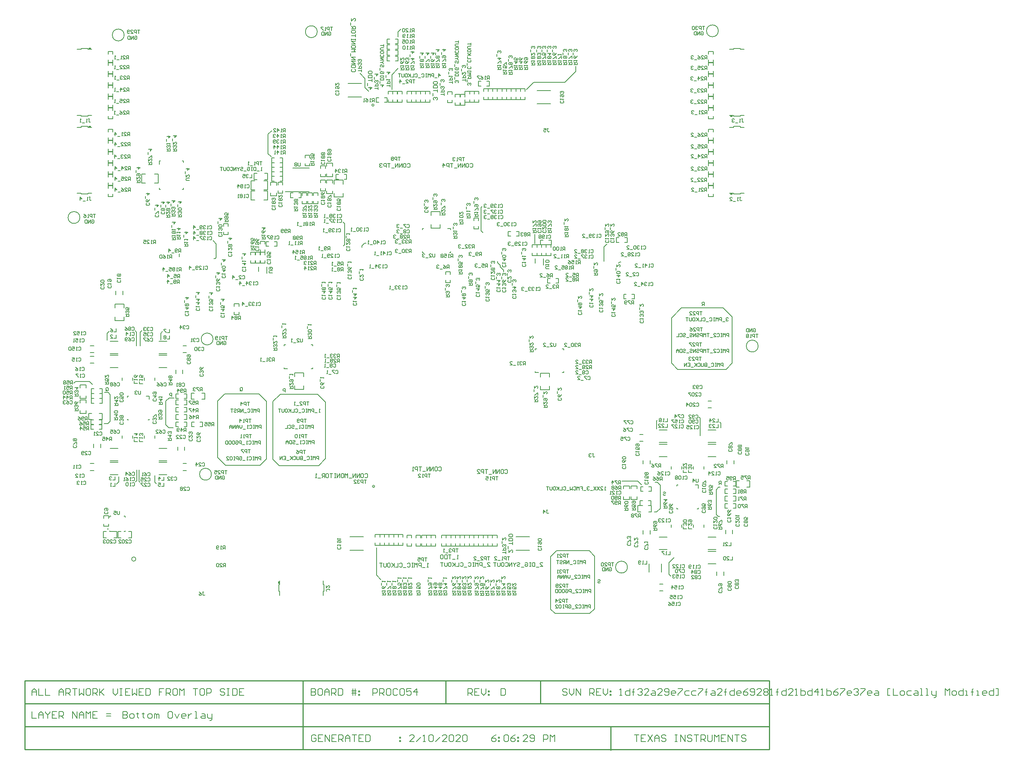
<source format=gbo>
G04*
G04 #@! TF.GenerationSoftware,Altium Limited,Altium Designer,19.1.6 (110)*
G04*
G04 Layer_Color=32896*
%FSAX25Y25*%
%MOIN*%
G70*
G01*
G75*
%ADD11C,0.00787*%
%ADD16C,0.01000*%
%ADD17C,0.00700*%
%ADD18C,0.00800*%
%ADD21C,0.00601*%
%ADD22C,0.00600*%
%ADD118C,0.00669*%
%ADD119R,0.01968X0.01301*%
%ADD120R,0.01301X0.01968*%
G54D11*
X0189585Y0546711D02*
X0190569D01*
Y0547892D01*
X0189585Y0571908D02*
X0190569D01*
Y0570727D02*
Y0571908D01*
X0169309Y0546711D02*
Y0547892D01*
Y0546711D02*
X0170293D01*
X0169309Y0571908D02*
X0170293D01*
X0169309Y0569152D02*
Y0571908D01*
X0099826Y0542513D02*
X0105826D01*
X0099826D02*
Y0543263D01*
X0105826D02*
X0109326D01*
X0105826Y0542513D02*
Y0543263D01*
X0096326D02*
X0099826D01*
X0096326Y0601763D02*
X0099826D01*
X0105826D02*
Y0602513D01*
Y0601763D02*
X0109326D01*
X0099826D02*
Y0602513D01*
X0105826D01*
X0275195Y0190206D02*
Y0196206D01*
Y0190206D02*
X0275945D01*
Y0196206D02*
Y0199706D01*
X0275195Y0196206D02*
X0275945D01*
Y0186706D02*
Y0190206D01*
X0314445Y0186706D02*
Y0190206D01*
Y0196206D02*
X0315195D01*
X0314445D02*
Y0199706D01*
Y0190206D02*
X0315195D01*
Y0196206D01*
X0628131Y0263381D02*
Y0264365D01*
Y0263381D02*
X0629115D01*
X0644568Y0284641D02*
X0647422D01*
Y0281786D02*
Y0284641D01*
X0646438Y0263381D02*
X0647422D01*
Y0264365D01*
X0628131Y0284641D02*
X0629115D01*
X0628131Y0283656D02*
Y0284641D01*
X0509937Y0479725D02*
Y0485237D01*
X0502456Y0481300D02*
Y0485237D01*
X0137869Y0243286D02*
X0138853D01*
X0125271D02*
Y0244073D01*
Y0243286D02*
X0128912D01*
X0138853D02*
Y0244073D01*
Y0256081D02*
Y0256869D01*
X0137869D02*
X0138853D01*
X0125271Y0256081D02*
Y0256869D01*
X0125271D02*
X0126255D01*
X0671547Y0241418D02*
Y0244568D01*
X0677649Y0241418D02*
Y0244568D01*
X0108079Y0402033D02*
X0111228D01*
X0108079Y0408135D02*
X0111228D01*
X0287571Y0565678D02*
X0302138D01*
X0281075Y0544812D02*
X0302138D01*
X0190179Y0408136D02*
X0193329D01*
X0190179Y0402034D02*
X0193329D01*
X0108079Y0392507D02*
X0111228D01*
X0108079Y0398610D02*
X0111228D01*
X0141058Y0342166D02*
Y0343150D01*
Y0342166D02*
X0142042D01*
X0157495Y0363426D02*
X0160350D01*
Y0360572D02*
Y0363426D01*
X0159365Y0342166D02*
X0160350D01*
Y0343150D01*
X0141058Y0363426D02*
X0142042D01*
X0141058Y0362442D02*
Y0363426D01*
X0130754Y0453488D02*
Y0456637D01*
X0136857Y0453488D02*
Y0456637D01*
X0111053Y0317763D02*
Y0320912D01*
X0117156Y0317763D02*
Y0320912D01*
X0190179Y0303559D02*
X0193329D01*
X0190179Y0297457D02*
X0193329D01*
X0108079D02*
X0111228D01*
X0108079Y0303559D02*
X0111228D01*
X0185593Y0315235D02*
Y0318385D01*
X0191696Y0315235D02*
Y0318385D01*
X0402548Y0490770D02*
Y0491754D01*
Y0490770D02*
X0403729D01*
X0427744D02*
Y0491754D01*
X0426563Y0490770D02*
X0427744D01*
X0402548Y0512030D02*
X0403729D01*
X0402548Y0511046D02*
Y0512030D01*
X0427744Y0511046D02*
Y0512030D01*
X0424989D02*
X0427744D01*
X0527944Y0404463D02*
Y0405447D01*
X0526763D02*
X0527944D01*
X0502747Y0404463D02*
Y0405447D01*
X0503929D01*
X0526763Y0384187D02*
X0527944D01*
Y0385171D01*
X0502747Y0384187D02*
Y0385171D01*
Y0384187D02*
X0505503D01*
X0305279Y0407990D02*
Y0408975D01*
X0304098D02*
X0305279D01*
X0280082Y0407990D02*
Y0408975D01*
X0281263D01*
X0304098Y0387715D02*
X0305279D01*
Y0388699D01*
X0280082Y0387715D02*
Y0388699D01*
Y0387715D02*
X0282838D01*
X0190038Y0383394D02*
Y0386544D01*
X0183936Y0383394D02*
Y0386544D01*
X0099826Y0611595D02*
X0105826D01*
X0099826D02*
Y0612345D01*
X0105826D02*
X0109326D01*
X0105826Y0611595D02*
Y0612345D01*
X0096326D02*
X0099826D01*
X0096326Y0670845D02*
X0099826D01*
X0105826D02*
Y0671595D01*
Y0670845D02*
X0109326D01*
X0099826D02*
Y0671595D01*
X0105826D01*
X0678574Y0602513D02*
X0684574D01*
Y0601763D02*
Y0602513D01*
X0675074Y0601763D02*
X0678574D01*
Y0602513D01*
X0684574Y0601763D02*
X0688074D01*
X0684574Y0543263D02*
X0688074D01*
X0678574Y0542513D02*
Y0543263D01*
X0675074D02*
X0678574D01*
X0684574Y0542513D02*
Y0543263D01*
X0678574Y0542513D02*
X0684574D01*
X0678574Y0671595D02*
X0684574D01*
Y0670845D02*
Y0671595D01*
X0675074Y0670845D02*
X0678574D01*
Y0671595D01*
X0684574Y0670845D02*
X0688074D01*
X0684574Y0612345D02*
X0688074D01*
X0678574Y0611595D02*
Y0612345D01*
X0675074D02*
X0678574D01*
X0684574Y0611595D02*
Y0612345D01*
X0678574Y0611595D02*
X0684574D01*
X0264721Y0472326D02*
Y0477838D01*
X0257240Y0473901D02*
Y0477838D01*
X0678817Y0303267D02*
Y0306417D01*
X0672714Y0303267D02*
Y0306417D01*
X0598413Y0241134D02*
Y0244284D01*
X0604515Y0241134D02*
Y0244284D01*
X0612914Y0196745D02*
X0616063D01*
X0612914Y0190643D02*
X0616063D01*
X0595151Y0323247D02*
X0598301D01*
X0595151Y0329350D02*
X0598301D01*
X0655827Y0352906D02*
X0658977D01*
X0655827Y0359009D02*
X0658977D01*
X0604540Y0303258D02*
Y0306407D01*
X0598438Y0303258D02*
Y0306407D01*
X0669846Y0204477D02*
Y0207626D01*
X0663743Y0204477D02*
Y0207626D01*
G54D16*
X0569450Y0049400D02*
Y0069683D01*
X0450550Y0050050D02*
X0710250D01*
Y0111050D01*
X0296550Y0050050D02*
Y0111050D01*
X0050050Y0050050D02*
Y0111050D01*
X0050100Y0050050D02*
X0207650D01*
X0050100D02*
Y0111050D01*
Y0111050D02*
X0710250D01*
X0050050Y0050050D02*
X0450550D01*
X0050050Y0070383D02*
X0710050D01*
X0050050Y0090717D02*
X0710250D01*
X0423250D02*
Y0111050D01*
X0507250Y0090717D02*
Y0111050D01*
G54D17*
X0665054Y0687300D02*
G03*
X0665054Y0687300I-0005250J0000000D01*
G01*
X0216910Y0414016D02*
G03*
X0216910Y0414016I-0005250J0000000D01*
G01*
X0098811Y0521763D02*
G03*
X0098811Y0521763I-0005250J0000000D01*
G01*
X0309305Y0686549D02*
G03*
X0309305Y0686549I-0005250J0000000D01*
G01*
X0700377Y0407791D02*
G03*
X0700377Y0407791I-0005250J0000000D01*
G01*
X0584423Y0211727D02*
G03*
X0584423Y0211727I-0005250J0000000D01*
G01*
X0215451Y0294110D02*
G03*
X0215451Y0294110I-0005250J0000000D01*
G01*
X0138068Y0683630D02*
G03*
X0138068Y0683630I-0005250J0000000D01*
G01*
X0104304Y0361161D02*
Y0363759D01*
X0098858Y0361161D02*
X0104304D01*
X0098858D02*
Y0363759D01*
Y0370559D02*
Y0373157D01*
X0104304D01*
Y0370559D02*
Y0373157D01*
X0448190Y0511796D02*
Y0514096D01*
Y0511796D02*
X0452290D01*
Y0514096D01*
X0448190Y0519096D02*
Y0521396D01*
X0452290D01*
Y0519096D02*
Y0521396D01*
X0380600Y0623959D02*
Y0626259D01*
Y0623959D02*
X0384700D01*
Y0626259D01*
X0380600Y0631259D02*
Y0633559D01*
X0384700D01*
Y0631259D02*
Y0633559D01*
X0381221Y0231152D02*
Y0233452D01*
Y0231152D02*
X0385321D01*
Y0233452D01*
X0381221Y0238452D02*
Y0240752D01*
X0385321D01*
Y0238452D02*
Y0240752D01*
X0377121Y0231152D02*
Y0233452D01*
Y0231152D02*
X0381221D01*
Y0233452D01*
X0377121Y0238452D02*
Y0240752D01*
X0381221D01*
Y0238452D02*
Y0240752D01*
X0424900Y0623662D02*
Y0625962D01*
Y0623662D02*
X0429000D01*
Y0625962D01*
X0424900Y0630962D02*
Y0633262D01*
X0429000D01*
Y0630962D02*
Y0633262D01*
X0405200Y0623959D02*
Y0626259D01*
Y0623959D02*
X0409300D01*
Y0626259D01*
X0405200Y0631259D02*
Y0633559D01*
X0409300D01*
Y0631259D02*
Y0633559D01*
X0460600Y0237680D02*
Y0239980D01*
X0456500D02*
X0460600D01*
X0456500Y0237680D02*
Y0239980D01*
X0460600Y0230380D02*
Y0232680D01*
X0456500Y0230380D02*
X0460600D01*
X0456500D02*
Y0232680D01*
X0440100Y0237680D02*
Y0239980D01*
X0436000D02*
X0440100D01*
X0436000Y0237680D02*
Y0239980D01*
X0440100Y0230380D02*
Y0232680D01*
X0436000Y0230380D02*
X0440100D01*
X0436000D02*
Y0232680D01*
X0460900Y0633663D02*
Y0635962D01*
X0456800D02*
X0460900D01*
X0456800Y0633663D02*
Y0635962D01*
X0460900Y0626363D02*
Y0628662D01*
X0456800Y0626363D02*
X0460900D01*
X0456800D02*
Y0628662D01*
X0465000Y0633663D02*
Y0635962D01*
X0460900D02*
X0465000D01*
X0460900Y0633663D02*
Y0635962D01*
X0465000Y0626363D02*
Y0628662D01*
X0460900Y0626363D02*
X0465000D01*
X0460900D02*
Y0628662D01*
X0427800Y0230380D02*
Y0232680D01*
Y0230380D02*
X0431900D01*
Y0232680D01*
X0427800Y0237680D02*
Y0239980D01*
X0431900D01*
Y0237680D02*
Y0239980D01*
Y0230380D02*
Y0232680D01*
Y0230380D02*
X0436000D01*
Y0232680D01*
X0431900Y0237680D02*
Y0239980D01*
X0436000D01*
Y0237680D02*
Y0239980D01*
X0401100Y0237680D02*
Y0239980D01*
X0397000D02*
X0401100D01*
X0397000Y0237680D02*
Y0239980D01*
X0401100Y0230380D02*
Y0232680D01*
X0397000Y0230380D02*
X0401100D01*
X0397000D02*
Y0232680D01*
X0414400Y0237680D02*
Y0239980D01*
X0410300D02*
X0414400D01*
X0410300Y0237680D02*
Y0239980D01*
X0414400Y0230380D02*
Y0232680D01*
X0410300Y0230380D02*
X0414400D01*
X0410300D02*
Y0232680D01*
X0465000Y0626363D02*
Y0628662D01*
Y0626363D02*
X0469100D01*
Y0628662D01*
X0465000Y0633663D02*
Y0635962D01*
X0469100D01*
Y0633663D02*
Y0635962D01*
X0377121Y0238452D02*
Y0240752D01*
X0373021D02*
X0377121D01*
X0373021Y0238452D02*
Y0240752D01*
X0377121Y0231152D02*
Y0233452D01*
X0373021Y0231152D02*
X0377121D01*
X0373021D02*
Y0233452D01*
X0401100Y0623959D02*
Y0626259D01*
Y0623959D02*
X0405200D01*
Y0626259D01*
X0401100Y0631259D02*
Y0633559D01*
X0405200D01*
Y0631259D02*
Y0633559D01*
X0436300Y0621305D02*
Y0623605D01*
Y0621305D02*
X0440400D01*
Y0623605D01*
X0436300Y0628605D02*
Y0630905D01*
X0440400D01*
Y0628605D02*
Y0630905D01*
X0444200Y0237680D02*
Y0239980D01*
X0440100D02*
X0444200D01*
X0440100Y0237680D02*
Y0239980D01*
X0444200Y0230380D02*
Y0232680D01*
X0440100Y0230380D02*
X0444200D01*
X0440100D02*
Y0232680D01*
X0473200Y0633663D02*
Y0635962D01*
X0469100D02*
X0473200D01*
X0469100Y0633663D02*
Y0635962D01*
X0473200Y0626363D02*
Y0628662D01*
X0469100Y0626363D02*
X0473200D01*
X0469100D02*
Y0628662D01*
X0423700Y0230380D02*
Y0232680D01*
Y0230380D02*
X0427800D01*
Y0232680D01*
X0423700Y0237680D02*
Y0239980D01*
X0427800D01*
Y0237680D02*
Y0239980D01*
X0473200Y0626363D02*
Y0628662D01*
Y0626363D02*
X0477300D01*
Y0628662D01*
X0473200Y0633663D02*
Y0635962D01*
X0477300D01*
Y0633663D02*
Y0635962D01*
X0423700Y0237680D02*
Y0239980D01*
X0419600D02*
X0423700D01*
X0419600Y0237680D02*
Y0239980D01*
X0423700Y0230380D02*
Y0232680D01*
X0419600Y0230380D02*
X0423700D01*
X0419600D02*
Y0232680D01*
X0593745Y0260710D02*
X0596343D01*
X0593745D02*
Y0266157D01*
X0596343D01*
X0603143D02*
X0605741D01*
Y0260710D02*
Y0266157D01*
X0603143Y0260710D02*
X0605741D01*
X0106672Y0342515D02*
X0109270D01*
X0106672D02*
Y0347962D01*
X0109270D01*
X0116070D02*
X0118669D01*
Y0342515D02*
Y0347962D01*
X0116070Y0342515D02*
X0118669D01*
X0230426Y0514082D02*
Y0516383D01*
X0226326D02*
X0230426D01*
X0226326Y0514082D02*
Y0516383D01*
X0230426Y0506782D02*
Y0509083D01*
X0226326Y0506782D02*
X0230426D01*
X0226326D02*
Y0509083D01*
X0235753Y0435622D02*
Y0437922D01*
Y0435622D02*
X0239853D01*
Y0437922D01*
X0235753Y0442922D02*
Y0445222D01*
X0239853D01*
Y0442922D02*
Y0445222D01*
X0485878Y0505325D02*
X0488178D01*
Y0509425D01*
X0485878D02*
X0488178D01*
X0478578Y0505325D02*
X0480878D01*
X0478578D02*
Y0509425D01*
X0480878D01*
X0582038Y0499800D02*
X0584338D01*
Y0503900D01*
X0582038D02*
X0584338D01*
X0574738Y0499800D02*
X0577038D01*
X0574738D02*
Y0503900D01*
X0577038D01*
X0581129Y0453794D02*
X0583428D01*
X0581129Y0449694D02*
Y0453794D01*
Y0449694D02*
X0583428D01*
X0588428Y0453794D02*
X0590729D01*
Y0449694D02*
Y0453794D01*
X0588428Y0449694D02*
X0590729D01*
X0678388Y0276990D02*
X0680688D01*
Y0281090D01*
X0678388D02*
X0680688D01*
X0671088Y0276990D02*
X0673388D01*
X0671088D02*
Y0281090D01*
X0673388D01*
X0603030Y0266406D02*
X0605330D01*
Y0270507D01*
X0603030D02*
X0605330D01*
X0595730Y0266406D02*
X0598030D01*
X0595730D02*
Y0270507D01*
X0598030D01*
X0184016Y0340370D02*
X0186316D01*
X0184016Y0336270D02*
Y0340370D01*
Y0336270D02*
X0186316D01*
X0191316Y0340370D02*
X0193616D01*
Y0336270D02*
Y0340370D01*
X0191316Y0336270D02*
X0193616D01*
X0191316Y0342772D02*
X0193616D01*
Y0346871D01*
X0191316D02*
X0193616D01*
X0184016Y0342772D02*
X0186316D01*
X0184016D02*
Y0346871D01*
X0186316D01*
X0191316Y0355775D02*
X0193616D01*
Y0359875D01*
X0191316D02*
X0193616D01*
X0184016Y0355775D02*
X0186316D01*
X0184016D02*
Y0359875D01*
X0186316D01*
X0587502Y0281169D02*
Y0283767D01*
X0592948D01*
Y0281169D02*
Y0283767D01*
Y0271771D02*
Y0274369D01*
X0587502Y0271771D02*
X0592948D01*
X0587502D02*
Y0274369D01*
X0603441Y0278843D02*
X0605741D01*
Y0282943D01*
X0603441D02*
X0605741D01*
X0596141Y0278843D02*
X0598441D01*
X0596141D02*
Y0282943D01*
X0598441D01*
X0205321Y0336270D02*
X0207621D01*
Y0340370D01*
X0205321D02*
X0207621D01*
X0198021Y0336270D02*
X0200321D01*
X0198021D02*
Y0340370D01*
X0200321D01*
X0671088Y0274588D02*
X0673388D01*
X0671088Y0270488D02*
Y0274588D01*
Y0270488D02*
X0673388D01*
X0678388Y0274588D02*
X0680688D01*
Y0270488D02*
Y0274588D01*
X0678388Y0270488D02*
X0680688D01*
X0586366Y0271771D02*
Y0274369D01*
X0580920Y0271771D02*
X0586366D01*
X0580920D02*
Y0274369D01*
Y0281169D02*
Y0283767D01*
X0586366D01*
Y0281169D02*
Y0283767D01*
X0164937Y0552423D02*
X0168337D01*
Y0556423D01*
Y0560423D01*
X0164937D02*
X0168337D01*
X0153537D02*
X0156937D01*
X0153537Y0556423D02*
Y0560423D01*
Y0552423D02*
Y0556423D01*
Y0552423D02*
X0156937D01*
X0297251Y0380595D02*
Y0383995D01*
X0293251D02*
X0297251D01*
X0289251D02*
X0293251D01*
X0289251Y0380595D02*
Y0383995D01*
Y0369195D02*
Y0372595D01*
Y0369195D02*
X0293251D01*
X0297251D01*
Y0372595D01*
X0410151Y0512229D02*
Y0515629D01*
Y0512229D02*
X0414151D01*
X0418151D01*
Y0515629D01*
Y0523629D02*
Y0527029D01*
X0414151D02*
X0418151D01*
X0410151D02*
X0414151D01*
X0410151Y0523629D02*
Y0527029D01*
X0515376Y0380232D02*
Y0383632D01*
X0511376D02*
X0515376D01*
X0507376D02*
X0511376D01*
X0507376Y0380232D02*
Y0383632D01*
Y0368832D02*
Y0372232D01*
Y0368832D02*
X0511376D01*
X0515376D01*
Y0372232D01*
X0493700Y0633663D02*
Y0635962D01*
X0489600D02*
X0493700D01*
X0489600Y0633663D02*
Y0635962D01*
X0493700Y0626363D02*
Y0628662D01*
X0489600Y0626363D02*
X0493700D01*
X0489600D02*
Y0628662D01*
X0444200Y0230380D02*
Y0232680D01*
Y0230380D02*
X0448300D01*
Y0232680D01*
X0444200Y0237680D02*
Y0239980D01*
X0448300D01*
Y0237680D02*
Y0239980D01*
X0184016Y0353373D02*
X0186316D01*
X0184016Y0349273D02*
Y0353373D01*
Y0349273D02*
X0186316D01*
X0191316Y0353373D02*
X0193616D01*
Y0349273D02*
Y0353373D01*
X0191316Y0349273D02*
X0193616D01*
X0360721Y0231152D02*
Y0233452D01*
Y0231152D02*
X0364821D01*
Y0233452D01*
X0360721Y0238452D02*
Y0240752D01*
X0364821D01*
Y0238452D02*
Y0240752D01*
X0401100Y0631259D02*
Y0633559D01*
X0397000D02*
X0401100D01*
X0397000Y0631259D02*
Y0633559D01*
X0401100Y0623959D02*
Y0626259D01*
X0397000Y0623959D02*
X0401100D01*
X0397000D02*
Y0626259D01*
X0485500Y0633663D02*
Y0635962D01*
X0481400D02*
X0485500D01*
X0481400Y0633663D02*
Y0635962D01*
X0485500Y0626363D02*
Y0628662D01*
X0481400Y0626363D02*
X0485500D01*
X0481400D02*
Y0628662D01*
X0489600Y0633663D02*
Y0635962D01*
X0485500D02*
X0489600D01*
X0485500Y0633663D02*
Y0635962D01*
X0489600Y0626363D02*
Y0628662D01*
X0485500Y0626363D02*
X0489600D01*
X0485500D02*
Y0628662D01*
X0397000Y0631259D02*
Y0633559D01*
X0392900D02*
X0397000D01*
X0392900Y0631259D02*
Y0633559D01*
X0397000Y0623959D02*
Y0626259D01*
X0392900Y0623959D02*
X0397000D01*
X0392900D02*
Y0626259D01*
Y0631259D02*
Y0633559D01*
X0388800D02*
X0392900D01*
X0388800Y0631259D02*
Y0633559D01*
X0392900Y0623959D02*
Y0626259D01*
X0388800Y0623959D02*
X0392900D01*
X0388800D02*
Y0626259D01*
X0364821Y0231152D02*
Y0233452D01*
Y0231152D02*
X0368921D01*
Y0233452D01*
X0364821Y0238452D02*
Y0240752D01*
X0368921D01*
Y0238452D02*
Y0240752D01*
Y0231152D02*
Y0233452D01*
Y0231152D02*
X0373021D01*
Y0233452D01*
X0368921Y0238452D02*
Y0240752D01*
X0373021D01*
Y0238452D02*
Y0240752D01*
X0678388Y0263986D02*
X0680688D01*
Y0268086D01*
X0678388D02*
X0680688D01*
X0671088Y0263986D02*
X0673388D01*
X0671088D02*
Y0268086D01*
X0673388D01*
X0129847Y0430347D02*
Y0433747D01*
Y0430347D02*
X0133847D01*
X0137847D01*
Y0433747D01*
Y0441747D02*
Y0445147D01*
X0133847D02*
X0137847D01*
X0129847D02*
X0133847D01*
X0129847Y0441747D02*
Y0445147D01*
X0452400Y0230380D02*
Y0232680D01*
Y0230380D02*
X0456500D01*
Y0232680D01*
X0452400Y0237680D02*
Y0239980D01*
X0456500D01*
Y0237680D02*
Y0239980D01*
X0448300Y0230380D02*
Y0232680D01*
Y0230380D02*
X0452400D01*
Y0232680D01*
X0448300Y0237680D02*
Y0239980D01*
X0452400D01*
Y0237680D02*
Y0239980D01*
X0427284Y0471271D02*
Y0473571D01*
X0423184D02*
X0427284D01*
X0423184Y0471271D02*
Y0473571D01*
X0427284Y0463971D02*
Y0466271D01*
X0423184Y0463971D02*
X0427284D01*
X0423184D02*
Y0466271D01*
X0261852Y0537320D02*
X0265252D01*
Y0541320D01*
Y0545320D01*
X0261852D02*
X0265252D01*
X0250452D02*
X0253852D01*
X0250452Y0541320D02*
Y0545320D01*
Y0537320D02*
Y0541320D01*
Y0537320D02*
X0253852D01*
X0278577Y0550750D02*
Y0553050D01*
X0274477D02*
X0278577D01*
X0274477Y0550750D02*
Y0553050D01*
X0278577Y0543450D02*
Y0545750D01*
X0274477Y0543450D02*
X0278577D01*
X0274477D02*
Y0545750D01*
X0273386Y0550452D02*
Y0553050D01*
X0267939D02*
X0273386D01*
X0267939Y0550452D02*
Y0553050D01*
Y0541053D02*
Y0543651D01*
Y0541053D02*
X0273386D01*
Y0543651D01*
X0261852Y0546201D02*
X0265252D01*
Y0550201D01*
Y0554201D01*
X0261852D02*
X0265252D01*
X0250452D02*
X0253852D01*
X0250452Y0550201D02*
Y0554201D01*
Y0546201D02*
Y0550201D01*
Y0546201D02*
X0253852D01*
X0324296Y0540070D02*
Y0543470D01*
Y0540070D02*
X0328296D01*
X0332296D01*
Y0543470D01*
Y0551470D02*
Y0554870D01*
X0328296D02*
X0332296D01*
X0324296D02*
X0328296D01*
X0324296Y0551470D02*
Y0554870D01*
X0312398Y0545285D02*
Y0547585D01*
Y0545285D02*
X0316498D01*
Y0547585D01*
X0312398Y0552585D02*
Y0554885D01*
X0316498D01*
Y0552585D02*
Y0554885D01*
X0317646Y0542888D02*
Y0545487D01*
Y0542888D02*
X0323092D01*
Y0545487D01*
Y0552287D02*
Y0554885D01*
X0317646D02*
X0323092D01*
X0317646Y0552287D02*
Y0554885D01*
X0312398Y0558005D02*
Y0560305D01*
Y0558005D02*
X0316498D01*
Y0560305D01*
X0312398Y0565305D02*
Y0567605D01*
X0316498D01*
Y0565305D02*
Y0567605D01*
X0317646Y0558005D02*
Y0560603D01*
Y0558005D02*
X0323092D01*
Y0560603D01*
Y0567403D02*
Y0570001D01*
X0317646D02*
X0323092D01*
X0317646Y0567403D02*
Y0570001D01*
X0485503Y0226776D02*
X0497504D01*
X0485503Y0238587D02*
X0497504D01*
X0338180Y0238587D02*
X0350180D01*
X0338180Y0226776D02*
X0350180D01*
X0336559Y0640624D02*
X0348559D01*
X0336559Y0628813D02*
X0348559D01*
X0504320Y0622614D02*
X0516320D01*
X0504320Y0634425D02*
X0516320D01*
X0514534Y0497521D02*
X0516834D01*
Y0501621D01*
X0514534D02*
X0516834D01*
X0507234Y0497521D02*
X0509534D01*
X0507234D02*
Y0501621D01*
X0509534D01*
X0504146Y0487921D02*
Y0490221D01*
Y0487921D02*
X0508247D01*
Y0490221D01*
X0504146Y0495221D02*
Y0497521D01*
X0508247D01*
Y0495221D02*
Y0497521D01*
Y0487921D02*
Y0490221D01*
Y0487921D02*
X0512347D01*
Y0490221D01*
X0508247Y0495221D02*
Y0497521D01*
X0512347D01*
Y0495221D02*
Y0497521D01*
X0132682Y0243235D02*
X0135280D01*
X0132682Y0237789D02*
Y0243235D01*
Y0237789D02*
X0135280D01*
X0142080D02*
X0144678D01*
Y0243235D01*
X0142080D02*
X0144678D01*
X0128964Y0237789D02*
X0131562D01*
Y0243235D01*
X0128964D02*
X0131562D01*
X0119566D02*
X0122164D01*
X0119566Y0237789D02*
Y0243235D01*
Y0237789D02*
X0122164D01*
X0262654Y0555461D02*
X0265252D01*
Y0560907D01*
X0262654D02*
X0265252D01*
X0253255D02*
X0255854D01*
X0253255Y0555461D02*
Y0560907D01*
Y0555461D02*
X0255854D01*
X0371250Y0669904D02*
X0373550D01*
X0371250Y0665804D02*
Y0669904D01*
Y0665804D02*
X0373550D01*
X0378550Y0669904D02*
X0380850D01*
Y0665804D02*
Y0669904D01*
X0378550Y0665804D02*
X0380850D01*
X0378550Y0660686D02*
X0380850D01*
Y0664786D01*
X0378550D02*
X0380850D01*
X0371250Y0660686D02*
X0373550D01*
X0371250D02*
Y0664786D01*
X0373550D01*
X0371250Y0675022D02*
X0373550D01*
X0371250Y0670922D02*
Y0675022D01*
Y0670922D02*
X0373550D01*
X0378550Y0675022D02*
X0380850D01*
Y0670922D02*
Y0675022D01*
X0378550Y0670922D02*
X0380850D01*
X0371250Y0680140D02*
X0373550D01*
X0371250Y0676040D02*
Y0680140D01*
Y0676040D02*
X0373550D01*
X0378550Y0680140D02*
X0380850D01*
Y0676040D02*
Y0680140D01*
X0378550Y0676040D02*
X0380850D01*
X0305016Y0541208D02*
Y0543508D01*
X0300917D02*
X0305016D01*
X0300917Y0541208D02*
Y0543508D01*
X0305016Y0533908D02*
Y0536208D01*
X0300917Y0533908D02*
X0305016D01*
X0300917D02*
Y0536208D01*
X0309948Y0541208D02*
Y0543508D01*
X0305848D02*
X0309948D01*
X0305848Y0541208D02*
Y0543508D01*
X0309948Y0533908D02*
Y0536208D01*
X0305848Y0533908D02*
X0309948D01*
X0305848D02*
Y0536208D01*
X0325842Y0559855D02*
X0328142D01*
X0325842Y0555755D02*
Y0559855D01*
Y0555755D02*
X0328142D01*
X0333142Y0559855D02*
X0335442D01*
Y0555755D02*
Y0559855D01*
X0333142Y0555755D02*
X0335442D01*
X0298468Y0567503D02*
Y0569803D01*
Y0567503D02*
X0302568D01*
Y0569803D01*
X0298468Y0574803D02*
Y0577103D01*
X0302568D01*
Y0574803D02*
Y0577103D01*
X0300085Y0541208D02*
Y0543508D01*
X0295985D02*
X0300085D01*
X0295985Y0541208D02*
Y0543508D01*
X0300085Y0533908D02*
Y0536208D01*
X0295985Y0533908D02*
X0300085D01*
X0295985D02*
Y0536208D01*
X0285482Y0543514D02*
X0287782D01*
X0285482Y0539414D02*
Y0543514D01*
Y0539414D02*
X0287782D01*
X0292782Y0543514D02*
X0295082D01*
Y0539414D02*
Y0543514D01*
X0292782Y0539414D02*
X0295082D01*
X0269026Y0566379D02*
X0271326D01*
X0269026Y0562279D02*
Y0566379D01*
Y0562279D02*
X0271326D01*
X0276326Y0566379D02*
X0278626D01*
Y0562279D02*
Y0566379D01*
X0276326Y0562279D02*
X0278626D01*
X0276326Y0554079D02*
X0278626D01*
Y0558179D01*
X0276326D02*
X0278626D01*
X0269026Y0554079D02*
X0271326D01*
X0269026D02*
Y0558179D01*
X0271326D01*
X0269026Y0574579D02*
X0271326D01*
X0269026Y0570479D02*
Y0574579D01*
Y0570479D02*
X0271326D01*
X0276326Y0574579D02*
X0278626D01*
Y0570479D02*
Y0574579D01*
X0276326Y0570479D02*
X0278626D01*
X0269026D02*
X0271326D01*
X0269026Y0566379D02*
Y0570479D01*
Y0566379D02*
X0271326D01*
X0276326Y0570479D02*
X0278626D01*
Y0566379D02*
Y0570479D01*
X0276326Y0566379D02*
X0278626D01*
X0269026Y0562279D02*
X0271326D01*
X0269026Y0558179D02*
Y0562279D01*
Y0558179D02*
X0271326D01*
X0276326Y0562279D02*
X0278626D01*
Y0558179D02*
Y0562279D01*
X0276326Y0558179D02*
X0278626D01*
X0444500Y0631372D02*
Y0633672D01*
X0440400D02*
X0444500D01*
X0440400Y0631372D02*
Y0633672D01*
X0444500Y0624072D02*
Y0626372D01*
X0440400Y0624072D02*
X0444500D01*
X0440400D02*
Y0626372D01*
X0448600Y0631372D02*
Y0633672D01*
X0444500D02*
X0448600D01*
X0444500Y0631372D02*
Y0633672D01*
X0448600Y0624072D02*
Y0626372D01*
X0444500Y0624072D02*
X0448600D01*
X0444500D02*
Y0626372D01*
X0406200Y0230380D02*
Y0232680D01*
Y0230380D02*
X0410300D01*
Y0232680D01*
X0406200Y0237680D02*
Y0239980D01*
X0410300D01*
Y0237680D02*
Y0239980D01*
X0402100Y0230380D02*
Y0232680D01*
Y0230380D02*
X0406200D01*
Y0232680D01*
X0402100Y0237680D02*
Y0239980D01*
X0406200D01*
Y0237680D02*
Y0239980D01*
X0393000Y0237680D02*
Y0239980D01*
X0388900D02*
X0393000D01*
X0388900Y0237680D02*
Y0239980D01*
X0393000Y0230380D02*
Y0232680D01*
X0388900Y0230380D02*
X0393000D01*
X0388900D02*
Y0232680D01*
X0464700Y0230380D02*
Y0232680D01*
Y0230380D02*
X0468800D01*
Y0232680D01*
X0464700Y0237680D02*
Y0239980D01*
X0468800D01*
Y0237680D02*
Y0239980D01*
X0460600Y0230380D02*
Y0232680D01*
Y0230380D02*
X0464700D01*
Y0232680D01*
X0460600Y0237680D02*
Y0239980D01*
X0464700D01*
Y0237680D02*
Y0239980D01*
X0435800Y0628605D02*
Y0630905D01*
X0431700D02*
X0435800D01*
X0431700Y0628605D02*
Y0630905D01*
X0435800Y0621305D02*
Y0623605D01*
X0431700Y0621305D02*
X0435800D01*
X0431700D02*
Y0623605D01*
X0361600Y0628059D02*
X0363900D01*
X0361600Y0623959D02*
Y0628059D01*
Y0623959D02*
X0363900D01*
X0368900Y0628059D02*
X0371200D01*
Y0623959D02*
Y0628059D01*
X0368900Y0623959D02*
X0371200D01*
X0376300Y0631259D02*
Y0633559D01*
X0372200D02*
X0376300D01*
X0372200Y0631259D02*
Y0633559D01*
X0376300Y0623959D02*
Y0626259D01*
X0372200Y0623959D02*
X0376300D01*
X0372200D02*
Y0626259D01*
X0380400Y0631259D02*
Y0633559D01*
X0376300D02*
X0380400D01*
X0376300Y0631259D02*
Y0633559D01*
X0380400Y0623959D02*
Y0626259D01*
X0376300Y0623959D02*
X0380400D01*
X0376300D02*
Y0626259D01*
X0452312Y0642558D02*
X0454612D01*
X0452312Y0638458D02*
Y0642558D01*
Y0638458D02*
X0454612D01*
X0459612Y0642558D02*
X0461912D01*
Y0638458D02*
Y0642558D01*
X0459612Y0638458D02*
X0461912D01*
X0452700Y0631362D02*
Y0633663D01*
X0448600D02*
X0452700D01*
X0448600Y0631362D02*
Y0633663D01*
X0452700Y0624062D02*
Y0626363D01*
X0448600Y0624062D02*
X0452700D01*
X0448600D02*
Y0626363D01*
X0481400Y0633663D02*
Y0635962D01*
X0477300D02*
X0481400D01*
X0477300Y0633663D02*
Y0635962D01*
X0481400Y0626363D02*
Y0628662D01*
X0477300Y0626363D02*
X0481400D01*
X0477300D02*
Y0628662D01*
X0504146Y0495221D02*
Y0497521D01*
X0500046D02*
X0504146D01*
X0500046Y0495221D02*
Y0497521D01*
X0504146Y0487921D02*
Y0490221D01*
X0500046Y0487921D02*
X0504146D01*
X0500046D02*
Y0490221D01*
X0516446Y0495221D02*
Y0497521D01*
X0512347D02*
X0516446D01*
X0512347Y0495221D02*
Y0497521D01*
X0516446Y0487921D02*
Y0490221D01*
X0512347Y0487921D02*
X0516446D01*
X0512347D02*
Y0490221D01*
X0120071Y0247849D02*
Y0250149D01*
Y0247849D02*
X0124171D01*
Y0250149D01*
X0120071Y0255149D02*
Y0257449D01*
X0124171D01*
Y0255149D02*
Y0257449D01*
X0520937Y0463584D02*
X0523238D01*
Y0467684D01*
X0520937D02*
X0523238D01*
X0513637Y0463584D02*
X0515938D01*
X0513637D02*
Y0467684D01*
X0515938D01*
X0197610Y0366054D02*
X0200208D01*
X0197610Y0360607D02*
Y0366054D01*
Y0360607D02*
X0200208D01*
X0207008D02*
X0209607D01*
Y0366054D01*
X0207008D02*
X0209607D01*
X0680956Y0288268D02*
X0683554D01*
X0680956Y0282822D02*
Y0288268D01*
Y0282822D02*
X0683554D01*
X0690354D02*
X0692952D01*
Y0288268D01*
X0690354D02*
X0692952D01*
X0184016Y0365377D02*
X0186316D01*
X0184016Y0361277D02*
Y0365377D01*
Y0361277D02*
X0186316D01*
X0191316Y0365377D02*
X0193616D01*
Y0361277D02*
Y0365377D01*
X0191316Y0361277D02*
X0193616D01*
X0671088Y0287592D02*
X0673388D01*
X0671088Y0283492D02*
Y0287592D01*
Y0283492D02*
X0673388D01*
X0678388Y0287592D02*
X0680688D01*
Y0283492D02*
Y0287592D01*
X0678388Y0283492D02*
X0680688D01*
X0258930Y0481483D02*
Y0483783D01*
Y0481483D02*
X0263031D01*
Y0483783D01*
X0258930Y0488783D02*
Y0491083D01*
X0263031D01*
Y0488783D02*
Y0491083D01*
X0254630Y0481484D02*
Y0483784D01*
Y0481484D02*
X0258731D01*
Y0483784D01*
X0254630Y0488784D02*
Y0491084D01*
X0258731D01*
Y0488784D02*
Y0491084D01*
X0263845Y0500294D02*
X0266145D01*
X0263845Y0496194D02*
Y0500294D01*
Y0496194D02*
X0266145D01*
X0271145Y0500294D02*
X0273445D01*
Y0496194D02*
Y0500294D01*
X0271145Y0496194D02*
X0273445D01*
X0263031Y0498383D02*
Y0500683D01*
X0258930D02*
X0263031D01*
X0258930Y0498383D02*
Y0500683D01*
X0263031Y0491083D02*
Y0493383D01*
X0258930Y0491083D02*
X0263031D01*
X0258930D02*
Y0493383D01*
X0254431Y0488785D02*
Y0491085D01*
X0250330D02*
X0254431D01*
X0250330Y0488785D02*
Y0491085D01*
X0254431Y0481485D02*
Y0483785D01*
X0250330Y0481485D02*
X0254431D01*
X0250330D02*
Y0483785D01*
X0109069Y0369890D02*
X0111369D01*
X0109069Y0365790D02*
Y0369890D01*
Y0365790D02*
X0111369D01*
X0116369Y0369890D02*
X0118669D01*
Y0365790D02*
Y0369890D01*
X0116369Y0365790D02*
X0118669D01*
X0115958Y0338172D02*
X0118258D01*
Y0342272D01*
X0115958D02*
X0118258D01*
X0108658Y0338172D02*
X0110958D01*
X0108658D02*
Y0342272D01*
X0110958D01*
X0116369Y0357129D02*
X0118669D01*
Y0361229D01*
X0116369D02*
X0118669D01*
X0109069Y0357129D02*
X0111369D01*
X0109069D02*
Y0361229D01*
X0111369D01*
X0116369Y0361459D02*
X0118669D01*
Y0365560D01*
X0116369D02*
X0118669D01*
X0109069Y0361459D02*
X0111369D01*
X0109069D02*
Y0365560D01*
X0111369D01*
X0115958Y0333842D02*
X0118258D01*
Y0337942D01*
X0115958D02*
X0118258D01*
X0108658Y0333842D02*
X0110958D01*
X0108658D02*
Y0337942D01*
X0110958D01*
X0104304Y0347956D02*
Y0350554D01*
X0098858Y0347956D02*
X0104304D01*
X0098858D02*
Y0350554D01*
Y0357354D02*
Y0359953D01*
X0104304D01*
Y0357354D02*
Y0359953D01*
X0123885Y0659433D02*
Y0661733D01*
Y0659433D02*
X0127985D01*
Y0661733D01*
X0123885Y0666733D02*
Y0669033D01*
X0127985D01*
Y0666733D02*
Y0669033D01*
X0123885Y0649433D02*
Y0651733D01*
Y0649433D02*
X0127985D01*
Y0651733D01*
X0123885Y0656733D02*
Y0659033D01*
X0127985D01*
Y0656733D02*
Y0659033D01*
X0123885Y0639433D02*
Y0641733D01*
Y0639433D02*
X0127985D01*
Y0641733D01*
X0123885Y0646733D02*
Y0649033D01*
X0127985D01*
Y0646733D02*
Y0649033D01*
X0123885Y0629433D02*
Y0631733D01*
Y0629433D02*
X0127985D01*
Y0631733D01*
X0123885Y0636733D02*
Y0639033D01*
X0127985D01*
Y0636733D02*
Y0639033D01*
X0123885Y0619433D02*
Y0621733D01*
Y0619433D02*
X0127985D01*
Y0621733D01*
X0123885Y0626733D02*
Y0629033D01*
X0127985D01*
Y0626733D02*
Y0629033D01*
X0123885Y0609433D02*
Y0611733D01*
Y0609433D02*
X0127985D01*
Y0611733D01*
X0123885Y0616733D02*
Y0619033D01*
X0127985D01*
Y0616733D02*
Y0619033D01*
X0656415Y0590351D02*
Y0592651D01*
Y0590351D02*
X0660515D01*
Y0592651D01*
X0656415Y0597651D02*
Y0599951D01*
X0660515D01*
Y0597651D02*
Y0599951D01*
X0656415Y0580351D02*
Y0582651D01*
Y0580351D02*
X0660515D01*
Y0582651D01*
X0656415Y0587651D02*
Y0589951D01*
X0660515D01*
Y0587651D02*
Y0589951D01*
X0656415Y0570351D02*
Y0572651D01*
Y0570351D02*
X0660515D01*
Y0572651D01*
X0656415Y0577651D02*
Y0579951D01*
X0660515D01*
Y0577651D02*
Y0579951D01*
X0656415Y0560351D02*
Y0562651D01*
Y0560351D02*
X0660515D01*
Y0562651D01*
X0656415Y0567651D02*
Y0569951D01*
X0660515D01*
Y0567651D02*
Y0569951D01*
X0656415Y0550351D02*
Y0552651D01*
Y0550351D02*
X0660515D01*
Y0552651D01*
X0656415Y0557651D02*
Y0559951D01*
X0660515D01*
Y0557651D02*
Y0559951D01*
X0656415Y0540351D02*
Y0542651D01*
Y0540351D02*
X0660515D01*
Y0542651D01*
X0656415Y0547651D02*
Y0549951D01*
X0660515D01*
Y0547651D02*
Y0549951D01*
X0656415Y0659433D02*
Y0661733D01*
Y0659433D02*
X0660515D01*
Y0661733D01*
X0656415Y0666733D02*
Y0669033D01*
X0660515D01*
Y0666733D02*
Y0669033D01*
X0656415Y0649433D02*
Y0651733D01*
Y0649433D02*
X0660515D01*
Y0651733D01*
X0656415Y0656733D02*
Y0659033D01*
X0660515D01*
Y0656733D02*
Y0659033D01*
X0656415Y0639433D02*
Y0641733D01*
Y0639433D02*
X0660515D01*
Y0641733D01*
X0656415Y0646733D02*
Y0649033D01*
X0660515D01*
Y0646733D02*
Y0649033D01*
X0656415Y0629433D02*
Y0631733D01*
Y0629433D02*
X0660515D01*
Y0631733D01*
X0656415Y0636733D02*
Y0639033D01*
X0660515D01*
Y0636733D02*
Y0639033D01*
X0656415Y0619433D02*
Y0621733D01*
Y0619433D02*
X0660515D01*
Y0621733D01*
X0656415Y0626733D02*
Y0629033D01*
X0660515D01*
Y0626733D02*
Y0629033D01*
X0656415Y0609433D02*
Y0611733D01*
Y0609433D02*
X0660515D01*
Y0611733D01*
X0656415Y0616733D02*
Y0619033D01*
X0660515D01*
Y0616733D02*
Y0619033D01*
X0123885Y0540351D02*
Y0542651D01*
Y0540351D02*
X0127985D01*
Y0542651D01*
X0123885Y0547651D02*
Y0549951D01*
X0127985D01*
Y0547651D02*
Y0549951D01*
X0123885Y0550351D02*
Y0552651D01*
Y0550351D02*
X0127985D01*
Y0552651D01*
X0123885Y0557651D02*
Y0559951D01*
X0127985D01*
Y0557651D02*
Y0559951D01*
X0123885Y0560351D02*
Y0562651D01*
Y0560351D02*
X0127985D01*
Y0562651D01*
X0123885Y0567651D02*
Y0569951D01*
X0127985D01*
Y0567651D02*
Y0569951D01*
X0123885Y0570351D02*
Y0572651D01*
Y0570351D02*
X0127985D01*
Y0572651D01*
X0123885Y0577651D02*
Y0579951D01*
X0127985D01*
Y0577651D02*
Y0579951D01*
X0123885Y0580351D02*
Y0582651D01*
Y0580351D02*
X0127985D01*
Y0582651D01*
X0123885Y0587651D02*
Y0589951D01*
X0127985D01*
Y0587651D02*
Y0589951D01*
X0123885Y0590351D02*
Y0592651D01*
Y0590351D02*
X0127985D01*
Y0592651D01*
X0123885Y0597651D02*
Y0599951D01*
X0127985D01*
Y0597651D02*
Y0599951D01*
G54D18*
X0136950Y0083549D02*
Y0077551D01*
X0139949D01*
X0140949Y0078550D01*
Y0079550D01*
X0139949Y0080550D01*
X0136950D01*
X0139949D01*
X0140949Y0081549D01*
Y0082549D01*
X0139949Y0083549D01*
X0136950D01*
X0143948Y0077551D02*
X0145947D01*
X0146947Y0078550D01*
Y0080550D01*
X0145947Y0081549D01*
X0143948D01*
X0142948Y0080550D01*
Y0078550D01*
X0143948Y0077551D01*
X0149946Y0082549D02*
Y0081549D01*
X0148946D01*
X0150945D01*
X0149946D01*
Y0078550D01*
X0150945Y0077551D01*
X0154944Y0082549D02*
Y0081549D01*
X0153945D01*
X0155944D01*
X0154944D01*
Y0078550D01*
X0155944Y0077551D01*
X0159943D02*
X0161942D01*
X0162942Y0078550D01*
Y0080550D01*
X0161942Y0081549D01*
X0159943D01*
X0158943Y0080550D01*
Y0078550D01*
X0159943Y0077551D01*
X0164941D02*
Y0081549D01*
X0165941D01*
X0166940Y0080550D01*
Y0077551D01*
Y0080550D01*
X0167940Y0081549D01*
X0168940Y0080550D01*
Y0077551D01*
X0179936Y0083549D02*
X0177937D01*
X0176937Y0082549D01*
Y0078550D01*
X0177937Y0077551D01*
X0179936D01*
X0180936Y0078550D01*
Y0082549D01*
X0179936Y0083549D01*
X0182935Y0081549D02*
X0184934Y0077551D01*
X0186934Y0081549D01*
X0191932Y0077551D02*
X0189933D01*
X0188933Y0078550D01*
Y0080550D01*
X0189933Y0081549D01*
X0191932D01*
X0192932Y0080550D01*
Y0079550D01*
X0188933D01*
X0194931Y0081549D02*
Y0077551D01*
Y0079550D01*
X0195931Y0080550D01*
X0196931Y0081549D01*
X0197930D01*
X0200929Y0077551D02*
X0202929D01*
X0201929D01*
Y0083549D01*
X0200929D01*
X0206927Y0081549D02*
X0208927D01*
X0209926Y0080550D01*
Y0077551D01*
X0206927D01*
X0205928Y0078550D01*
X0206927Y0079550D01*
X0209926D01*
X0211926Y0081549D02*
Y0078550D01*
X0212925Y0077551D01*
X0215924D01*
Y0076551D01*
X0214925Y0075551D01*
X0213925D01*
X0215924Y0077551D02*
Y0081549D01*
X0590550Y0062964D02*
X0594549D01*
X0592549D01*
Y0056966D01*
X0600547Y0062964D02*
X0596548D01*
Y0056966D01*
X0600547D01*
X0596548Y0059965D02*
X0598547D01*
X0602546Y0062964D02*
X0606545Y0056966D01*
Y0062964D02*
X0602546Y0056966D01*
X0608544D02*
Y0060965D01*
X0610543Y0062964D01*
X0612543Y0060965D01*
Y0056966D01*
Y0059965D01*
X0608544D01*
X0618541Y0061965D02*
X0617541Y0062964D01*
X0615542D01*
X0614542Y0061965D01*
Y0060965D01*
X0615542Y0059965D01*
X0617541D01*
X0618541Y0058966D01*
Y0057966D01*
X0617541Y0056966D01*
X0615542D01*
X0614542Y0057966D01*
X0626538Y0062964D02*
X0628538D01*
X0627538D01*
Y0056966D01*
X0626538D01*
X0628538D01*
X0631537D02*
Y0062964D01*
X0635535Y0056966D01*
Y0062964D01*
X0641534Y0061965D02*
X0640534Y0062964D01*
X0638534D01*
X0637535Y0061965D01*
Y0060965D01*
X0638534Y0059965D01*
X0640534D01*
X0641534Y0058966D01*
Y0057966D01*
X0640534Y0056966D01*
X0638534D01*
X0637535Y0057966D01*
X0643533Y0062964D02*
X0647532D01*
X0645532D01*
Y0056966D01*
X0649531D02*
Y0062964D01*
X0652530D01*
X0653530Y0061965D01*
Y0059965D01*
X0652530Y0058966D01*
X0649531D01*
X0651530D02*
X0653530Y0056966D01*
X0655529Y0062964D02*
Y0057966D01*
X0656529Y0056966D01*
X0658528D01*
X0659528Y0057966D01*
Y0062964D01*
X0661527Y0056966D02*
Y0062964D01*
X0663526Y0060965D01*
X0665526Y0062964D01*
Y0056966D01*
X0671524Y0062964D02*
X0667525D01*
Y0056966D01*
X0671524D01*
X0667525Y0059965D02*
X0669524D01*
X0673523Y0056966D02*
Y0062964D01*
X0677522Y0056966D01*
Y0062964D01*
X0679521D02*
X0683520D01*
X0681521D01*
Y0056966D01*
X0689518Y0061965D02*
X0688518Y0062964D01*
X0686519D01*
X0685519Y0061965D01*
Y0060965D01*
X0686519Y0059965D01*
X0688518D01*
X0689518Y0058966D01*
Y0057966D01*
X0688518Y0056966D01*
X0686519D01*
X0685519Y0057966D01*
X0468099Y0062964D02*
X0466099Y0061965D01*
X0464100Y0059965D01*
Y0057966D01*
X0465100Y0056966D01*
X0467099D01*
X0468099Y0057966D01*
Y0058966D01*
X0467099Y0059965D01*
X0464100D01*
X0470098Y0060965D02*
X0471098D01*
Y0059965D01*
X0470098D01*
Y0060965D01*
Y0057966D02*
X0471098D01*
Y0056966D01*
X0470098D01*
Y0057966D01*
X0475096Y0061965D02*
X0476096Y0062964D01*
X0478095D01*
X0479095Y0061965D01*
Y0057966D01*
X0478095Y0056966D01*
X0476096D01*
X0475096Y0057966D01*
Y0061965D01*
X0485093Y0062964D02*
X0483094Y0061965D01*
X0481095Y0059965D01*
Y0057966D01*
X0482094Y0056966D01*
X0484094D01*
X0485093Y0057966D01*
Y0058966D01*
X0484094Y0059965D01*
X0481095D01*
X0487093Y0060965D02*
X0488092D01*
Y0059965D01*
X0487093D01*
Y0060965D01*
Y0057966D02*
X0488092D01*
Y0056966D01*
X0487093D01*
Y0057966D01*
X0496090Y0056966D02*
X0492091D01*
X0496090Y0060965D01*
Y0061965D01*
X0495090Y0062964D01*
X0493091D01*
X0492091Y0061965D01*
X0498089Y0057966D02*
X0499089Y0056966D01*
X0501088D01*
X0502088Y0057966D01*
Y0061965D01*
X0501088Y0062964D01*
X0499089D01*
X0498089Y0061965D01*
Y0060965D01*
X0499089Y0059965D01*
X0502088D01*
X0510085Y0056966D02*
Y0062964D01*
X0513084D01*
X0514084Y0061965D01*
Y0059965D01*
X0513084Y0058966D01*
X0510085D01*
X0516083Y0056966D02*
Y0062964D01*
X0518083Y0060965D01*
X0520082Y0062964D01*
Y0056966D01*
X0056400Y0083549D02*
Y0077551D01*
X0060399D01*
X0062398D02*
Y0081549D01*
X0064397Y0083549D01*
X0066397Y0081549D01*
Y0077551D01*
Y0080550D01*
X0062398D01*
X0068396Y0083549D02*
Y0082549D01*
X0070395Y0080550D01*
X0072395Y0082549D01*
Y0083549D01*
X0070395Y0080550D02*
Y0077551D01*
X0078393Y0083549D02*
X0074394D01*
Y0077551D01*
X0078393D01*
X0074394Y0080550D02*
X0076394D01*
X0080392Y0077551D02*
Y0083549D01*
X0083391D01*
X0084391Y0082549D01*
Y0080550D01*
X0083391Y0079550D01*
X0080392D01*
X0082392D02*
X0084391Y0077551D01*
X0092388D02*
Y0083549D01*
X0096387Y0077551D01*
Y0083549D01*
X0098386Y0077551D02*
Y0081549D01*
X0100386Y0083549D01*
X0102385Y0081549D01*
Y0077551D01*
Y0080550D01*
X0098386D01*
X0104385Y0077551D02*
Y0083549D01*
X0106384Y0081549D01*
X0108383Y0083549D01*
Y0077551D01*
X0114381Y0083549D02*
X0110382D01*
Y0077551D01*
X0114381D01*
X0110382Y0080550D02*
X0112382D01*
X0122379Y0079550D02*
X0126377D01*
X0122379Y0081549D02*
X0126377D01*
X0304050Y0103831D02*
Y0097833D01*
X0307049D01*
X0308049Y0098833D01*
Y0099833D01*
X0307049Y0100832D01*
X0304050D01*
X0307049D01*
X0308049Y0101832D01*
Y0102832D01*
X0307049Y0103831D01*
X0304050D01*
X0313047D02*
X0311048D01*
X0310048Y0102832D01*
Y0098833D01*
X0311048Y0097833D01*
X0313047D01*
X0314047Y0098833D01*
Y0102832D01*
X0313047Y0103831D01*
X0316046Y0097833D02*
Y0101832D01*
X0318045Y0103831D01*
X0320045Y0101832D01*
Y0097833D01*
Y0100832D01*
X0316046D01*
X0322044Y0097833D02*
Y0103831D01*
X0325043D01*
X0326043Y0102832D01*
Y0100832D01*
X0325043Y0099833D01*
X0322044D01*
X0324043D02*
X0326043Y0097833D01*
X0328042Y0103831D02*
Y0097833D01*
X0331041D01*
X0332041Y0098833D01*
Y0102832D01*
X0331041Y0103831D01*
X0328042D01*
X0341038Y0097833D02*
Y0103831D01*
X0343037D02*
Y0097833D01*
X0340038Y0101832D02*
X0343037D01*
X0344037D01*
X0340038Y0099833D02*
X0344037D01*
X0346036Y0101832D02*
X0347036D01*
Y0100832D01*
X0346036D01*
Y0101832D01*
Y0098833D02*
X0347036D01*
Y0097833D01*
X0346036D01*
Y0098833D01*
X0358600Y0097833D02*
Y0103831D01*
X0361599D01*
X0362599Y0102832D01*
Y0100832D01*
X0361599Y0099833D01*
X0358600D01*
X0364598Y0097833D02*
Y0103831D01*
X0367597D01*
X0368597Y0102832D01*
Y0100832D01*
X0367597Y0099833D01*
X0364598D01*
X0366597D02*
X0368597Y0097833D01*
X0373595Y0103831D02*
X0371596D01*
X0370596Y0102832D01*
Y0098833D01*
X0371596Y0097833D01*
X0373595D01*
X0374595Y0098833D01*
Y0102832D01*
X0373595Y0103831D01*
X0380593Y0102832D02*
X0379593Y0103831D01*
X0377594D01*
X0376594Y0102832D01*
Y0098833D01*
X0377594Y0097833D01*
X0379593D01*
X0380593Y0098833D01*
X0382592Y0102832D02*
X0383592Y0103831D01*
X0385591D01*
X0386591Y0102832D01*
Y0098833D01*
X0385591Y0097833D01*
X0383592D01*
X0382592Y0098833D01*
Y0102832D01*
X0392589Y0103831D02*
X0388590D01*
Y0100832D01*
X0390590Y0101832D01*
X0391589D01*
X0392589Y0100832D01*
Y0098833D01*
X0391589Y0097833D01*
X0389590D01*
X0388590Y0098833D01*
X0397587Y0097833D02*
Y0103831D01*
X0394588Y0100832D01*
X0398587D01*
X0472200Y0103831D02*
Y0097833D01*
X0475199D01*
X0476199Y0098833D01*
Y0102832D01*
X0475199Y0103831D01*
X0472200D01*
X0056400Y0097833D02*
Y0101832D01*
X0058399Y0103831D01*
X0060399Y0101832D01*
Y0097833D01*
Y0100832D01*
X0056400D01*
X0062398Y0103831D02*
Y0097833D01*
X0066397D01*
X0068396Y0103831D02*
Y0097833D01*
X0072395D01*
X0080392D02*
Y0101832D01*
X0082392Y0103831D01*
X0084391Y0101832D01*
Y0097833D01*
Y0100832D01*
X0080392D01*
X0086390Y0097833D02*
Y0103831D01*
X0089389D01*
X0090389Y0102832D01*
Y0100832D01*
X0089389Y0099833D01*
X0086390D01*
X0088390D02*
X0090389Y0097833D01*
X0092388Y0103831D02*
X0096387D01*
X0094388D01*
Y0097833D01*
X0098386Y0103831D02*
Y0097833D01*
X0100386Y0099833D01*
X0102385Y0097833D01*
Y0103831D01*
X0107384D02*
X0105384D01*
X0104385Y0102832D01*
Y0098833D01*
X0105384Y0097833D01*
X0107384D01*
X0108383Y0098833D01*
Y0102832D01*
X0107384Y0103831D01*
X0110382Y0097833D02*
Y0103831D01*
X0113382D01*
X0114381Y0102832D01*
Y0100832D01*
X0113382Y0099833D01*
X0110382D01*
X0112382D02*
X0114381Y0097833D01*
X0116381Y0103831D02*
Y0097833D01*
Y0099833D01*
X0120379Y0103831D01*
X0117380Y0100832D01*
X0120379Y0097833D01*
X0128377Y0103831D02*
Y0099833D01*
X0130376Y0097833D01*
X0132375Y0099833D01*
Y0103831D01*
X0134375D02*
X0136374D01*
X0135374D01*
Y0097833D01*
X0134375D01*
X0136374D01*
X0143372Y0103831D02*
X0139373D01*
Y0097833D01*
X0143372D01*
X0139373Y0100832D02*
X0141373D01*
X0145371Y0103831D02*
Y0097833D01*
X0147371Y0099833D01*
X0149370Y0097833D01*
Y0103831D01*
X0155368D02*
X0151369D01*
Y0097833D01*
X0155368D01*
X0151369Y0100832D02*
X0153369D01*
X0157367Y0103831D02*
Y0097833D01*
X0160366D01*
X0161366Y0098833D01*
Y0102832D01*
X0160366Y0103831D01*
X0157367D01*
X0173362D02*
X0169363D01*
Y0100832D01*
X0171363D01*
X0169363D01*
Y0097833D01*
X0175362D02*
Y0103831D01*
X0178360D01*
X0179360Y0102832D01*
Y0100832D01*
X0178360Y0099833D01*
X0175362D01*
X0177361D02*
X0179360Y0097833D01*
X0184359Y0103831D02*
X0182359D01*
X0181360Y0102832D01*
Y0098833D01*
X0182359Y0097833D01*
X0184359D01*
X0185358Y0098833D01*
Y0102832D01*
X0184359Y0103831D01*
X0187358Y0097833D02*
Y0103831D01*
X0189357Y0101832D01*
X0191356Y0103831D01*
Y0097833D01*
X0199354Y0103831D02*
X0203352D01*
X0201353D01*
Y0097833D01*
X0208351Y0103831D02*
X0206351D01*
X0205352Y0102832D01*
Y0098833D01*
X0206351Y0097833D01*
X0208351D01*
X0209350Y0098833D01*
Y0102832D01*
X0208351Y0103831D01*
X0211350Y0097833D02*
Y0103831D01*
X0214349D01*
X0215349Y0102832D01*
Y0100832D01*
X0214349Y0099833D01*
X0211350D01*
X0227345Y0102832D02*
X0226345Y0103831D01*
X0224346D01*
X0223346Y0102832D01*
Y0101832D01*
X0224346Y0100832D01*
X0226345D01*
X0227345Y0099833D01*
Y0098833D01*
X0226345Y0097833D01*
X0224346D01*
X0223346Y0098833D01*
X0229344Y0103831D02*
X0231343D01*
X0230344D01*
Y0097833D01*
X0229344D01*
X0231343D01*
X0234342Y0103831D02*
Y0097833D01*
X0237341D01*
X0238341Y0098833D01*
Y0102832D01*
X0237341Y0103831D01*
X0234342D01*
X0244339D02*
X0240340D01*
Y0097833D01*
X0244339D01*
X0240340Y0100832D02*
X0242340D01*
X0308249Y0061965D02*
X0307249Y0062964D01*
X0305250D01*
X0304250Y0061965D01*
Y0057966D01*
X0305250Y0056966D01*
X0307249D01*
X0308249Y0057966D01*
Y0059965D01*
X0306249D01*
X0314247Y0062964D02*
X0310248D01*
Y0056966D01*
X0314247D01*
X0310248Y0059965D02*
X0312247D01*
X0316246Y0056966D02*
Y0062964D01*
X0320245Y0056966D01*
Y0062964D01*
X0326243D02*
X0322244D01*
Y0056966D01*
X0326243D01*
X0322244Y0059965D02*
X0324243D01*
X0328242Y0056966D02*
Y0062964D01*
X0331241D01*
X0332241Y0061965D01*
Y0059965D01*
X0331241Y0058966D01*
X0328242D01*
X0330242D02*
X0332241Y0056966D01*
X0334240D02*
Y0060965D01*
X0336240Y0062964D01*
X0338239Y0060965D01*
Y0056966D01*
Y0059965D01*
X0334240D01*
X0340238Y0062964D02*
X0344237D01*
X0342238D01*
Y0056966D01*
X0350235Y0062964D02*
X0346236D01*
Y0056966D01*
X0350235D01*
X0346236Y0059965D02*
X0348236D01*
X0352235Y0062964D02*
Y0056966D01*
X0355234D01*
X0356233Y0057966D01*
Y0061965D01*
X0355234Y0062964D01*
X0352235D01*
X0382225Y0060965D02*
X0383225D01*
Y0059965D01*
X0382225D01*
Y0060965D01*
Y0057966D02*
X0383225D01*
Y0056966D01*
X0382225D01*
Y0057966D01*
X0395199Y0056966D02*
X0391200D01*
X0395199Y0060965D01*
Y0061965D01*
X0394199Y0062964D01*
X0392200D01*
X0391200Y0061965D01*
X0397198Y0056966D02*
X0401197Y0060965D01*
X0403196Y0056966D02*
X0405196D01*
X0404196D01*
Y0062964D01*
X0403196Y0061965D01*
X0408194D02*
X0409194Y0062964D01*
X0411194D01*
X0412193Y0061965D01*
Y0057966D01*
X0411194Y0056966D01*
X0409194D01*
X0408194Y0057966D01*
Y0061965D01*
X0414193Y0056966D02*
X0418191Y0060965D01*
X0424189Y0056966D02*
X0420191D01*
X0424189Y0060965D01*
Y0061965D01*
X0423190Y0062964D01*
X0421190D01*
X0420191Y0061965D01*
X0426189D02*
X0427188Y0062964D01*
X0429188D01*
X0430187Y0061965D01*
Y0057966D01*
X0429188Y0056966D01*
X0427188D01*
X0426189Y0057966D01*
Y0061965D01*
X0436186Y0056966D02*
X0432187D01*
X0436186Y0060965D01*
Y0061965D01*
X0435186Y0062964D01*
X0433186D01*
X0432187Y0061965D01*
X0438185D02*
X0439185Y0062964D01*
X0441184D01*
X0442183Y0061965D01*
Y0057966D01*
X0441184Y0056966D01*
X0439185D01*
X0438185Y0057966D01*
Y0061965D01*
X0443050Y0097833D02*
Y0103831D01*
X0446049D01*
X0447049Y0102832D01*
Y0100832D01*
X0446049Y0099833D01*
X0443050D01*
X0445049D02*
X0447049Y0097833D01*
X0453047Y0103831D02*
X0449048D01*
Y0097833D01*
X0453047D01*
X0449048Y0100832D02*
X0451047D01*
X0455046Y0103831D02*
Y0099833D01*
X0457046Y0097833D01*
X0459045Y0099833D01*
Y0103831D01*
X0461044Y0101832D02*
X0462044D01*
Y0100832D01*
X0461044D01*
Y0101832D01*
Y0098833D02*
X0462044D01*
Y0097833D01*
X0461044D01*
Y0098833D01*
X0530849Y0102832D02*
X0529849Y0103831D01*
X0527850D01*
X0526850Y0102832D01*
Y0101832D01*
X0527850Y0100832D01*
X0529849D01*
X0530849Y0099833D01*
Y0098833D01*
X0529849Y0097833D01*
X0527850D01*
X0526850Y0098833D01*
X0532848Y0103831D02*
Y0099833D01*
X0534847Y0097833D01*
X0536847Y0099833D01*
Y0103831D01*
X0538846Y0097833D02*
Y0103831D01*
X0542845Y0097833D01*
Y0103831D01*
X0550842Y0097833D02*
Y0103831D01*
X0553841D01*
X0554841Y0102832D01*
Y0100832D01*
X0553841Y0099833D01*
X0550842D01*
X0552842D02*
X0554841Y0097833D01*
X0560839Y0103831D02*
X0556840D01*
Y0097833D01*
X0560839D01*
X0556840Y0100832D02*
X0558840D01*
X0562838Y0103831D02*
Y0099833D01*
X0564838Y0097833D01*
X0566837Y0099833D01*
Y0103831D01*
X0568836Y0101832D02*
X0569836D01*
Y0100832D01*
X0568836D01*
Y0101832D01*
Y0098833D02*
X0569836D01*
Y0097833D01*
X0568836D01*
Y0098833D01*
X0577450Y0097833D02*
X0579449D01*
X0578450D01*
Y0103831D01*
X0577450Y0102832D01*
X0586447Y0103831D02*
Y0097833D01*
X0583448D01*
X0582448Y0098833D01*
Y0100832D01*
X0583448Y0101832D01*
X0586447D01*
X0589446Y0097833D02*
Y0102832D01*
Y0100832D01*
X0588446D01*
X0590446D01*
X0589446D01*
Y0102832D01*
X0590446Y0103831D01*
X0593445Y0102832D02*
X0594445Y0103831D01*
X0596444D01*
X0597443Y0102832D01*
Y0101832D01*
X0596444Y0100832D01*
X0595444D01*
X0596444D01*
X0597443Y0099833D01*
Y0098833D01*
X0596444Y0097833D01*
X0594445D01*
X0593445Y0098833D01*
X0603442Y0097833D02*
X0599443D01*
X0603442Y0101832D01*
Y0102832D01*
X0602442Y0103831D01*
X0600443D01*
X0599443Y0102832D01*
X0606441Y0101832D02*
X0608440D01*
X0609440Y0100832D01*
Y0097833D01*
X0606441D01*
X0605441Y0098833D01*
X0606441Y0099833D01*
X0609440D01*
X0615438Y0097833D02*
X0611439D01*
X0615438Y0101832D01*
Y0102832D01*
X0614438Y0103831D01*
X0612439D01*
X0611439Y0102832D01*
X0617437Y0098833D02*
X0618437Y0097833D01*
X0620436D01*
X0621436Y0098833D01*
Y0102832D01*
X0620436Y0103831D01*
X0618437D01*
X0617437Y0102832D01*
Y0101832D01*
X0618437Y0100832D01*
X0621436D01*
X0626434Y0097833D02*
X0624435D01*
X0623435Y0098833D01*
Y0100832D01*
X0624435Y0101832D01*
X0626434D01*
X0627434Y0100832D01*
Y0099833D01*
X0623435D01*
X0629433Y0103831D02*
X0633432D01*
Y0102832D01*
X0629433Y0098833D01*
Y0097833D01*
X0639430Y0101832D02*
X0636431D01*
X0635431Y0100832D01*
Y0098833D01*
X0636431Y0097833D01*
X0639430D01*
X0645428Y0101832D02*
X0642429D01*
X0641429Y0100832D01*
Y0098833D01*
X0642429Y0097833D01*
X0645428D01*
X0647427Y0103831D02*
X0651426D01*
Y0102832D01*
X0647427Y0098833D01*
Y0097833D01*
X0654425D02*
Y0102832D01*
Y0100832D01*
X0653425D01*
X0655425D01*
X0654425D01*
Y0102832D01*
X0655425Y0103831D01*
X0659423Y0101832D02*
X0661423D01*
X0662423Y0100832D01*
Y0097833D01*
X0659423D01*
X0658424Y0098833D01*
X0659423Y0099833D01*
X0662423D01*
X0668421Y0097833D02*
X0664422D01*
X0668421Y0101832D01*
Y0102832D01*
X0667421Y0103831D01*
X0665421D01*
X0664422Y0102832D01*
X0671420Y0097833D02*
Y0102832D01*
Y0100832D01*
X0670420D01*
X0672419D01*
X0671420D01*
Y0102832D01*
X0672419Y0103831D01*
X0679417D02*
Y0097833D01*
X0676418D01*
X0675418Y0098833D01*
Y0100832D01*
X0676418Y0101832D01*
X0679417D01*
X0684415Y0097833D02*
X0682416D01*
X0681416Y0098833D01*
Y0100832D01*
X0682416Y0101832D01*
X0684415D01*
X0685415Y0100832D01*
Y0099833D01*
X0681416D01*
X0691413Y0103831D02*
X0689414Y0102832D01*
X0687414Y0100832D01*
Y0098833D01*
X0688414Y0097833D01*
X0690414D01*
X0691413Y0098833D01*
Y0099833D01*
X0690414Y0100832D01*
X0687414D01*
X0693412Y0098833D02*
X0694412Y0097833D01*
X0696412D01*
X0697411Y0098833D01*
Y0102832D01*
X0696412Y0103831D01*
X0694412D01*
X0693412Y0102832D01*
Y0101832D01*
X0694412Y0100832D01*
X0697411D01*
X0703409Y0097833D02*
X0699410D01*
X0703409Y0101832D01*
Y0102832D01*
X0702410Y0103831D01*
X0700410D01*
X0699410Y0102832D01*
X0705409D02*
X0706408Y0103831D01*
X0708408D01*
X0709407Y0102832D01*
Y0101832D01*
X0708408Y0100832D01*
X0709407Y0099833D01*
Y0098833D01*
X0708408Y0097833D01*
X0706408D01*
X0705409Y0098833D01*
Y0099833D01*
X0706408Y0100832D01*
X0705409Y0101832D01*
Y0102832D01*
X0706408Y0100832D02*
X0708408D01*
X0711407Y0097833D02*
X0713406D01*
X0712406D01*
Y0103831D01*
X0711407Y0102832D01*
X0717405Y0097833D02*
Y0102832D01*
Y0100832D01*
X0716405D01*
X0718404D01*
X0717405D01*
Y0102832D01*
X0718404Y0103831D01*
X0725402D02*
Y0097833D01*
X0722403D01*
X0721403Y0098833D01*
Y0100832D01*
X0722403Y0101832D01*
X0725402D01*
X0731400Y0097833D02*
X0727401D01*
X0731400Y0101832D01*
Y0102832D01*
X0730401Y0103831D01*
X0728401D01*
X0727401Y0102832D01*
X0733399Y0097833D02*
X0735399D01*
X0734399D01*
Y0103831D01*
X0733399Y0102832D01*
X0738398Y0103831D02*
Y0097833D01*
X0741397D01*
X0742397Y0098833D01*
Y0099833D01*
Y0100832D01*
X0741397Y0101832D01*
X0738398D01*
X0748395Y0103831D02*
Y0097833D01*
X0745396D01*
X0744396Y0098833D01*
Y0100832D01*
X0745396Y0101832D01*
X0748395D01*
X0753393Y0097833D02*
Y0103831D01*
X0750394Y0100832D01*
X0754393D01*
X0756392Y0097833D02*
X0758391D01*
X0757392D01*
Y0103831D01*
X0756392Y0102832D01*
X0761390Y0103831D02*
Y0097833D01*
X0764390D01*
X0765389Y0098833D01*
Y0099833D01*
Y0100832D01*
X0764390Y0101832D01*
X0761390D01*
X0771387Y0103831D02*
X0769388Y0102832D01*
X0767388Y0100832D01*
Y0098833D01*
X0768388Y0097833D01*
X0770388D01*
X0771387Y0098833D01*
Y0099833D01*
X0770388Y0100832D01*
X0767388D01*
X0773387Y0103831D02*
X0777385D01*
Y0102832D01*
X0773387Y0098833D01*
Y0097833D01*
X0782384D02*
X0780384D01*
X0779385Y0098833D01*
Y0100832D01*
X0780384Y0101832D01*
X0782384D01*
X0783383Y0100832D01*
Y0099833D01*
X0779385D01*
X0785383Y0102832D02*
X0786382Y0103831D01*
X0788382D01*
X0789381Y0102832D01*
Y0101832D01*
X0788382Y0100832D01*
X0787382D01*
X0788382D01*
X0789381Y0099833D01*
Y0098833D01*
X0788382Y0097833D01*
X0786382D01*
X0785383Y0098833D01*
X0791381Y0103831D02*
X0795379D01*
Y0102832D01*
X0791381Y0098833D01*
Y0097833D01*
X0800378D02*
X0798379D01*
X0797379Y0098833D01*
Y0100832D01*
X0798379Y0101832D01*
X0800378D01*
X0801377Y0100832D01*
Y0099833D01*
X0797379D01*
X0804377Y0101832D02*
X0806376D01*
X0807376Y0100832D01*
Y0097833D01*
X0804377D01*
X0803377Y0098833D01*
X0804377Y0099833D01*
X0807376D01*
X0817372Y0097833D02*
X0815373D01*
Y0103831D01*
X0817372D01*
X0820371D02*
Y0097833D01*
X0824370D01*
X0827369D02*
X0829368D01*
X0830368Y0098833D01*
Y0100832D01*
X0829368Y0101832D01*
X0827369D01*
X0826369Y0100832D01*
Y0098833D01*
X0827369Y0097833D01*
X0836366Y0101832D02*
X0833367D01*
X0832368Y0100832D01*
Y0098833D01*
X0833367Y0097833D01*
X0836366D01*
X0839365Y0101832D02*
X0841365D01*
X0842364Y0100832D01*
Y0097833D01*
X0839365D01*
X0838366Y0098833D01*
X0839365Y0099833D01*
X0842364D01*
X0844364Y0097833D02*
X0846363D01*
X0845363D01*
Y0103831D01*
X0844364D01*
X0849362Y0097833D02*
X0851361D01*
X0850362D01*
Y0103831D01*
X0849362D01*
X0854360Y0101832D02*
Y0098833D01*
X0855360Y0097833D01*
X0858359D01*
Y0096834D01*
X0857359Y0095834D01*
X0856360D01*
X0858359Y0097833D02*
Y0101832D01*
X0866356Y0097833D02*
Y0103831D01*
X0868356Y0101832D01*
X0870355Y0103831D01*
Y0097833D01*
X0873354D02*
X0875354D01*
X0876353Y0098833D01*
Y0100832D01*
X0875354Y0101832D01*
X0873354D01*
X0872355Y0100832D01*
Y0098833D01*
X0873354Y0097833D01*
X0882351Y0103831D02*
Y0097833D01*
X0879352D01*
X0878353Y0098833D01*
Y0100832D01*
X0879352Y0101832D01*
X0882351D01*
X0884351Y0097833D02*
X0886350D01*
X0885350D01*
Y0101832D01*
X0884351D01*
X0890349Y0097833D02*
Y0102832D01*
Y0100832D01*
X0889349D01*
X0891348D01*
X0890349D01*
Y0102832D01*
X0891348Y0103831D01*
X0894347Y0097833D02*
X0896347D01*
X0895347D01*
Y0101832D01*
X0894347D01*
X0902345Y0097833D02*
X0900346D01*
X0899346Y0098833D01*
Y0100832D01*
X0900346Y0101832D01*
X0902345D01*
X0903345Y0100832D01*
Y0099833D01*
X0899346D01*
X0909343Y0103831D02*
Y0097833D01*
X0906344D01*
X0905344Y0098833D01*
Y0100832D01*
X0906344Y0101832D01*
X0909343D01*
X0911342Y0097833D02*
X0913341D01*
Y0103831D01*
X0911342D01*
G54D21*
X0095053Y0376259D02*
X0107277D01*
X0093776Y0374982D02*
X0095053Y0376259D01*
X0107277D02*
X0109953Y0373583D01*
X0579682Y0287832D02*
X0593718D01*
X0597016Y0284534D01*
X0502212Y0498652D02*
Y0506976D01*
X0610186Y0341390D02*
X0610949Y0342154D01*
X0610186Y0334217D02*
Y0341390D01*
X0454637Y0530739D02*
X0455542Y0531644D01*
X0454637Y0509973D02*
Y0530739D01*
X0332359Y0517553D02*
X0333568Y0516344D01*
Y0497534D02*
Y0516344D01*
X0332710Y0496675D02*
X0333568Y0497534D01*
X0454637Y0509973D02*
X0456439Y0508171D01*
G54D22*
X0359595Y0621466D02*
G03*
X0359595Y0621466I-0000934J0000000D01*
G01*
X0360184Y0283358D02*
G03*
X0360184Y0283358I-0000934J0000000D01*
G01*
X0148433Y0218847D02*
G03*
X0148433Y0218847I-0001882J0000000D01*
G01*
X0123834Y0245517D02*
G03*
X0123834Y0245517I-0000311J0000000D01*
G01*
X0621379Y0205321D02*
X0622881Y0203819D01*
X0621379Y0205321D02*
Y0215619D01*
X0625938Y0220178D01*
X0495042Y0635328D02*
X0501263Y0641549D01*
X0265775Y0595628D02*
X0268791Y0598643D01*
X0265775Y0578289D02*
Y0595628D01*
Y0578289D02*
X0268456Y0575609D01*
X0669410Y0441675D02*
X0677361Y0433724D01*
X0632347Y0441675D02*
X0669410D01*
X0623492Y0432821D02*
X0632347Y0441675D01*
X0623492Y0392549D02*
Y0432821D01*
Y0392549D02*
X0628898Y0387143D01*
X0671955D01*
X0677361Y0392549D01*
Y0433724D01*
X0550545Y0226210D02*
X0555332Y0221423D01*
X0521571Y0226210D02*
X0550545D01*
X0516224Y0220863D02*
X0521571Y0226210D01*
X0516224Y0174460D02*
Y0220863D01*
Y0174460D02*
X0520141Y0170544D01*
X0551078D01*
X0555332Y0174797D01*
Y0221423D01*
X0257646Y0365266D02*
X0264187Y0358726D01*
X0227294Y0365266D02*
X0257646D01*
X0220917Y0358889D02*
X0227294Y0365266D01*
X0220917Y0309088D02*
Y0358889D01*
Y0309088D02*
X0227939Y0302067D01*
X0258472D01*
X0264187Y0307782D01*
Y0358726D01*
X0309476Y0365132D02*
X0316536Y0358073D01*
X0276640Y0365132D02*
X0309476D01*
X0270073Y0358565D02*
X0276640Y0365132D01*
X0270073Y0307177D02*
Y0358565D01*
Y0307177D02*
X0275491Y0301760D01*
X0310461D01*
X0316536Y0307834D01*
Y0358073D01*
X0120129Y0338900D02*
X0123719D01*
X0125754Y0340936D01*
Y0364726D01*
X0123826Y0366655D02*
X0125754Y0364726D01*
X0120557Y0366655D02*
X0123826D01*
X0177706Y0335383D02*
X0181747D01*
X0175078Y0338011D02*
X0177706Y0335383D01*
X0175078Y0338011D02*
Y0358854D01*
X0177871Y0361647D01*
X0182311D01*
X0380906Y0682079D02*
Y0686221D01*
X0383615Y0688929D01*
X0375509Y0635245D02*
Y0648436D01*
X0381066Y0653993D01*
X0501263Y0641549D02*
X0528923D01*
X0538599Y0651226D01*
X0361832Y0204521D02*
X0365605Y0200748D01*
X0361832Y0204521D02*
Y0229007D01*
X0648897Y0328458D02*
Y0343831D01*
X0666311Y0340465D02*
X0667286Y0339489D01*
Y0335218D02*
Y0339489D01*
X0131144Y0285203D02*
X0133114Y0287172D01*
Y0291969D01*
X0148082Y0287196D02*
X0149209Y0288323D01*
Y0298051D01*
X0151307Y0287755D02*
X0152053Y0287009D01*
X0151307Y0287755D02*
Y0297858D01*
X0165229Y0286924D02*
X0166486Y0285667D01*
X0165229Y0286924D02*
Y0292891D01*
X0122963Y0419026D02*
X0124801Y0420864D01*
X0122963Y0412874D02*
Y0419026D01*
X0170528Y0419026D02*
X0172066Y0420564D01*
X0170528Y0413249D02*
Y0419026D01*
X0647978Y0344751D02*
X0648897Y0343831D01*
X0147807Y0421313D02*
X0149060Y0420060D01*
Y0407830D02*
Y0420060D01*
X0152348D02*
X0153949Y0421662D01*
X0152348Y0407830D02*
Y0420060D01*
X0566246Y0498281D02*
Y0498281D01*
X0563712Y0495747D02*
X0566246Y0498281D01*
X0563712Y0483003D02*
Y0495747D01*
X0469346Y0481801D02*
Y0483021D01*
Y0481801D02*
X0471684Y0479463D01*
Y0477836D02*
Y0479463D01*
Y0477836D02*
X0474531Y0474989D01*
Y0473565D02*
Y0474989D01*
X0348918Y0495355D02*
Y0496584D01*
X0351376Y0499043D01*
X0352750D01*
X0577543Y0482298D02*
X0578765D01*
X0576616Y0481372D02*
X0577543Y0482298D01*
X0186887Y0487047D02*
Y0489819D01*
X0217470Y0485464D02*
X0218779D01*
X0219675Y0486360D01*
Y0498422D01*
X0216780Y0501318D02*
X0219675Y0498422D01*
X0538599Y0651226D02*
Y0655975D01*
X0665349Y0282673D02*
X0666642D01*
X0663144Y0280467D02*
X0665349Y0282673D01*
X0663144Y0258465D02*
Y0280467D01*
Y0258465D02*
X0665097Y0256512D01*
X0666414D01*
X0608934Y0286963D02*
X0610889D01*
X0613476Y0284376D01*
Y0263624D02*
Y0284376D01*
X0610429Y0260578D02*
X0613476Y0263624D01*
X0608244Y0260578D02*
X0610429D01*
X0351663Y0636939D02*
X0354990Y0633613D01*
X0351663Y0636939D02*
Y0645044D01*
X0347161Y0649546D02*
X0351663Y0645044D01*
X0565162Y0280066D02*
X0564162D01*
X0564662D01*
Y0283065D01*
X0565162Y0282565D01*
X0560663Y0280066D02*
X0562663D01*
X0560663Y0282065D01*
Y0282565D01*
X0561163Y0283065D01*
X0562163D01*
X0562663Y0282565D01*
X0559664Y0283065D02*
X0557664Y0280066D01*
Y0283065D02*
X0559664Y0280066D01*
X0556665Y0283065D02*
X0554665Y0280066D01*
Y0283065D02*
X0556665Y0280066D01*
X0553666Y0279566D02*
X0551666D01*
X0550667Y0282565D02*
X0550167Y0283065D01*
X0549167D01*
X0548667Y0282565D01*
Y0282065D01*
X0549167Y0281565D01*
X0549667D01*
X0549167D01*
X0548667Y0281066D01*
Y0280566D01*
X0549167Y0280066D01*
X0550167D01*
X0550667Y0280566D01*
X0547668Y0279566D02*
X0545668D01*
X0542669Y0283065D02*
X0544669D01*
Y0281565D01*
X0543669D01*
X0544669D01*
Y0280066D01*
X0541670D02*
Y0283065D01*
X0540670Y0282065D01*
X0539670Y0283065D01*
Y0280066D01*
X0536671Y0282565D02*
X0537171Y0283065D01*
X0538171D01*
X0538670Y0282565D01*
Y0280566D01*
X0538171Y0280066D01*
X0537171D01*
X0536671Y0280566D01*
X0535672Y0283065D02*
Y0280066D01*
X0534672Y0281066D01*
X0533672Y0280066D01*
Y0283065D01*
X0532673Y0279566D02*
X0530673D01*
X0527674Y0282565D02*
X0528174Y0283065D01*
X0529174D01*
X0529673Y0282565D01*
Y0280566D01*
X0529174Y0280066D01*
X0528174D01*
X0527674Y0280566D01*
X0526674Y0283065D02*
Y0280066D01*
X0524675D01*
X0523675Y0283065D02*
Y0280066D01*
Y0281066D01*
X0521676Y0283065D01*
X0523176Y0281565D01*
X0521676Y0280066D01*
X0519177Y0283065D02*
X0520177D01*
X0520676Y0282565D01*
Y0280566D01*
X0520177Y0280066D01*
X0519177D01*
X0518677Y0280566D01*
Y0282565D01*
X0519177Y0283065D01*
X0517677D02*
Y0280566D01*
X0517177Y0280066D01*
X0516178D01*
X0515678Y0280566D01*
Y0283065D01*
X0514678D02*
X0512679D01*
X0513679D01*
Y0280066D01*
X0226189Y0411419D02*
X0226689Y0411919D01*
X0227689D01*
X0228189Y0411419D01*
Y0409420D01*
X0227689Y0408920D01*
X0226689D01*
X0226189Y0409420D01*
Y0410419D01*
X0227189D01*
X0225190Y0408920D02*
Y0411919D01*
X0223190Y0408920D01*
Y0411919D01*
X0222191D02*
Y0408920D01*
X0220691D01*
X0220191Y0409420D01*
Y0411419D01*
X0220691Y0411919D01*
X0222191D01*
X0652526Y0443734D02*
Y0446733D01*
X0651026D01*
X0650526Y0446233D01*
Y0445233D01*
X0651026Y0444734D01*
X0652526D01*
X0651526D02*
X0650526Y0443734D01*
X0558234Y0200129D02*
X0558734Y0200629D01*
X0559734D01*
X0560234Y0200129D01*
Y0199629D01*
X0559734Y0199130D01*
X0558734D01*
X0558234Y0198630D01*
Y0198130D01*
X0558734Y0197630D01*
X0559734D01*
X0560234Y0198130D01*
X0667686Y0284860D02*
Y0287859D01*
X0666186D01*
X0665687Y0287360D01*
Y0286360D01*
X0666186Y0285860D01*
X0667686D01*
X0666686D02*
X0665687Y0284860D01*
X0241069Y0368653D02*
Y0370653D01*
X0241569Y0371153D01*
X0242569D01*
X0243069Y0370653D01*
Y0368653D01*
X0242569Y0368154D01*
X0241569D01*
X0242069Y0369153D02*
X0241069Y0368154D01*
X0241569D02*
X0241069Y0368653D01*
X0281012Y0366832D02*
Y0369831D01*
X0279513D01*
X0279013Y0369331D01*
Y0368331D01*
X0279513Y0367831D01*
X0281012D01*
X0121925Y0368463D02*
Y0370462D01*
X0122425Y0370962D01*
X0123424D01*
X0123924Y0370462D01*
Y0368463D01*
X0123424Y0367963D01*
X0122425D01*
X0122925Y0368963D02*
X0121925Y0367963D01*
X0122425D02*
X0121925Y0368463D01*
X0180417Y0363126D02*
Y0366125D01*
X0178918D01*
X0178418Y0365625D01*
Y0364625D01*
X0178918Y0364125D01*
X0180417D01*
X0225013Y0292077D02*
X0225513Y0292577D01*
X0226513D01*
X0227012Y0292077D01*
Y0290077D01*
X0226513Y0289578D01*
X0225513D01*
X0225013Y0290077D01*
Y0291077D01*
X0226013D01*
X0224013Y0289578D02*
Y0292577D01*
X0222014Y0289578D01*
Y0292577D01*
X0221014D02*
Y0289578D01*
X0219515D01*
X0219015Y0290077D01*
Y0292077D01*
X0219515Y0292577D01*
X0221014D01*
X0109185Y0519276D02*
X0109685Y0519776D01*
X0110684D01*
X0111184Y0519276D01*
Y0517276D01*
X0110684Y0516777D01*
X0109685D01*
X0109185Y0517276D01*
Y0518276D01*
X0110184D01*
X0108185Y0516777D02*
Y0519776D01*
X0106186Y0516777D01*
Y0519776D01*
X0105186D02*
Y0516777D01*
X0103686D01*
X0103187Y0517276D01*
Y0519276D01*
X0103686Y0519776D01*
X0105186D01*
X0649771Y0686120D02*
X0650271Y0686620D01*
X0651271D01*
X0651771Y0686120D01*
Y0684121D01*
X0651271Y0683621D01*
X0650271D01*
X0649771Y0684121D01*
Y0685120D01*
X0650771D01*
X0648772Y0683621D02*
Y0686620D01*
X0646772Y0683621D01*
Y0686620D01*
X0645773D02*
Y0683621D01*
X0644273D01*
X0643773Y0684121D01*
Y0686120D01*
X0644273Y0686620D01*
X0645773D01*
X0147355Y0682306D02*
X0147854Y0682806D01*
X0148854D01*
X0149354Y0682306D01*
Y0680307D01*
X0148854Y0679807D01*
X0147854D01*
X0147355Y0680307D01*
Y0681307D01*
X0148354D01*
X0146355Y0679807D02*
Y0682806D01*
X0144356Y0679807D01*
Y0682806D01*
X0143356D02*
Y0679807D01*
X0141857D01*
X0141357Y0680307D01*
Y0682306D01*
X0141857Y0682806D01*
X0143356D01*
X0696060Y0422785D02*
X0696560Y0423285D01*
X0697560D01*
X0698060Y0422785D01*
Y0420786D01*
X0697560Y0420286D01*
X0696560D01*
X0696060Y0420786D01*
Y0421785D01*
X0697060D01*
X0695061Y0420286D02*
Y0423285D01*
X0693061Y0420286D01*
Y0423285D01*
X0692062D02*
Y0420286D01*
X0690562D01*
X0690062Y0420786D01*
Y0422785D01*
X0690562Y0423285D01*
X0692062D01*
X0319225Y0685696D02*
X0319725Y0686196D01*
X0320725D01*
X0321225Y0685696D01*
Y0683697D01*
X0320725Y0683197D01*
X0319725D01*
X0319225Y0683697D01*
Y0684696D01*
X0320225D01*
X0318226Y0683197D02*
Y0686196D01*
X0316226Y0683197D01*
Y0686196D01*
X0315227D02*
Y0683197D01*
X0313727D01*
X0313227Y0683697D01*
Y0685696D01*
X0313727Y0686196D01*
X0315227D01*
X0568206Y0210803D02*
X0568705Y0211303D01*
X0569705D01*
X0570205Y0210803D01*
Y0208804D01*
X0569705Y0208304D01*
X0568705D01*
X0568206Y0208804D01*
Y0209804D01*
X0569205D01*
X0567206Y0208304D02*
Y0211303D01*
X0565206Y0208304D01*
Y0211303D01*
X0564207D02*
Y0208304D01*
X0562707D01*
X0562208Y0208804D01*
Y0210803D01*
X0562707Y0211303D01*
X0564207D01*
X0434379Y0219096D02*
X0433213D01*
X0433796D01*
Y0222595D01*
X0434379Y0222012D01*
X0431464Y0218513D02*
X0429131D01*
X0427965Y0222595D02*
X0425632D01*
X0426798D01*
Y0219096D01*
X0424466Y0222595D02*
Y0219096D01*
X0422717D01*
X0422133Y0219679D01*
Y0222012D01*
X0422717Y0222595D01*
X0424466D01*
X0419218D02*
X0420384D01*
X0420967Y0222012D01*
Y0219679D01*
X0420384Y0219096D01*
X0419218D01*
X0418635Y0219679D01*
Y0222012D01*
X0419218Y0222595D01*
X0407890Y0211781D02*
X0406723D01*
X0407306D01*
Y0215280D01*
X0407890Y0214696D01*
X0404974Y0211197D02*
X0402641D01*
X0401475Y0211781D02*
Y0215280D01*
X0399726D01*
X0399143Y0214696D01*
Y0213530D01*
X0399726Y0212947D01*
X0401475D01*
X0397976Y0211781D02*
Y0215280D01*
X0396810Y0214113D01*
X0395644Y0215280D01*
Y0211781D01*
X0394477Y0215280D02*
X0393311D01*
X0393894D01*
Y0211781D01*
X0394477D01*
X0393311D01*
X0389229Y0214696D02*
X0389812Y0215280D01*
X0390979D01*
X0391562Y0214696D01*
Y0212364D01*
X0390979Y0211781D01*
X0389812D01*
X0389229Y0212364D01*
X0388063Y0211197D02*
X0385730D01*
X0382231Y0214696D02*
X0382814Y0215280D01*
X0383981D01*
X0384564Y0214696D01*
Y0212364D01*
X0383981Y0211781D01*
X0382814D01*
X0382231Y0212364D01*
X0381065Y0215280D02*
Y0211781D01*
X0378732D01*
X0377566Y0215280D02*
Y0211781D01*
Y0212947D01*
X0375234Y0215280D01*
X0376983Y0213530D01*
X0375234Y0211781D01*
X0372318Y0215280D02*
X0373484D01*
X0374067Y0214696D01*
Y0212364D01*
X0373484Y0211781D01*
X0372318D01*
X0371735Y0212364D01*
Y0214696D01*
X0372318Y0215280D01*
X0370568D02*
Y0212364D01*
X0369985Y0211781D01*
X0368819D01*
X0368236Y0212364D01*
Y0215280D01*
X0367070D02*
X0364737D01*
X0365903D01*
Y0211781D01*
X0460116Y0212260D02*
X0462448D01*
X0460116Y0214592D01*
Y0215175D01*
X0460699Y0215758D01*
X0461865D01*
X0462448Y0215175D01*
X0458950Y0211676D02*
X0456617D01*
X0455451Y0212260D02*
Y0215758D01*
X0453701D01*
X0453118Y0215175D01*
Y0214009D01*
X0453701Y0213426D01*
X0455451D01*
X0451952Y0212260D02*
Y0215758D01*
X0450785Y0214592D01*
X0449619Y0215758D01*
Y0212260D01*
X0448453Y0215758D02*
X0447287D01*
X0447870D01*
Y0212260D01*
X0448453D01*
X0447287D01*
X0443205Y0215175D02*
X0443788Y0215758D01*
X0444954D01*
X0445537Y0215175D01*
Y0212843D01*
X0444954Y0212260D01*
X0443788D01*
X0443205Y0212843D01*
X0442038Y0211676D02*
X0439706D01*
X0436207Y0215175D02*
X0436790Y0215758D01*
X0437956D01*
X0438540Y0215175D01*
Y0212843D01*
X0437956Y0212260D01*
X0436790D01*
X0436207Y0212843D01*
X0435041Y0215758D02*
Y0212260D01*
X0432708D01*
X0431542Y0215758D02*
Y0212260D01*
Y0213426D01*
X0429209Y0215758D01*
X0430959Y0214009D01*
X0429209Y0212260D01*
X0426293Y0215758D02*
X0427460D01*
X0428043Y0215175D01*
Y0212843D01*
X0427460Y0212260D01*
X0426293D01*
X0425710Y0212843D01*
Y0215175D01*
X0426293Y0215758D01*
X0424544D02*
Y0212843D01*
X0423961Y0212260D01*
X0422795D01*
X0422211Y0212843D01*
Y0215758D01*
X0421045D02*
X0418713D01*
X0419879D01*
Y0212260D01*
X0507073Y0212247D02*
X0509406D01*
X0507073Y0214580D01*
Y0215163D01*
X0507657Y0215746D01*
X0508823D01*
X0509406Y0215163D01*
X0505907Y0211664D02*
X0503575D01*
X0502408Y0215746D02*
Y0212247D01*
X0500659D01*
X0500076Y0212830D01*
Y0215163D01*
X0500659Y0215746D01*
X0502408D01*
X0498910D02*
X0497743D01*
X0498326D01*
Y0212247D01*
X0498910D01*
X0497743D01*
X0493661Y0215163D02*
X0494244Y0215746D01*
X0495411D01*
X0495994Y0215163D01*
Y0212830D01*
X0495411Y0212247D01*
X0494244D01*
X0493661Y0212830D01*
Y0213997D01*
X0494827D01*
X0492495Y0211664D02*
X0490162D01*
X0486663Y0215163D02*
X0487247Y0215746D01*
X0488413D01*
X0488996Y0215163D01*
Y0214580D01*
X0488413Y0213997D01*
X0487247D01*
X0486663Y0213414D01*
Y0212830D01*
X0487247Y0212247D01*
X0488413D01*
X0488996Y0212830D01*
X0485497Y0215746D02*
Y0215163D01*
X0484331Y0213997D01*
X0483165Y0215163D01*
Y0215746D01*
X0484331Y0213997D02*
Y0212247D01*
X0481998D02*
Y0215746D01*
X0479666Y0212247D01*
Y0215746D01*
X0476167Y0215163D02*
X0476750Y0215746D01*
X0477916D01*
X0478499Y0215163D01*
Y0212830D01*
X0477916Y0212247D01*
X0476750D01*
X0476167Y0212830D01*
X0473251Y0215746D02*
X0474417D01*
X0475000Y0215163D01*
Y0212830D01*
X0474417Y0212247D01*
X0473251D01*
X0472668Y0212830D01*
Y0215163D01*
X0473251Y0215746D01*
X0471502D02*
Y0212830D01*
X0470919Y0212247D01*
X0469752D01*
X0469169Y0212830D01*
Y0215746D01*
X0468003D02*
X0465670D01*
X0466837D01*
Y0212247D01*
X0479212Y0226864D02*
Y0224532D01*
X0481545Y0226864D01*
X0482128D01*
X0482711Y0226281D01*
Y0225115D01*
X0482128Y0224532D01*
X0478629Y0228031D02*
Y0230363D01*
X0482711Y0231529D02*
Y0233862D01*
Y0232696D01*
X0479212D01*
X0482711Y0235028D02*
X0479212D01*
Y0236778D01*
X0479795Y0237361D01*
X0482128D01*
X0482711Y0236778D01*
Y0235028D01*
Y0240277D02*
Y0239110D01*
X0482128Y0238527D01*
X0479795D01*
X0479212Y0239110D01*
Y0240277D01*
X0479795Y0240860D01*
X0482128D01*
X0482711Y0240277D01*
X0475640Y0297575D02*
X0476224Y0298158D01*
X0477390D01*
X0477973Y0297575D01*
Y0295242D01*
X0477390Y0294659D01*
X0476224D01*
X0475640Y0295242D01*
X0472725Y0298158D02*
X0473891D01*
X0474474Y0297575D01*
Y0295242D01*
X0473891Y0294659D01*
X0472725D01*
X0472142Y0295242D01*
Y0297575D01*
X0472725Y0298158D01*
X0470975Y0294659D02*
Y0298158D01*
X0468643Y0294659D01*
Y0298158D01*
X0467476Y0294659D02*
Y0298158D01*
X0465144Y0294659D01*
Y0298158D01*
X0463978Y0294076D02*
X0461645D01*
X0460479Y0298158D02*
X0458146D01*
X0459312D01*
Y0294659D01*
X0456980D02*
Y0298158D01*
X0455230D01*
X0454647Y0297575D01*
Y0296408D01*
X0455230Y0295825D01*
X0456980D01*
X0451148Y0294659D02*
X0453481D01*
X0451148Y0296991D01*
Y0297575D01*
X0451731Y0298158D01*
X0452898D01*
X0453481Y0297575D01*
X0416953Y0299999D02*
X0417536Y0300582D01*
X0418703D01*
X0419286Y0299999D01*
Y0297666D01*
X0418703Y0297083D01*
X0417536D01*
X0416953Y0297666D01*
X0414038Y0300582D02*
X0415204D01*
X0415787Y0299999D01*
Y0297666D01*
X0415204Y0297083D01*
X0414038D01*
X0413454Y0297666D01*
Y0299999D01*
X0414038Y0300582D01*
X0412288Y0297083D02*
Y0300582D01*
X0409956Y0297083D01*
Y0300582D01*
X0408789Y0297083D02*
Y0300582D01*
X0406457Y0297083D01*
Y0300582D01*
X0405290Y0296500D02*
X0402958D01*
X0401792Y0300582D02*
X0399459D01*
X0400625D01*
Y0297083D01*
X0398293D02*
Y0300582D01*
X0396543D01*
X0395960Y0299999D01*
Y0298833D01*
X0396543Y0298250D01*
X0398293D01*
X0394794Y0297083D02*
X0393628D01*
X0394211D01*
Y0300582D01*
X0394794Y0299999D01*
X0351459Y0294051D02*
X0352042Y0294634D01*
X0353208D01*
X0353791Y0294051D01*
Y0291718D01*
X0353208Y0291135D01*
X0352042D01*
X0351459Y0291718D01*
X0348543Y0294634D02*
X0349709D01*
X0350293Y0294051D01*
Y0291718D01*
X0349709Y0291135D01*
X0348543D01*
X0347960Y0291718D01*
Y0294051D01*
X0348543Y0294634D01*
X0346794Y0291135D02*
Y0294634D01*
X0344461Y0291135D01*
Y0294634D01*
X0343295Y0291135D02*
Y0294634D01*
X0340962Y0291135D01*
Y0294634D01*
X0339796Y0290552D02*
X0337463D01*
X0336297Y0291135D02*
Y0294634D01*
X0335131Y0293468D01*
X0333964Y0294634D01*
Y0291135D01*
X0331049Y0294634D02*
X0332215D01*
X0332798Y0294051D01*
Y0291718D01*
X0332215Y0291135D01*
X0331049D01*
X0330466Y0291718D01*
Y0294051D01*
X0331049Y0294634D01*
X0329299Y0291135D02*
Y0294634D01*
X0326967Y0291135D01*
Y0294634D01*
X0325800D02*
X0324634D01*
X0325217D01*
Y0291135D01*
X0325800D01*
X0324634D01*
X0322885Y0294634D02*
X0320552D01*
X0321719D01*
Y0291135D01*
X0317636Y0294634D02*
X0318803D01*
X0319386Y0294051D01*
Y0291718D01*
X0318803Y0291135D01*
X0317636D01*
X0317053Y0291718D01*
Y0294051D01*
X0317636Y0294634D01*
X0315887Y0291135D02*
Y0294634D01*
X0314138D01*
X0313554Y0294051D01*
Y0292885D01*
X0314138Y0292302D01*
X0315887D01*
X0314721D02*
X0313554Y0291135D01*
X0312388Y0290552D02*
X0310056D01*
X0308889Y0291135D02*
X0307723D01*
X0308306D01*
Y0294634D01*
X0308889Y0294051D01*
X0444797Y0569221D02*
X0445380Y0569804D01*
X0446546D01*
X0447129Y0569221D01*
Y0566888D01*
X0446546Y0566305D01*
X0445380D01*
X0444797Y0566888D01*
X0441881Y0569804D02*
X0443047D01*
X0443631Y0569221D01*
Y0566888D01*
X0443047Y0566305D01*
X0441881D01*
X0441298Y0566888D01*
Y0569221D01*
X0441881Y0569804D01*
X0440132Y0566305D02*
Y0569804D01*
X0437799Y0566305D01*
Y0569804D01*
X0436633Y0566305D02*
Y0569804D01*
X0434300Y0566305D01*
Y0569804D01*
X0433134Y0565722D02*
X0430801D01*
X0429635Y0569804D02*
X0427302D01*
X0428469D01*
Y0566305D01*
X0426136D02*
Y0569804D01*
X0424387D01*
X0423804Y0569221D01*
Y0568055D01*
X0424387Y0567472D01*
X0426136D01*
X0420888Y0566305D02*
Y0569804D01*
X0422637Y0568055D01*
X0420305D01*
X0389130Y0569154D02*
X0389713Y0569737D01*
X0390879D01*
X0391462Y0569154D01*
Y0566821D01*
X0390879Y0566238D01*
X0389713D01*
X0389130Y0566821D01*
X0386214Y0569737D02*
X0387381D01*
X0387964Y0569154D01*
Y0566821D01*
X0387381Y0566238D01*
X0386214D01*
X0385631Y0566821D01*
Y0569154D01*
X0386214Y0569737D01*
X0384465Y0566238D02*
Y0569737D01*
X0382132Y0566238D01*
Y0569737D01*
X0380966Y0566238D02*
Y0569737D01*
X0378633Y0566238D01*
Y0569737D01*
X0377467Y0565655D02*
X0375134D01*
X0373968Y0569737D02*
X0371636D01*
X0372802D01*
Y0566238D01*
X0370469D02*
Y0569737D01*
X0368720D01*
X0368137Y0569154D01*
Y0567988D01*
X0368720Y0567404D01*
X0370469D01*
X0366970Y0569154D02*
X0366387Y0569737D01*
X0365221D01*
X0364638Y0569154D01*
Y0568571D01*
X0365221Y0567988D01*
X0365804D01*
X0365221D01*
X0364638Y0567404D01*
Y0566821D01*
X0365221Y0566238D01*
X0366387D01*
X0366970Y0566821D01*
X0415357Y0626054D02*
X0415940Y0626638D01*
Y0627804D01*
X0415357Y0628387D01*
X0414774D01*
X0414191Y0627804D01*
Y0627221D01*
Y0627804D01*
X0413608Y0628387D01*
X0413024D01*
X0412441Y0627804D01*
Y0626638D01*
X0413024Y0626054D01*
X0411858Y0629553D02*
Y0631886D01*
X0415940Y0633052D02*
Y0635385D01*
Y0634218D01*
X0412441D01*
X0415940Y0636551D02*
X0412441D01*
Y0638300D01*
X0413024Y0638883D01*
X0415357D01*
X0415940Y0638300D01*
Y0636551D01*
Y0641799D02*
Y0640633D01*
X0415357Y0640050D01*
X0413024D01*
X0412441Y0640633D01*
Y0641799D01*
X0413024Y0642382D01*
X0415357D01*
X0415940Y0641799D01*
X0445118Y0639113D02*
X0445617Y0639613D01*
Y0640613D01*
X0445118Y0641113D01*
X0444618D01*
X0444118Y0640613D01*
Y0640113D01*
Y0640613D01*
X0443618Y0641113D01*
X0443118D01*
X0442618Y0640613D01*
Y0639613D01*
X0443118Y0639113D01*
X0442119Y0642112D02*
Y0644111D01*
X0442618Y0645111D02*
X0445617D01*
Y0646611D01*
X0445118Y0647111D01*
X0444118D01*
X0443618Y0646611D01*
Y0645111D01*
X0442618Y0648110D02*
X0445617D01*
X0444618Y0649110D01*
X0445617Y0650110D01*
X0442618D01*
X0445617Y0651109D02*
Y0652109D01*
Y0651609D01*
X0442618D01*
Y0651109D01*
Y0652109D01*
X0445118Y0655608D02*
X0445617Y0655108D01*
Y0654108D01*
X0445118Y0653608D01*
X0443118D01*
X0442618Y0654108D01*
Y0655108D01*
X0443118Y0655608D01*
X0442119Y0656607D02*
Y0658607D01*
X0445118Y0661606D02*
X0445617Y0661106D01*
Y0660106D01*
X0445118Y0659607D01*
X0443118D01*
X0442618Y0660106D01*
Y0661106D01*
X0443118Y0661606D01*
X0445617Y0662605D02*
X0442618D01*
Y0664605D01*
X0445617Y0665605D02*
X0442618D01*
X0443618D01*
X0445617Y0667604D01*
X0444118Y0666104D01*
X0442618Y0667604D01*
X0445617Y0670103D02*
Y0669103D01*
X0445118Y0668604D01*
X0443118D01*
X0442618Y0669103D01*
Y0670103D01*
X0443118Y0670603D01*
X0445118D01*
X0445617Y0670103D01*
Y0671603D02*
X0443118D01*
X0442618Y0672102D01*
Y0673102D01*
X0443118Y0673602D01*
X0445617D01*
Y0674602D02*
Y0676601D01*
Y0675601D01*
X0442618D01*
X0434211Y0641248D02*
X0434711Y0641748D01*
Y0642748D01*
X0434211Y0643248D01*
X0433711D01*
X0433211Y0642748D01*
Y0642248D01*
Y0642748D01*
X0432711Y0643248D01*
X0432211D01*
X0431711Y0642748D01*
Y0641748D01*
X0432211Y0641248D01*
X0431212Y0644247D02*
Y0646247D01*
X0434711Y0647246D02*
X0431711D01*
Y0648746D01*
X0432211Y0649246D01*
X0434211D01*
X0434711Y0648746D01*
Y0647246D01*
Y0650245D02*
Y0651245D01*
Y0650745D01*
X0431711D01*
Y0650245D01*
Y0651245D01*
X0434211Y0654744D02*
X0434711Y0654244D01*
Y0653244D01*
X0434211Y0652745D01*
X0432211D01*
X0431711Y0653244D01*
Y0654244D01*
X0432211Y0654744D01*
X0433211D01*
Y0653744D01*
X0431212Y0655744D02*
Y0657743D01*
X0434211Y0660742D02*
X0434711Y0660242D01*
Y0659242D01*
X0434211Y0658743D01*
X0433711D01*
X0433211Y0659242D01*
Y0660242D01*
X0432711Y0660742D01*
X0432211D01*
X0431711Y0660242D01*
Y0659242D01*
X0432211Y0658743D01*
X0434711Y0661742D02*
X0434211D01*
X0433211Y0662741D01*
X0434211Y0663741D01*
X0434711D01*
X0433211Y0662741D02*
X0431711D01*
Y0664741D02*
X0434711D01*
X0431711Y0666740D01*
X0434711D01*
X0434211Y0669739D02*
X0434711Y0669239D01*
Y0668240D01*
X0434211Y0667740D01*
X0432211D01*
X0431711Y0668240D01*
Y0669239D01*
X0432211Y0669739D01*
X0434711Y0672238D02*
Y0671239D01*
X0434211Y0670739D01*
X0432211D01*
X0431711Y0671239D01*
Y0672238D01*
X0432211Y0672738D01*
X0434211D01*
X0434711Y0672238D01*
Y0673738D02*
X0432211D01*
X0431711Y0674238D01*
Y0675237D01*
X0432211Y0675737D01*
X0434711D01*
Y0676737D02*
Y0678736D01*
Y0677737D01*
X0431711D01*
X0417101Y0646164D02*
Y0649163D01*
X0418600Y0647663D01*
X0416601D01*
X0415601Y0645664D02*
X0413602D01*
X0412602Y0646164D02*
Y0649163D01*
X0411102D01*
X0410603Y0648663D01*
Y0647663D01*
X0411102Y0647163D01*
X0412602D01*
X0409603Y0646164D02*
Y0649163D01*
X0408603Y0648163D01*
X0407604Y0649163D01*
Y0646164D01*
X0406604Y0649163D02*
X0405604D01*
X0406104D01*
Y0646164D01*
X0406604D01*
X0405604D01*
X0402106Y0648663D02*
X0402605Y0649163D01*
X0403605D01*
X0404105Y0648663D01*
Y0646664D01*
X0403605Y0646164D01*
X0402605D01*
X0402106Y0646664D01*
X0401106Y0645664D02*
X0399106D01*
X0396107Y0648663D02*
X0396607Y0649163D01*
X0397607D01*
X0398107Y0648663D01*
Y0646664D01*
X0397607Y0646164D01*
X0396607D01*
X0396107Y0646664D01*
X0395108Y0649163D02*
Y0646164D01*
X0393108D01*
X0392109Y0649163D02*
Y0646164D01*
Y0647163D01*
X0390109Y0649163D01*
X0391609Y0647663D01*
X0390109Y0646164D01*
X0387610Y0649163D02*
X0388610D01*
X0389110Y0648663D01*
Y0646664D01*
X0388610Y0646164D01*
X0387610D01*
X0387110Y0646664D01*
Y0648663D01*
X0387610Y0649163D01*
X0386111D02*
Y0646664D01*
X0385611Y0646164D01*
X0384611D01*
X0384111Y0646664D01*
Y0649163D01*
X0383112D02*
X0381112D01*
X0382112D01*
Y0646164D01*
X0365355Y0639203D02*
X0368355D01*
X0366855Y0637704D01*
Y0639703D01*
X0364856Y0640703D02*
Y0642702D01*
X0368355Y0643702D02*
X0365355D01*
Y0645201D01*
X0365855Y0645701D01*
X0367855D01*
X0368355Y0645201D01*
Y0643702D01*
Y0646701D02*
Y0647701D01*
Y0647201D01*
X0365355D01*
Y0646701D01*
Y0647701D01*
X0367855Y0651199D02*
X0368355Y0650700D01*
Y0649700D01*
X0367855Y0649200D01*
X0365855D01*
X0365355Y0649700D01*
Y0650700D01*
X0365855Y0651199D01*
X0366855D01*
Y0650200D01*
X0364856Y0652199D02*
Y0654198D01*
X0367855Y0657198D02*
X0368355Y0656698D01*
Y0655698D01*
X0367855Y0655198D01*
X0367355D01*
X0366855Y0655698D01*
Y0656698D01*
X0366355Y0657198D01*
X0365855D01*
X0365355Y0656698D01*
Y0655698D01*
X0365855Y0655198D01*
X0368355Y0658197D02*
X0367855D01*
X0366855Y0659197D01*
X0367855Y0660196D01*
X0368355D01*
X0366855Y0659197D02*
X0365355D01*
Y0661196D02*
X0368355D01*
X0365355Y0663196D01*
X0368355D01*
X0367855Y0666194D02*
X0368355Y0665695D01*
Y0664695D01*
X0367855Y0664195D01*
X0365855D01*
X0365355Y0664695D01*
Y0665695D01*
X0365855Y0666194D01*
X0368355Y0668694D02*
Y0667694D01*
X0367855Y0667194D01*
X0365855D01*
X0365355Y0667694D01*
Y0668694D01*
X0365855Y0669194D01*
X0367855D01*
X0368355Y0668694D01*
Y0670193D02*
X0365855D01*
X0365355Y0670693D01*
Y0671693D01*
X0365855Y0672193D01*
X0368355D01*
Y0673192D02*
Y0675192D01*
Y0674192D01*
X0365355D01*
X0354608Y0637016D02*
X0358107D01*
X0356357Y0635267D01*
Y0637599D01*
X0354025Y0638765D02*
Y0641098D01*
X0358107Y0642264D02*
Y0644597D01*
Y0643431D01*
X0354608D01*
X0358107Y0645763D02*
X0354608D01*
Y0647513D01*
X0355191Y0648096D01*
X0357524D01*
X0358107Y0647513D01*
Y0645763D01*
Y0651012D02*
Y0649845D01*
X0357524Y0649262D01*
X0355191D01*
X0354608Y0649845D01*
Y0651012D01*
X0355191Y0651595D01*
X0357524D01*
X0358107Y0651012D01*
X0342607Y0653341D02*
X0343190Y0652758D01*
Y0651592D01*
X0342607Y0651009D01*
X0340275D01*
X0339691Y0651592D01*
Y0652758D01*
X0340275Y0653341D01*
X0343190Y0656257D02*
Y0655091D01*
X0342607Y0654508D01*
X0340275D01*
X0339691Y0655091D01*
Y0656257D01*
X0340275Y0656840D01*
X0342607D01*
X0343190Y0656257D01*
X0339691Y0658007D02*
X0343190D01*
X0339691Y0660339D01*
X0343190D01*
X0339691Y0661506D02*
X0343190D01*
X0339691Y0663838D01*
X0343190D01*
X0339108Y0665004D02*
Y0667337D01*
X0339691Y0668503D02*
X0343190D01*
X0342024Y0669670D01*
X0343190Y0670836D01*
X0339691D01*
X0343190Y0673752D02*
Y0672585D01*
X0342607Y0672002D01*
X0340275D01*
X0339691Y0672585D01*
Y0673752D01*
X0340275Y0674335D01*
X0342607D01*
X0343190Y0673752D01*
X0339691Y0675501D02*
X0343190D01*
X0339691Y0677834D01*
X0343190D01*
Y0679000D02*
Y0680166D01*
Y0679583D01*
X0339691D01*
Y0679000D01*
Y0680166D01*
X0343190Y0681916D02*
Y0684248D01*
Y0683082D01*
X0339691D01*
X0343190Y0687164D02*
Y0685998D01*
X0342607Y0685415D01*
X0340275D01*
X0339691Y0685998D01*
Y0687164D01*
X0340275Y0687747D01*
X0342607D01*
X0343190Y0687164D01*
X0339691Y0688913D02*
X0343190D01*
Y0690663D01*
X0342607Y0691246D01*
X0341441D01*
X0340858Y0690663D01*
Y0688913D01*
Y0690080D02*
X0339691Y0691246D01*
X0339108Y0692412D02*
Y0694745D01*
X0339691Y0698244D02*
Y0695911D01*
X0342024Y0698244D01*
X0342607D01*
X0343190Y0697660D01*
Y0696494D01*
X0342607Y0695911D01*
X0260400Y0563327D02*
X0259400D01*
X0259900D01*
Y0566326D01*
X0260400Y0565826D01*
X0257901Y0562827D02*
X0255901D01*
X0254902Y0566326D02*
Y0563327D01*
X0253402D01*
X0252902Y0563826D01*
Y0565826D01*
X0253402Y0566326D01*
X0254902D01*
X0251903D02*
X0250903D01*
X0251403D01*
Y0563327D01*
X0251903D01*
X0250903D01*
X0247404Y0565826D02*
X0247904Y0566326D01*
X0248903D01*
X0249403Y0565826D01*
Y0563826D01*
X0248903Y0563327D01*
X0247904D01*
X0247404Y0563826D01*
Y0564826D01*
X0248404D01*
X0246404Y0562827D02*
X0244405D01*
X0241406Y0565826D02*
X0241906Y0566326D01*
X0242905D01*
X0243405Y0565826D01*
Y0565326D01*
X0242905Y0564826D01*
X0241906D01*
X0241406Y0564326D01*
Y0563826D01*
X0241906Y0563327D01*
X0242905D01*
X0243405Y0563826D01*
X0240406Y0566326D02*
Y0565826D01*
X0239406Y0564826D01*
X0238407Y0565826D01*
Y0566326D01*
X0239406Y0564826D02*
Y0563327D01*
X0237407D02*
Y0566326D01*
X0235408Y0563327D01*
Y0566326D01*
X0232409Y0565826D02*
X0232909Y0566326D01*
X0233908D01*
X0234408Y0565826D01*
Y0563826D01*
X0233908Y0563327D01*
X0232909D01*
X0232409Y0563826D01*
X0229910Y0566326D02*
X0230909D01*
X0231409Y0565826D01*
Y0563826D01*
X0230909Y0563327D01*
X0229910D01*
X0229410Y0563826D01*
Y0565826D01*
X0229910Y0566326D01*
X0228410D02*
Y0563826D01*
X0227910Y0563327D01*
X0226911D01*
X0226411Y0563826D01*
Y0566326D01*
X0225411D02*
X0223412D01*
X0224411D01*
Y0563327D01*
X0305891Y0334733D02*
Y0337732D01*
X0304391D01*
X0303891Y0337232D01*
Y0336233D01*
X0304391Y0335733D01*
X0305891D01*
X0302892Y0334733D02*
Y0337732D01*
X0301892Y0336733D01*
X0300892Y0337732D01*
Y0334733D01*
X0299892Y0337732D02*
X0298893D01*
X0299393D01*
Y0334733D01*
X0299892D01*
X0298893D01*
X0295394Y0337232D02*
X0295894Y0337732D01*
X0296894D01*
X0297393Y0337232D01*
Y0335233D01*
X0296894Y0334733D01*
X0295894D01*
X0295394Y0335233D01*
X0294394Y0334733D02*
X0293395D01*
X0293895D01*
Y0337732D01*
X0294394Y0337232D01*
X0291895Y0334233D02*
X0289896D01*
X0286897Y0337232D02*
X0287397Y0337732D01*
X0288396D01*
X0288896Y0337232D01*
Y0336733D01*
X0288396Y0336233D01*
X0287397D01*
X0286897Y0335733D01*
Y0335233D01*
X0287397Y0334733D01*
X0288396D01*
X0288896Y0335233D01*
X0283898Y0337232D02*
X0284398Y0337732D01*
X0285397D01*
X0285897Y0337232D01*
Y0335233D01*
X0285397Y0334733D01*
X0284398D01*
X0283898Y0335233D01*
X0282898Y0337732D02*
Y0334733D01*
X0280899D01*
X0306640Y0321080D02*
Y0324079D01*
X0305140D01*
X0304640Y0323579D01*
Y0322579D01*
X0305140Y0322079D01*
X0306640D01*
X0303641Y0321080D02*
Y0324079D01*
X0302641Y0323079D01*
X0301641Y0324079D01*
Y0321080D01*
X0300642Y0324079D02*
X0299642D01*
X0300142D01*
Y0321080D01*
X0300642D01*
X0299642D01*
X0296143Y0323579D02*
X0296643Y0324079D01*
X0297643D01*
X0298143Y0323579D01*
Y0321580D01*
X0297643Y0321080D01*
X0296643D01*
X0296143Y0321580D01*
X0295144Y0321080D02*
X0294144D01*
X0294644D01*
Y0324079D01*
X0295144Y0323579D01*
X0292644Y0320580D02*
X0290645D01*
X0287646Y0323579D02*
X0288146Y0324079D01*
X0289145D01*
X0289645Y0323579D01*
Y0323079D01*
X0289145Y0322579D01*
X0288146D01*
X0287646Y0322079D01*
Y0321580D01*
X0288146Y0321080D01*
X0289145D01*
X0289645Y0321580D01*
X0286646Y0324079D02*
Y0321080D01*
X0285147D01*
X0284647Y0321580D01*
Y0323579D01*
X0285147Y0324079D01*
X0286646D01*
X0283647Y0321080D02*
Y0323079D01*
X0282647Y0324079D01*
X0281648Y0323079D01*
Y0321080D01*
Y0322579D01*
X0283647D01*
X0259411Y0306733D02*
Y0309732D01*
X0257911D01*
X0257412Y0309232D01*
Y0308233D01*
X0257911Y0307733D01*
X0259411D01*
X0256412Y0306733D02*
Y0309732D01*
X0255412Y0308733D01*
X0254413Y0309732D01*
Y0306733D01*
X0253413Y0309732D02*
X0252413D01*
X0252913D01*
Y0306733D01*
X0253413D01*
X0252413D01*
X0248914Y0309232D02*
X0249414Y0309732D01*
X0250414D01*
X0250914Y0309232D01*
Y0307233D01*
X0250414Y0306733D01*
X0249414D01*
X0248914Y0307233D01*
X0247915Y0306733D02*
X0246915D01*
X0247415D01*
Y0309732D01*
X0247915Y0309232D01*
X0245415Y0306233D02*
X0243416D01*
X0240417Y0309232D02*
X0240917Y0309732D01*
X0241917D01*
X0242416Y0309232D01*
Y0307233D01*
X0241917Y0306733D01*
X0240917D01*
X0240417Y0307233D01*
Y0308233D01*
X0241417D01*
X0239417Y0306733D02*
Y0309732D01*
X0237918D01*
X0237418Y0309232D01*
Y0308233D01*
X0237918Y0307733D01*
X0239417D01*
X0236418Y0309732D02*
X0235419D01*
X0235918D01*
Y0306733D01*
X0236418D01*
X0235419D01*
X0232420Y0309732D02*
X0233419D01*
X0233919Y0309232D01*
Y0307233D01*
X0233419Y0306733D01*
X0232420D01*
X0231920Y0307233D01*
Y0309232D01*
X0232420Y0309732D01*
X0228921Y0306733D02*
X0230920D01*
X0228921Y0308733D01*
Y0309232D01*
X0229421Y0309732D01*
X0230420D01*
X0230920Y0309232D01*
X0259013Y0320784D02*
Y0323783D01*
X0257514D01*
X0257014Y0323283D01*
Y0322284D01*
X0257514Y0321784D01*
X0259013D01*
X0256014Y0320784D02*
Y0323783D01*
X0255014Y0322783D01*
X0254015Y0323783D01*
Y0320784D01*
X0253015Y0323783D02*
X0252015D01*
X0252515D01*
Y0320784D01*
X0253015D01*
X0252015D01*
X0248517Y0323283D02*
X0249016Y0323783D01*
X0250016D01*
X0250516Y0323283D01*
Y0321284D01*
X0250016Y0320784D01*
X0249016D01*
X0248517Y0321284D01*
X0247517Y0320784D02*
X0246517D01*
X0247017D01*
Y0323783D01*
X0247517Y0323283D01*
X0245018Y0320284D02*
X0243018D01*
X0242019Y0320784D02*
Y0323783D01*
X0240519D01*
X0240019Y0323283D01*
Y0322284D01*
X0240519Y0321784D01*
X0242019D01*
X0237020Y0323283D02*
X0237520Y0323783D01*
X0238520D01*
X0239020Y0323283D01*
Y0321284D01*
X0238520Y0320784D01*
X0237520D01*
X0237020Y0321284D01*
Y0322284D01*
X0238020D01*
X0234521Y0323783D02*
X0235521D01*
X0236021Y0323283D01*
Y0321284D01*
X0235521Y0320784D01*
X0234521D01*
X0234021Y0321284D01*
Y0323283D01*
X0234521Y0323783D01*
X0231522D02*
X0232522D01*
X0233022Y0323283D01*
Y0321284D01*
X0232522Y0320784D01*
X0231522D01*
X0231022Y0321284D01*
Y0323283D01*
X0231522Y0323783D01*
X0230023D02*
Y0320784D01*
X0228523D01*
X0228023Y0321284D01*
Y0323283D01*
X0228523Y0323783D01*
X0230023D01*
X0259676Y0334570D02*
Y0337569D01*
X0258176D01*
X0257677Y0337069D01*
Y0336069D01*
X0258176Y0335570D01*
X0259676D01*
X0256677Y0334570D02*
Y0337569D01*
X0255677Y0336569D01*
X0254678Y0337569D01*
Y0334570D01*
X0253678Y0337569D02*
X0252678D01*
X0253178D01*
Y0334570D01*
X0253678D01*
X0252678D01*
X0249179Y0337069D02*
X0249679Y0337569D01*
X0250679D01*
X0251179Y0337069D01*
Y0335070D01*
X0250679Y0334570D01*
X0249679D01*
X0249179Y0335070D01*
X0248180Y0334570D02*
X0247180D01*
X0247680D01*
Y0337569D01*
X0248180Y0337069D01*
X0245680Y0334070D02*
X0243681D01*
X0242682Y0337569D02*
Y0335570D01*
X0241682Y0334570D01*
X0240682Y0335570D01*
Y0337569D01*
X0239683Y0334570D02*
Y0336569D01*
X0238683Y0337569D01*
X0237683Y0336569D01*
Y0334570D01*
Y0336069D01*
X0239683D01*
X0236683Y0334570D02*
Y0337569D01*
X0234684Y0334570D01*
Y0337569D01*
X0233684Y0334570D02*
Y0336569D01*
X0232685Y0337569D01*
X0231685Y0336569D01*
Y0334570D01*
Y0336069D01*
X0233684D01*
X0257953Y0349151D02*
Y0352150D01*
X0256453D01*
X0255953Y0351650D01*
Y0350650D01*
X0256453Y0350151D01*
X0257953D01*
X0254954Y0349151D02*
Y0352150D01*
X0253954Y0351150D01*
X0252954Y0352150D01*
Y0349151D01*
X0251955Y0352150D02*
X0250955D01*
X0251455D01*
Y0349151D01*
X0251955D01*
X0250955D01*
X0247456Y0351650D02*
X0247956Y0352150D01*
X0248956D01*
X0249455Y0351650D01*
Y0349651D01*
X0248956Y0349151D01*
X0247956D01*
X0247456Y0349651D01*
X0246457Y0348651D02*
X0244457D01*
X0243458Y0349151D02*
Y0352150D01*
X0241458Y0349151D01*
Y0352150D01*
X0240458Y0349151D02*
Y0352150D01*
X0238959D01*
X0238459Y0351650D01*
Y0350650D01*
X0238959Y0350151D01*
X0240458D01*
X0239459D02*
X0238459Y0349151D01*
X0235460Y0351650D02*
X0235960Y0352150D01*
X0236960D01*
X0237459Y0351650D01*
Y0351150D01*
X0236960Y0350650D01*
X0235960D01*
X0235460Y0350151D01*
Y0349651D01*
X0235960Y0349151D01*
X0236960D01*
X0237459Y0349651D01*
X0234460Y0352150D02*
X0232461D01*
X0233461D01*
Y0349151D01*
X0547132Y0214595D02*
Y0217594D01*
X0545632D01*
X0545133Y0217094D01*
Y0216094D01*
X0545632Y0215594D01*
X0547132D01*
X0544133Y0214595D02*
Y0217594D01*
X0543133Y0216594D01*
X0542134Y0217594D01*
Y0214595D01*
X0541134Y0217594D02*
X0540134D01*
X0540634D01*
Y0214595D01*
X0541134D01*
X0540134D01*
X0536635Y0217094D02*
X0537135Y0217594D01*
X0538135D01*
X0538635Y0217094D01*
Y0215094D01*
X0538135Y0214595D01*
X0537135D01*
X0536635Y0215094D01*
X0535636Y0214095D02*
X0533636D01*
X0532637Y0214595D02*
Y0217594D01*
X0530637Y0214595D01*
Y0217594D01*
X0529638Y0214595D02*
Y0217594D01*
X0528138D01*
X0527638Y0217094D01*
Y0216094D01*
X0528138Y0215594D01*
X0529638D01*
X0528638D02*
X0527638Y0214595D01*
X0524639Y0217094D02*
X0525139Y0217594D01*
X0526139D01*
X0526639Y0217094D01*
Y0216594D01*
X0526139Y0216094D01*
X0525139D01*
X0524639Y0215594D01*
Y0215094D01*
X0525139Y0214595D01*
X0526139D01*
X0526639Y0215094D01*
X0523639Y0217594D02*
X0521640D01*
X0522640D01*
Y0214595D01*
X0551685Y0175206D02*
Y0178205D01*
X0550185D01*
X0549685Y0177706D01*
Y0176706D01*
X0550185Y0176206D01*
X0551685D01*
X0548686Y0175206D02*
Y0178205D01*
X0547686Y0177206D01*
X0546686Y0178205D01*
Y0175206D01*
X0545687Y0178205D02*
X0544687D01*
X0545187D01*
Y0175206D01*
X0545687D01*
X0544687D01*
X0541188Y0177706D02*
X0541688Y0178205D01*
X0542688D01*
X0543188Y0177706D01*
Y0175706D01*
X0542688Y0175206D01*
X0541688D01*
X0541188Y0175706D01*
X0538189Y0175206D02*
X0540189D01*
X0538189Y0177206D01*
Y0177706D01*
X0538689Y0178205D01*
X0539689D01*
X0540189Y0177706D01*
X0537189Y0174706D02*
X0535190D01*
X0532191Y0177706D02*
X0532691Y0178205D01*
X0533691D01*
X0534190Y0177706D01*
Y0175706D01*
X0533691Y0175206D01*
X0532691D01*
X0532191Y0175706D01*
Y0176706D01*
X0533191D01*
X0531191Y0175206D02*
Y0178205D01*
X0529692D01*
X0529192Y0177706D01*
Y0176706D01*
X0529692Y0176206D01*
X0531191D01*
X0528192Y0178205D02*
X0527193D01*
X0527693D01*
Y0175206D01*
X0528192D01*
X0527193D01*
X0524194Y0178205D02*
X0525193D01*
X0525693Y0177706D01*
Y0175706D01*
X0525193Y0175206D01*
X0524194D01*
X0523694Y0175706D01*
Y0177706D01*
X0524194Y0178205D01*
X0520695Y0175206D02*
X0522694D01*
X0520695Y0177206D01*
Y0177706D01*
X0521195Y0178205D01*
X0522194D01*
X0522694Y0177706D01*
X0552094Y0189051D02*
Y0192050D01*
X0550594D01*
X0550095Y0191550D01*
Y0190550D01*
X0550594Y0190050D01*
X0552094D01*
X0549095Y0189051D02*
Y0192050D01*
X0548095Y0191050D01*
X0547095Y0192050D01*
Y0189051D01*
X0546096Y0192050D02*
X0545096D01*
X0545596D01*
Y0189051D01*
X0546096D01*
X0545096D01*
X0541597Y0191550D02*
X0542097Y0192050D01*
X0543097D01*
X0543597Y0191550D01*
Y0189550D01*
X0543097Y0189051D01*
X0542097D01*
X0541597Y0189550D01*
X0538598Y0189051D02*
X0540598D01*
X0538598Y0191050D01*
Y0191550D01*
X0539098Y0192050D01*
X0540098D01*
X0540598Y0191550D01*
X0537599Y0188551D02*
X0535599D01*
X0534600Y0189051D02*
Y0192050D01*
X0533100D01*
X0532600Y0191550D01*
Y0190550D01*
X0533100Y0190050D01*
X0534600D01*
X0529601Y0191550D02*
X0530101Y0192050D01*
X0531101D01*
X0531601Y0191550D01*
Y0189550D01*
X0531101Y0189051D01*
X0530101D01*
X0529601Y0189550D01*
Y0190550D01*
X0530601D01*
X0527102Y0192050D02*
X0528102D01*
X0528602Y0191550D01*
Y0189550D01*
X0528102Y0189051D01*
X0527102D01*
X0526602Y0189550D01*
Y0191550D01*
X0527102Y0192050D01*
X0524103D02*
X0525103D01*
X0525602Y0191550D01*
Y0189550D01*
X0525103Y0189051D01*
X0524103D01*
X0523603Y0189550D01*
Y0191550D01*
X0524103Y0192050D01*
X0522604D02*
Y0189051D01*
X0521104D01*
X0520604Y0189550D01*
Y0191550D01*
X0521104Y0192050D01*
X0522604D01*
X0551071Y0201531D02*
Y0204530D01*
X0549571D01*
X0549072Y0204030D01*
Y0203030D01*
X0549571Y0202531D01*
X0551071D01*
X0548072Y0201531D02*
Y0204530D01*
X0547072Y0203530D01*
X0546073Y0204530D01*
Y0201531D01*
X0545073Y0204530D02*
X0544073D01*
X0544573D01*
Y0201531D01*
X0545073D01*
X0544073D01*
X0540574Y0204030D02*
X0541074Y0204530D01*
X0542074D01*
X0542574Y0204030D01*
Y0202031D01*
X0542074Y0201531D01*
X0541074D01*
X0540574Y0202031D01*
X0537575Y0201531D02*
X0539575D01*
X0537575Y0203530D01*
Y0204030D01*
X0538075Y0204530D01*
X0539075D01*
X0539575Y0204030D01*
X0536576Y0201031D02*
X0534576D01*
X0533577Y0204530D02*
Y0202531D01*
X0532577Y0201531D01*
X0531577Y0202531D01*
Y0204530D01*
X0530578Y0201531D02*
Y0203530D01*
X0529578Y0204530D01*
X0528578Y0203530D01*
Y0201531D01*
Y0203030D01*
X0530578D01*
X0527578Y0201531D02*
Y0204530D01*
X0525579Y0201531D01*
Y0204530D01*
X0524579Y0201531D02*
Y0203530D01*
X0523580Y0204530D01*
X0522580Y0203530D01*
Y0201531D01*
Y0203030D01*
X0524579D01*
X0674302Y0415861D02*
Y0418860D01*
X0672802D01*
X0672302Y0418360D01*
Y0417360D01*
X0672802Y0416860D01*
X0674302D01*
X0671303Y0415861D02*
Y0418860D01*
X0670303Y0417860D01*
X0669304Y0418860D01*
Y0415861D01*
X0668304Y0418860D02*
X0667304D01*
X0667804D01*
Y0415861D01*
X0668304D01*
X0667304D01*
X0663805Y0418360D02*
X0664305Y0418860D01*
X0665305D01*
X0665805Y0418360D01*
Y0416361D01*
X0665305Y0415861D01*
X0664305D01*
X0663805Y0416361D01*
X0660806Y0415861D02*
X0662806D01*
X0660806Y0417860D01*
Y0418360D01*
X0661306Y0418860D01*
X0662306D01*
X0662806Y0418360D01*
X0659806Y0415361D02*
X0657807D01*
X0656808Y0418860D02*
X0654808D01*
X0655808D01*
Y0415861D01*
X0653808D02*
Y0418860D01*
X0652809Y0417860D01*
X0651809Y0418860D01*
Y0415861D01*
X0650809D02*
Y0418860D01*
X0649310D01*
X0648810Y0418360D01*
Y0417360D01*
X0649310Y0416860D01*
X0650809D01*
X0645811Y0418360D02*
X0646311Y0418860D01*
X0647311D01*
X0647810Y0418360D01*
Y0417860D01*
X0647311Y0417360D01*
X0646311D01*
X0645811Y0416860D01*
Y0416361D01*
X0646311Y0415861D01*
X0647311D01*
X0647810Y0416361D01*
X0644811Y0415861D02*
Y0418860D01*
X0642812Y0415861D01*
Y0418860D01*
X0639813Y0418360D02*
X0640313Y0418860D01*
X0641313D01*
X0641812Y0418360D01*
Y0417860D01*
X0641313Y0417360D01*
X0640313D01*
X0639813Y0416860D01*
Y0416361D01*
X0640313Y0415861D01*
X0641313D01*
X0641812Y0416361D01*
X0638813Y0415361D02*
X0636814D01*
X0633815Y0418360D02*
X0634315Y0418860D01*
X0635315D01*
X0635814Y0418360D01*
Y0417860D01*
X0635315Y0417360D01*
X0634315D01*
X0633815Y0416860D01*
Y0416361D01*
X0634315Y0415861D01*
X0635315D01*
X0635814Y0416361D01*
X0630816Y0418360D02*
X0631316Y0418860D01*
X0632315D01*
X0632815Y0418360D01*
Y0416361D01*
X0632315Y0415861D01*
X0631316D01*
X0630816Y0416361D01*
X0629816Y0418860D02*
Y0415861D01*
X0627817D01*
X0669427Y0389618D02*
Y0392617D01*
X0667928D01*
X0667428Y0392117D01*
Y0391117D01*
X0667928Y0390617D01*
X0669427D01*
X0666428Y0389618D02*
Y0392617D01*
X0665428Y0391617D01*
X0664429Y0392617D01*
Y0389618D01*
X0663429Y0392617D02*
X0662429D01*
X0662929D01*
Y0389618D01*
X0663429D01*
X0662429D01*
X0658931Y0392117D02*
X0659430Y0392617D01*
X0660430D01*
X0660930Y0392117D01*
Y0390118D01*
X0660430Y0389618D01*
X0659430D01*
X0658931Y0390118D01*
X0657931Y0389118D02*
X0655932D01*
X0654932Y0392617D02*
Y0389618D01*
X0653432D01*
X0652933Y0390118D01*
Y0390617D01*
X0653432Y0391117D01*
X0654932D01*
X0653432D01*
X0652933Y0391617D01*
Y0392117D01*
X0653432Y0392617D01*
X0654932D01*
X0651933D02*
Y0390118D01*
X0651433Y0389618D01*
X0650433D01*
X0649933Y0390118D01*
Y0392617D01*
X0646934Y0392117D02*
X0647434Y0392617D01*
X0648434D01*
X0648934Y0392117D01*
Y0390118D01*
X0648434Y0389618D01*
X0647434D01*
X0646934Y0390118D01*
X0645935Y0392617D02*
Y0389618D01*
Y0390617D01*
X0643935Y0392617D01*
X0645435Y0391117D01*
X0643935Y0389618D01*
X0642936Y0389118D02*
X0640936D01*
X0637937Y0392617D02*
X0639937D01*
Y0389618D01*
X0637937D01*
X0639937Y0391117D02*
X0638937D01*
X0636938Y0389618D02*
Y0392617D01*
X0634938Y0389618D01*
Y0392617D01*
X0673912Y0432328D02*
X0673412Y0432828D01*
X0672412D01*
X0671912Y0432328D01*
Y0431828D01*
X0672412Y0431328D01*
X0672912D01*
X0672412D01*
X0671912Y0430828D01*
Y0430329D01*
X0672412Y0429829D01*
X0673412D01*
X0673912Y0430329D01*
X0670913Y0429329D02*
X0668913D01*
X0667914Y0429829D02*
Y0432828D01*
X0666414D01*
X0665914Y0432328D01*
Y0431328D01*
X0666414Y0430828D01*
X0667914D01*
X0664915Y0429829D02*
Y0432828D01*
X0663915Y0431828D01*
X0662915Y0432828D01*
Y0429829D01*
X0661916Y0432828D02*
X0660916D01*
X0661416D01*
Y0429829D01*
X0661916D01*
X0660916D01*
X0657417Y0432328D02*
X0657917Y0432828D01*
X0658917D01*
X0659416Y0432328D01*
Y0430329D01*
X0658917Y0429829D01*
X0657917D01*
X0657417Y0430329D01*
X0656417Y0429329D02*
X0654418D01*
X0651419Y0432328D02*
X0651919Y0432828D01*
X0652918D01*
X0653418Y0432328D01*
Y0430329D01*
X0652918Y0429829D01*
X0651919D01*
X0651419Y0430329D01*
X0650419Y0432828D02*
Y0429829D01*
X0648420D01*
X0647420Y0432828D02*
Y0429829D01*
Y0430828D01*
X0645421Y0432828D01*
X0646920Y0431328D01*
X0645421Y0429829D01*
X0642922Y0432828D02*
X0643921D01*
X0644421Y0432328D01*
Y0430329D01*
X0643921Y0429829D01*
X0642922D01*
X0642422Y0430329D01*
Y0432328D01*
X0642922Y0432828D01*
X0641422D02*
Y0430329D01*
X0640922Y0429829D01*
X0639923D01*
X0639423Y0430329D01*
Y0432828D01*
X0638423D02*
X0636424D01*
X0637424D01*
Y0429829D01*
X0674316Y0402015D02*
Y0405014D01*
X0672817D01*
X0672317Y0404514D01*
Y0403515D01*
X0672817Y0403015D01*
X0674316D01*
X0671317Y0402015D02*
Y0405014D01*
X0670318Y0404014D01*
X0669318Y0405014D01*
Y0402015D01*
X0668318Y0405014D02*
X0667319D01*
X0667818D01*
Y0402015D01*
X0668318D01*
X0667319D01*
X0663820Y0404514D02*
X0664320Y0405014D01*
X0665319D01*
X0665819Y0404514D01*
Y0402515D01*
X0665319Y0402015D01*
X0664320D01*
X0663820Y0402515D01*
X0660821Y0402015D02*
X0662820D01*
X0660821Y0404014D01*
Y0404514D01*
X0661321Y0405014D01*
X0662320D01*
X0662820Y0404514D01*
X0659821Y0401515D02*
X0657822D01*
X0656822Y0405014D02*
X0654823D01*
X0655822D01*
Y0402015D01*
X0653823D02*
Y0405014D01*
X0652823Y0404014D01*
X0651824Y0405014D01*
Y0402015D01*
X0650824D02*
Y0405014D01*
X0649324D01*
X0648825Y0404514D01*
Y0403515D01*
X0649324Y0403015D01*
X0650824D01*
X0645826Y0404514D02*
X0646325Y0405014D01*
X0647325D01*
X0647825Y0404514D01*
Y0404014D01*
X0647325Y0403515D01*
X0646325D01*
X0645826Y0403015D01*
Y0402515D01*
X0646325Y0402015D01*
X0647325D01*
X0647825Y0402515D01*
X0644826Y0402015D02*
Y0405014D01*
X0642827Y0402015D01*
Y0405014D01*
X0639827Y0404514D02*
X0640327Y0405014D01*
X0641327D01*
X0641827Y0404514D01*
Y0404014D01*
X0641327Y0403515D01*
X0640327D01*
X0639827Y0403015D01*
Y0402515D01*
X0640327Y0402015D01*
X0641327D01*
X0641827Y0402515D01*
X0638828Y0401515D02*
X0636829D01*
X0633829Y0404514D02*
X0634329Y0405014D01*
X0635329D01*
X0635829Y0404514D01*
Y0404014D01*
X0635329Y0403515D01*
X0634329D01*
X0633829Y0403015D01*
Y0402515D01*
X0634329Y0402015D01*
X0635329D01*
X0635829Y0402515D01*
X0632830Y0405014D02*
Y0402015D01*
X0631330D01*
X0630830Y0402515D01*
Y0404514D01*
X0631330Y0405014D01*
X0632830D01*
X0629831Y0402015D02*
Y0404014D01*
X0628831Y0405014D01*
X0627831Y0404014D01*
Y0402015D01*
Y0403515D01*
X0629831D01*
X0311862Y0349042D02*
X0310862D01*
X0311362D01*
Y0352041D01*
X0311862Y0351541D01*
X0309363Y0348542D02*
X0307363D01*
X0306364Y0349042D02*
Y0352041D01*
X0304864D01*
X0304364Y0351541D01*
Y0350542D01*
X0304864Y0350042D01*
X0306364D01*
X0303365Y0349042D02*
Y0352041D01*
X0302365Y0351041D01*
X0301365Y0352041D01*
Y0349042D01*
X0300366Y0352041D02*
X0299366D01*
X0299866D01*
Y0349042D01*
X0300366D01*
X0299366D01*
X0295867Y0351541D02*
X0296367Y0352041D01*
X0297367D01*
X0297867Y0351541D01*
Y0349542D01*
X0297367Y0349042D01*
X0296367D01*
X0295867Y0349542D01*
X0294867Y0348542D02*
X0292868D01*
X0289869Y0351541D02*
X0290369Y0352041D01*
X0291369D01*
X0291868Y0351541D01*
Y0349542D01*
X0291369Y0349042D01*
X0290369D01*
X0289869Y0349542D01*
X0288869Y0352041D02*
Y0349042D01*
X0286870D01*
X0285870Y0352041D02*
Y0349042D01*
Y0350042D01*
X0283871Y0352041D01*
X0285370Y0350542D01*
X0283871Y0349042D01*
X0281372Y0352041D02*
X0282371D01*
X0282871Y0351541D01*
Y0349542D01*
X0282371Y0349042D01*
X0281372D01*
X0280872Y0349542D01*
Y0351541D01*
X0281372Y0352041D01*
X0279872D02*
Y0349542D01*
X0279373Y0349042D01*
X0278373D01*
X0277873Y0349542D01*
Y0352041D01*
X0276873D02*
X0274874D01*
X0275874D01*
Y0349042D01*
X0310735Y0306905D02*
Y0309904D01*
X0309236D01*
X0308736Y0309404D01*
Y0308404D01*
X0309236Y0307904D01*
X0310735D01*
X0307736Y0306905D02*
Y0309904D01*
X0306737Y0308904D01*
X0305737Y0309904D01*
Y0306905D01*
X0304737Y0309904D02*
X0303738D01*
X0304237D01*
Y0306905D01*
X0304737D01*
X0303738D01*
X0300239Y0309404D02*
X0300739Y0309904D01*
X0301738D01*
X0302238Y0309404D01*
Y0307404D01*
X0301738Y0306905D01*
X0300739D01*
X0300239Y0307404D01*
X0299239Y0306405D02*
X0297240D01*
X0296240Y0309904D02*
Y0306905D01*
X0294741D01*
X0294241Y0307404D01*
Y0307904D01*
X0294741Y0308404D01*
X0296240D01*
X0294741D01*
X0294241Y0308904D01*
Y0309404D01*
X0294741Y0309904D01*
X0296240D01*
X0293241D02*
Y0307404D01*
X0292741Y0306905D01*
X0291741D01*
X0291242Y0307404D01*
Y0309904D01*
X0288243Y0309404D02*
X0288742Y0309904D01*
X0289742D01*
X0290242Y0309404D01*
Y0307404D01*
X0289742Y0306905D01*
X0288742D01*
X0288243Y0307404D01*
X0287243Y0309904D02*
Y0306905D01*
Y0307904D01*
X0285244Y0309904D01*
X0286743Y0308404D01*
X0285244Y0306905D01*
X0284244Y0306405D02*
X0282244D01*
X0279245Y0309904D02*
X0281245D01*
Y0306905D01*
X0279245D01*
X0281245Y0308404D02*
X0280245D01*
X0278246Y0306905D02*
Y0309904D01*
X0276247Y0306905D01*
Y0309904D01*
X0616132Y0277850D02*
X0616632Y0278350D01*
X0617632D01*
X0618132Y0277850D01*
Y0277350D01*
X0617632Y0276851D01*
X0616632D01*
X0616132Y0276351D01*
Y0275851D01*
X0616632Y0275351D01*
X0617632D01*
X0618132Y0275851D01*
X0228057Y0211882D02*
Y0214881D01*
X0226558D01*
X0226058Y0214381D01*
Y0213382D01*
X0226558Y0212882D01*
X0228057D01*
X0227058D02*
X0226058Y0211882D01*
X0223059D02*
X0225058D01*
X0223059Y0213881D01*
Y0214381D01*
X0223559Y0214881D01*
X0224558D01*
X0225058Y0214381D01*
X0222059D02*
X0221559Y0214881D01*
X0220560D01*
X0220060Y0214381D01*
Y0212382D01*
X0220560Y0211882D01*
X0221559D01*
X0222059Y0212382D01*
Y0214381D01*
X0227522Y0227582D02*
Y0230580D01*
X0226023D01*
X0225523Y0230081D01*
Y0229081D01*
X0226023Y0228581D01*
X0227522D01*
X0226522D02*
X0225523Y0227582D01*
X0224523D02*
X0223523D01*
X0224023D01*
Y0230580D01*
X0224523Y0230081D01*
X0222024Y0228081D02*
X0221524Y0227582D01*
X0220524D01*
X0220024Y0228081D01*
Y0230081D01*
X0220524Y0230580D01*
X0221524D01*
X0222024Y0230081D01*
Y0229581D01*
X0221524Y0229081D01*
X0220024D01*
X0142937Y0594263D02*
Y0597261D01*
X0141438D01*
X0140938Y0596762D01*
Y0595762D01*
X0141438Y0595262D01*
X0142937D01*
X0141937D02*
X0140938Y0594263D01*
X0137939D02*
X0139938D01*
X0137939Y0596262D01*
Y0596762D01*
X0138439Y0597261D01*
X0139438D01*
X0139938Y0596762D01*
X0136939Y0594263D02*
X0135940D01*
X0136439D01*
Y0597261D01*
X0136939Y0596762D01*
X0134440Y0593763D02*
X0132441D01*
X0129941Y0594263D02*
Y0597261D01*
X0131441Y0595762D01*
X0129442D01*
X0143393Y0585285D02*
Y0588284D01*
X0141894D01*
X0141394Y0587784D01*
Y0586785D01*
X0141894Y0586285D01*
X0143393D01*
X0142393D02*
X0141394Y0585285D01*
X0138395D02*
X0140394D01*
X0138395Y0587285D01*
Y0587784D01*
X0138895Y0588284D01*
X0139894D01*
X0140394Y0587784D01*
X0135396Y0585285D02*
X0137395D01*
X0135396Y0587285D01*
Y0587784D01*
X0135896Y0588284D01*
X0136895D01*
X0137395Y0587784D01*
X0134396Y0584785D02*
X0132397D01*
X0129897Y0585285D02*
Y0588284D01*
X0131397Y0586785D01*
X0129398D01*
X0143253Y0574414D02*
Y0577413D01*
X0141753D01*
X0141253Y0576913D01*
Y0575913D01*
X0141753Y0575414D01*
X0143253D01*
X0142253D02*
X0141253Y0574414D01*
X0138254D02*
X0140254D01*
X0138254Y0576413D01*
Y0576913D01*
X0138754Y0577413D01*
X0139754D01*
X0140254Y0576913D01*
X0137255D02*
X0136755Y0577413D01*
X0135755D01*
X0135255Y0576913D01*
Y0576413D01*
X0135755Y0575913D01*
X0136255D01*
X0135755D01*
X0135255Y0575414D01*
Y0574914D01*
X0135755Y0574414D01*
X0136755D01*
X0137255Y0574914D01*
X0134256Y0573914D02*
X0132256D01*
X0129757Y0574414D02*
Y0577413D01*
X0131257Y0575913D01*
X0129257D01*
X0143568Y0563964D02*
Y0566963D01*
X0142069D01*
X0141569Y0566463D01*
Y0565463D01*
X0142069Y0564963D01*
X0143568D01*
X0142569D02*
X0141569Y0563964D01*
X0138570D02*
X0140569D01*
X0138570Y0565963D01*
Y0566463D01*
X0139070Y0566963D01*
X0140069D01*
X0140569Y0566463D01*
X0136071Y0563964D02*
Y0566963D01*
X0137570Y0565463D01*
X0135571D01*
X0134571Y0563464D02*
X0132572D01*
X0130073Y0563964D02*
Y0566963D01*
X0131572Y0565463D01*
X0129573D01*
X0143604Y0554601D02*
Y0557600D01*
X0142104D01*
X0141604Y0557100D01*
Y0556100D01*
X0142104Y0555600D01*
X0143604D01*
X0142604D02*
X0141604Y0554601D01*
X0138605D02*
X0140604D01*
X0138605Y0556600D01*
Y0557100D01*
X0139105Y0557600D01*
X0140105D01*
X0140604Y0557100D01*
X0135606Y0557600D02*
X0137605D01*
Y0556100D01*
X0136606Y0556600D01*
X0136106D01*
X0135606Y0556100D01*
Y0555100D01*
X0136106Y0554601D01*
X0137106D01*
X0137605Y0555100D01*
X0134606Y0554101D02*
X0132607D01*
X0130108Y0554601D02*
Y0557600D01*
X0131607Y0556100D01*
X0129608D01*
X0143568Y0544852D02*
Y0547851D01*
X0142069D01*
X0141569Y0547351D01*
Y0546351D01*
X0142069Y0545851D01*
X0143568D01*
X0142569D02*
X0141569Y0544852D01*
X0138570D02*
X0140569D01*
X0138570Y0546851D01*
Y0547351D01*
X0139070Y0547851D01*
X0140069D01*
X0140569Y0547351D01*
X0135571Y0547851D02*
X0136571Y0547351D01*
X0137570Y0546351D01*
Y0545352D01*
X0137071Y0544852D01*
X0136071D01*
X0135571Y0545352D01*
Y0545851D01*
X0136071Y0546351D01*
X0137570D01*
X0134571Y0544352D02*
X0132572D01*
X0130073Y0544852D02*
Y0547851D01*
X0131572Y0546351D01*
X0129573D01*
X0654815Y0613546D02*
Y0616545D01*
X0653315D01*
X0652815Y0616045D01*
Y0615045D01*
X0653315Y0614546D01*
X0654815D01*
X0653815D02*
X0652815Y0613546D01*
X0649817D02*
X0651816D01*
X0649817Y0615545D01*
Y0616045D01*
X0650316Y0616545D01*
X0651316D01*
X0651816Y0616045D01*
X0648817Y0613546D02*
X0647817D01*
X0648317D01*
Y0616545D01*
X0648817Y0616045D01*
X0646318Y0613046D02*
X0644318D01*
X0643319Y0616045D02*
X0642819Y0616545D01*
X0641819D01*
X0641319Y0616045D01*
Y0615545D01*
X0641819Y0615045D01*
X0642319D01*
X0641819D01*
X0641319Y0614546D01*
Y0614046D01*
X0641819Y0613546D01*
X0642819D01*
X0643319Y0614046D01*
X0654687Y0623119D02*
Y0626118D01*
X0653188D01*
X0652688Y0625618D01*
Y0624618D01*
X0653188Y0624118D01*
X0654687D01*
X0653688D02*
X0652688Y0623119D01*
X0649689D02*
X0651688D01*
X0649689Y0625118D01*
Y0625618D01*
X0650189Y0626118D01*
X0651188D01*
X0651688Y0625618D01*
X0646690Y0623119D02*
X0648689D01*
X0646690Y0625118D01*
Y0625618D01*
X0647190Y0626118D01*
X0648189D01*
X0648689Y0625618D01*
X0645690Y0622619D02*
X0643691D01*
X0642691Y0625618D02*
X0642191Y0626118D01*
X0641192D01*
X0640692Y0625618D01*
Y0625118D01*
X0641192Y0624618D01*
X0641691D01*
X0641192D01*
X0640692Y0624118D01*
Y0623618D01*
X0641192Y0623119D01*
X0642191D01*
X0642691Y0623618D01*
X0654730Y0632904D02*
Y0635903D01*
X0653230D01*
X0652731Y0635403D01*
Y0634404D01*
X0653230Y0633904D01*
X0654730D01*
X0653730D02*
X0652731Y0632904D01*
X0649731D02*
X0651731D01*
X0649731Y0634903D01*
Y0635403D01*
X0650231Y0635903D01*
X0651231D01*
X0651731Y0635403D01*
X0648732D02*
X0648232Y0635903D01*
X0647232D01*
X0646732Y0635403D01*
Y0634903D01*
X0647232Y0634404D01*
X0647732D01*
X0647232D01*
X0646732Y0633904D01*
Y0633404D01*
X0647232Y0632904D01*
X0648232D01*
X0648732Y0633404D01*
X0645733Y0632404D02*
X0643733D01*
X0642734Y0635403D02*
X0642234Y0635903D01*
X0641234D01*
X0640734Y0635403D01*
Y0634903D01*
X0641234Y0634404D01*
X0641734D01*
X0641234D01*
X0640734Y0633904D01*
Y0633404D01*
X0641234Y0632904D01*
X0642234D01*
X0642734Y0633404D01*
X0654730Y0643498D02*
Y0646497D01*
X0653230D01*
X0652731Y0645997D01*
Y0644997D01*
X0653230Y0644498D01*
X0654730D01*
X0653730D02*
X0652731Y0643498D01*
X0649731D02*
X0651731D01*
X0649731Y0645497D01*
Y0645997D01*
X0650231Y0646497D01*
X0651231D01*
X0651731Y0645997D01*
X0647232Y0643498D02*
Y0646497D01*
X0648732Y0644997D01*
X0646732D01*
X0645733Y0642998D02*
X0643733D01*
X0642734Y0645997D02*
X0642234Y0646497D01*
X0641234D01*
X0640734Y0645997D01*
Y0645497D01*
X0641234Y0644997D01*
X0641734D01*
X0641234D01*
X0640734Y0644498D01*
Y0643998D01*
X0641234Y0643498D01*
X0642234D01*
X0642734Y0643998D01*
X0654857Y0653071D02*
Y0656070D01*
X0653358D01*
X0652858Y0655570D01*
Y0654570D01*
X0653358Y0654070D01*
X0654857D01*
X0653858D02*
X0652858Y0653071D01*
X0649859D02*
X0651858D01*
X0649859Y0655070D01*
Y0655570D01*
X0650359Y0656070D01*
X0651359D01*
X0651858Y0655570D01*
X0646860Y0656070D02*
X0648859D01*
Y0654570D01*
X0647860Y0655070D01*
X0647360D01*
X0646860Y0654570D01*
Y0653570D01*
X0647360Y0653071D01*
X0648359D01*
X0648859Y0653570D01*
X0645860Y0652571D02*
X0643861D01*
X0642861Y0655570D02*
X0642361Y0656070D01*
X0641362D01*
X0640862Y0655570D01*
Y0655070D01*
X0641362Y0654570D01*
X0641862D01*
X0641362D01*
X0640862Y0654070D01*
Y0653570D01*
X0641362Y0653071D01*
X0642361D01*
X0642861Y0653570D01*
X0654900Y0662303D02*
Y0665302D01*
X0653401D01*
X0652901Y0664802D01*
Y0663802D01*
X0653401Y0663303D01*
X0654900D01*
X0653900D02*
X0652901Y0662303D01*
X0649902D02*
X0651901D01*
X0649902Y0664302D01*
Y0664802D01*
X0650401Y0665302D01*
X0651401D01*
X0651901Y0664802D01*
X0646903Y0665302D02*
X0647902Y0664802D01*
X0648902Y0663802D01*
Y0662803D01*
X0648402Y0662303D01*
X0647402D01*
X0646903Y0662803D01*
Y0663303D01*
X0647402Y0663802D01*
X0648902D01*
X0645903Y0661803D02*
X0643904D01*
X0642904Y0664802D02*
X0642404Y0665302D01*
X0641404D01*
X0640905Y0664802D01*
Y0664302D01*
X0641404Y0663802D01*
X0641904D01*
X0641404D01*
X0640905Y0663303D01*
Y0662803D01*
X0641404Y0662303D01*
X0642404D01*
X0642904Y0662803D01*
X0654772Y0544878D02*
Y0547877D01*
X0653273D01*
X0652773Y0547377D01*
Y0546377D01*
X0653273Y0545878D01*
X0654772D01*
X0653773D02*
X0652773Y0544878D01*
X0649774D02*
X0651773D01*
X0649774Y0546877D01*
Y0547377D01*
X0650274Y0547877D01*
X0651273D01*
X0651773Y0547377D01*
X0648774Y0544878D02*
X0647775D01*
X0648275D01*
Y0547877D01*
X0648774Y0547377D01*
X0646275Y0544378D02*
X0644276D01*
X0641277Y0544878D02*
X0643276D01*
X0641277Y0546877D01*
Y0547377D01*
X0641777Y0547877D01*
X0642776D01*
X0643276Y0547377D01*
X0654772Y0553812D02*
Y0556811D01*
X0653273D01*
X0652773Y0556312D01*
Y0555312D01*
X0653273Y0554812D01*
X0654772D01*
X0653773D02*
X0652773Y0553812D01*
X0649774D02*
X0651773D01*
X0649774Y0555812D01*
Y0556312D01*
X0650274Y0556811D01*
X0651273D01*
X0651773Y0556312D01*
X0646775Y0553812D02*
X0648774D01*
X0646775Y0555812D01*
Y0556312D01*
X0647275Y0556811D01*
X0648275D01*
X0648774Y0556312D01*
X0645775Y0553312D02*
X0643776D01*
X0640777Y0553812D02*
X0642776D01*
X0640777Y0555812D01*
Y0556312D01*
X0641277Y0556811D01*
X0642276D01*
X0642776Y0556312D01*
X0654815Y0563640D02*
Y0566639D01*
X0653315D01*
X0652815Y0566140D01*
Y0565140D01*
X0653315Y0564640D01*
X0654815D01*
X0653815D02*
X0652815Y0563640D01*
X0649817D02*
X0651816D01*
X0649817Y0565640D01*
Y0566140D01*
X0650316Y0566639D01*
X0651316D01*
X0651816Y0566140D01*
X0648817D02*
X0648317Y0566639D01*
X0647317D01*
X0646817Y0566140D01*
Y0565640D01*
X0647317Y0565140D01*
X0647817D01*
X0647317D01*
X0646817Y0564640D01*
Y0564140D01*
X0647317Y0563640D01*
X0648317D01*
X0648817Y0564140D01*
X0645818Y0563140D02*
X0643819D01*
X0640819Y0563640D02*
X0642819D01*
X0640819Y0565640D01*
Y0566140D01*
X0641319Y0566639D01*
X0642319D01*
X0642819Y0566140D01*
X0654857Y0574617D02*
Y0577616D01*
X0653358D01*
X0652858Y0577116D01*
Y0576117D01*
X0653358Y0575617D01*
X0654857D01*
X0653858D02*
X0652858Y0574617D01*
X0649859D02*
X0651858D01*
X0649859Y0576616D01*
Y0577116D01*
X0650359Y0577616D01*
X0651359D01*
X0651858Y0577116D01*
X0647360Y0574617D02*
Y0577616D01*
X0648859Y0576117D01*
X0646860D01*
X0645860Y0574117D02*
X0643861D01*
X0640862Y0574617D02*
X0642861D01*
X0640862Y0576616D01*
Y0577116D01*
X0641362Y0577616D01*
X0642361D01*
X0642861Y0577116D01*
X0654815Y0583296D02*
Y0586295D01*
X0653315D01*
X0652815Y0585795D01*
Y0584796D01*
X0653315Y0584296D01*
X0654815D01*
X0653815D02*
X0652815Y0583296D01*
X0649817D02*
X0651816D01*
X0649817Y0585296D01*
Y0585795D01*
X0650316Y0586295D01*
X0651316D01*
X0651816Y0585795D01*
X0646817Y0586295D02*
X0648817D01*
Y0584796D01*
X0647817Y0585296D01*
X0647317D01*
X0646817Y0584796D01*
Y0583796D01*
X0647317Y0583296D01*
X0648317D01*
X0648817Y0583796D01*
X0645818Y0582796D02*
X0643819D01*
X0640819Y0583296D02*
X0642819D01*
X0640819Y0585296D01*
Y0585795D01*
X0641319Y0586295D01*
X0642319D01*
X0642819Y0585795D01*
X0654857Y0593550D02*
Y0596549D01*
X0653358D01*
X0652858Y0596049D01*
Y0595049D01*
X0653358Y0594549D01*
X0654857D01*
X0653858D02*
X0652858Y0593550D01*
X0649859D02*
X0651858D01*
X0649859Y0595549D01*
Y0596049D01*
X0650359Y0596549D01*
X0651359D01*
X0651858Y0596049D01*
X0646860Y0596549D02*
X0647860Y0596049D01*
X0648859Y0595049D01*
Y0594050D01*
X0648359Y0593550D01*
X0647360D01*
X0646860Y0594050D01*
Y0594549D01*
X0647360Y0595049D01*
X0648859D01*
X0645860Y0593050D02*
X0643861D01*
X0640862Y0593550D02*
X0642861D01*
X0640862Y0595549D01*
Y0596049D01*
X0641362Y0596549D01*
X0642361D01*
X0642861Y0596049D01*
X0142236Y0613164D02*
Y0616163D01*
X0140736D01*
X0140236Y0615663D01*
Y0614664D01*
X0140736Y0614164D01*
X0142236D01*
X0141236D02*
X0140236Y0613164D01*
X0137237D02*
X0139237D01*
X0137237Y0615164D01*
Y0615663D01*
X0137737Y0616163D01*
X0138737D01*
X0139237Y0615663D01*
X0134238Y0616163D02*
X0135238Y0615663D01*
X0136238Y0614664D01*
Y0613664D01*
X0135738Y0613164D01*
X0134738D01*
X0134238Y0613664D01*
Y0614164D01*
X0134738Y0614664D01*
X0136238D01*
X0133239Y0612664D02*
X0131239D01*
X0130240Y0613164D02*
X0129240D01*
X0129740D01*
Y0616163D01*
X0130240Y0615663D01*
X0142376Y0623614D02*
Y0626613D01*
X0140877D01*
X0140377Y0626114D01*
Y0625114D01*
X0140877Y0624614D01*
X0142376D01*
X0141376D02*
X0140377Y0623614D01*
X0137378D02*
X0139377D01*
X0137378Y0625614D01*
Y0626114D01*
X0137878Y0626613D01*
X0138877D01*
X0139377Y0626114D01*
X0134379Y0626613D02*
X0136378D01*
Y0625114D01*
X0135378Y0625614D01*
X0134879D01*
X0134379Y0625114D01*
Y0624114D01*
X0134879Y0623614D01*
X0135878D01*
X0136378Y0624114D01*
X0133379Y0623115D02*
X0131380D01*
X0130380Y0623614D02*
X0129380D01*
X0129880D01*
Y0626613D01*
X0130380Y0626114D01*
X0142341Y0633714D02*
Y0636713D01*
X0140841D01*
X0140342Y0636213D01*
Y0635214D01*
X0140841Y0634714D01*
X0142341D01*
X0141341D02*
X0140342Y0633714D01*
X0137343D02*
X0139342D01*
X0137343Y0635713D01*
Y0636213D01*
X0137843Y0636713D01*
X0138842D01*
X0139342Y0636213D01*
X0134843Y0633714D02*
Y0636713D01*
X0136343Y0635214D01*
X0134344D01*
X0133344Y0633214D02*
X0131345D01*
X0130345Y0633714D02*
X0129345D01*
X0129845D01*
Y0636713D01*
X0130345Y0636213D01*
X0142516Y0644199D02*
Y0647198D01*
X0141017D01*
X0140517Y0646699D01*
Y0645699D01*
X0141017Y0645199D01*
X0142516D01*
X0141517D02*
X0140517Y0644199D01*
X0137518D02*
X0139517D01*
X0137518Y0646199D01*
Y0646699D01*
X0138018Y0647198D01*
X0139017D01*
X0139517Y0646699D01*
X0136518D02*
X0136019Y0647198D01*
X0135019D01*
X0134519Y0646699D01*
Y0646199D01*
X0135019Y0645699D01*
X0135519D01*
X0135019D01*
X0134519Y0645199D01*
Y0644699D01*
X0135019Y0644199D01*
X0136019D01*
X0136518Y0644699D01*
X0133519Y0643700D02*
X0131520D01*
X0130520Y0644199D02*
X0129521D01*
X0130020D01*
Y0647198D01*
X0130520Y0646699D01*
X0142411Y0653633D02*
Y0656632D01*
X0140912D01*
X0140412Y0656132D01*
Y0655132D01*
X0140912Y0654632D01*
X0142411D01*
X0141411D02*
X0140412Y0653633D01*
X0137413D02*
X0139412D01*
X0137413Y0655632D01*
Y0656132D01*
X0137913Y0656632D01*
X0138912D01*
X0139412Y0656132D01*
X0134414Y0653633D02*
X0136413D01*
X0134414Y0655632D01*
Y0656132D01*
X0134914Y0656632D01*
X0135913D01*
X0136413Y0656132D01*
X0133414Y0653133D02*
X0131415D01*
X0130415Y0653633D02*
X0129415D01*
X0129915D01*
Y0656632D01*
X0130415Y0656132D01*
X0141990Y0662259D02*
Y0665258D01*
X0140491D01*
X0139991Y0664758D01*
Y0663759D01*
X0140491Y0663259D01*
X0141990D01*
X0140991D02*
X0139991Y0662259D01*
X0136992D02*
X0138991D01*
X0136992Y0664259D01*
Y0664758D01*
X0137492Y0665258D01*
X0138491D01*
X0138991Y0664758D01*
X0135992Y0662259D02*
X0134993D01*
X0135493D01*
Y0665258D01*
X0135992Y0664758D01*
X0133493Y0661760D02*
X0131494D01*
X0130494Y0662259D02*
X0129494D01*
X0129994D01*
Y0665258D01*
X0130494Y0664758D01*
X0647728Y0365826D02*
X0648228Y0366326D01*
X0649227D01*
X0649727Y0365826D01*
Y0363826D01*
X0649227Y0363327D01*
X0648228D01*
X0647728Y0363826D01*
X0644729Y0363327D02*
X0646728D01*
X0644729Y0365326D01*
Y0365826D01*
X0645228Y0366326D01*
X0646228D01*
X0646728Y0365826D01*
X0643729D02*
X0643229Y0366326D01*
X0642230D01*
X0641730Y0365826D01*
Y0363826D01*
X0642230Y0363327D01*
X0643229D01*
X0643729Y0363826D01*
Y0365826D01*
X0640730Y0366326D02*
X0638731D01*
Y0365826D01*
X0640730Y0363826D01*
Y0363327D01*
X0582544Y0301102D02*
X0583043Y0300602D01*
Y0299603D01*
X0582544Y0299103D01*
X0580544D01*
X0580044Y0299603D01*
Y0300602D01*
X0580544Y0301102D01*
X0580044Y0302102D02*
Y0303102D01*
Y0302602D01*
X0583043D01*
X0582544Y0302102D01*
X0583043Y0306600D02*
X0582544Y0305601D01*
X0581544Y0304601D01*
X0580544D01*
X0580044Y0305101D01*
Y0306101D01*
X0580544Y0306600D01*
X0581044D01*
X0581544Y0306101D01*
Y0304601D01*
X0582544Y0307600D02*
X0583043Y0308100D01*
Y0309100D01*
X0582544Y0309599D01*
X0580544D01*
X0580044Y0309100D01*
Y0308100D01*
X0580544Y0307600D01*
X0582544D01*
X0594336Y0312636D02*
X0594835Y0312136D01*
Y0311137D01*
X0594336Y0310637D01*
X0592336D01*
X0591836Y0311137D01*
Y0312136D01*
X0592336Y0312636D01*
X0591836Y0313636D02*
Y0314635D01*
Y0314136D01*
X0594835D01*
X0594336Y0313636D01*
X0594835Y0318134D02*
Y0316135D01*
X0593336D01*
X0593836Y0317134D01*
Y0317634D01*
X0593336Y0318134D01*
X0592336D01*
X0591836Y0317634D01*
Y0316635D01*
X0592336Y0316135D01*
Y0319134D02*
X0591836Y0319634D01*
Y0320633D01*
X0592336Y0321133D01*
X0594336D01*
X0594835Y0320633D01*
Y0319634D01*
X0594336Y0319134D01*
X0593836D01*
X0593336Y0319634D01*
Y0321133D01*
X0675687Y0253706D02*
X0676187Y0253206D01*
Y0252206D01*
X0675687Y0251706D01*
X0673688D01*
X0673188Y0252206D01*
Y0253206D01*
X0673688Y0253706D01*
X0673188Y0254705D02*
Y0255705D01*
Y0255205D01*
X0676187D01*
X0675687Y0254705D01*
X0676187Y0259204D02*
X0675687Y0258204D01*
X0674687Y0257205D01*
X0673688D01*
X0673188Y0257704D01*
Y0258704D01*
X0673688Y0259204D01*
X0674188D01*
X0674687Y0258704D01*
Y0257205D01*
X0676187Y0262203D02*
X0675687Y0261203D01*
X0674687Y0260204D01*
X0673688D01*
X0673188Y0260703D01*
Y0261703D01*
X0673688Y0262203D01*
X0674188D01*
X0674687Y0261703D01*
Y0260204D01*
X0683127Y0249890D02*
X0683627Y0249391D01*
Y0248391D01*
X0683127Y0247891D01*
X0681127D01*
X0680627Y0248391D01*
Y0249391D01*
X0681127Y0249890D01*
X0680627Y0252889D02*
Y0250890D01*
X0682627Y0252889D01*
X0683127D01*
X0683627Y0252390D01*
Y0251390D01*
X0683127Y0250890D01*
Y0253889D02*
X0683627Y0254389D01*
Y0255389D01*
X0683127Y0255889D01*
X0681127D01*
X0680627Y0255389D01*
Y0254389D01*
X0681127Y0253889D01*
X0683127D01*
X0680627Y0256888D02*
Y0257888D01*
Y0257388D01*
X0683627D01*
X0683127Y0256888D01*
X0586834Y0233076D02*
X0587333Y0232576D01*
Y0231577D01*
X0586834Y0231077D01*
X0584834D01*
X0584335Y0231577D01*
Y0232576D01*
X0584834Y0233076D01*
X0587333Y0234076D02*
Y0236075D01*
X0586834D01*
X0584834Y0234076D01*
X0584335D01*
X0586834Y0237075D02*
X0587333Y0237575D01*
Y0238574D01*
X0586834Y0239074D01*
X0586334D01*
X0585834Y0238574D01*
Y0238075D01*
Y0238574D01*
X0585334Y0239074D01*
X0584834D01*
X0584335Y0238574D01*
Y0237575D01*
X0584834Y0237075D01*
X0667836Y0191033D02*
X0668336Y0190533D01*
Y0189533D01*
X0667836Y0189034D01*
X0665836D01*
X0665337Y0189533D01*
Y0190533D01*
X0665836Y0191033D01*
X0668336Y0192033D02*
Y0194032D01*
X0667836D01*
X0665836Y0192033D01*
X0665337D01*
X0665836Y0195032D02*
X0665337Y0195531D01*
Y0196531D01*
X0665836Y0197031D01*
X0667836D01*
X0668336Y0196531D01*
Y0195531D01*
X0667836Y0195032D01*
X0667336D01*
X0666836Y0195531D01*
Y0197031D01*
X0682467Y0194726D02*
X0682967Y0194226D01*
Y0193226D01*
X0682467Y0192727D01*
X0680468D01*
X0679968Y0193226D01*
Y0194226D01*
X0680468Y0194726D01*
X0682467Y0195726D02*
X0682967Y0196225D01*
Y0197225D01*
X0682467Y0197725D01*
X0681967D01*
X0681467Y0197225D01*
X0680967Y0197725D01*
X0680468D01*
X0679968Y0197225D01*
Y0196225D01*
X0680468Y0195726D01*
X0680967D01*
X0681467Y0196225D01*
X0681967Y0195726D01*
X0682467D01*
X0681467Y0196225D02*
Y0197225D01*
X0682467Y0198725D02*
X0682967Y0199224D01*
Y0200224D01*
X0682467Y0200724D01*
X0681967D01*
X0681467Y0200224D01*
Y0199724D01*
Y0200224D01*
X0680967Y0200724D01*
X0680468D01*
X0679968Y0200224D01*
Y0199224D01*
X0680468Y0198725D01*
X0616469Y0264102D02*
X0619468D01*
Y0265601D01*
X0618968Y0266101D01*
X0617969D01*
X0617469Y0265601D01*
Y0264102D01*
Y0265102D02*
X0616469Y0266101D01*
X0619468Y0269100D02*
X0618968Y0268101D01*
X0617969Y0267101D01*
X0616969D01*
X0616469Y0267601D01*
Y0268601D01*
X0616969Y0269100D01*
X0617469D01*
X0617969Y0268601D01*
Y0267101D01*
X0616469Y0271600D02*
X0619468D01*
X0617969Y0270100D01*
Y0272099D01*
X0656079Y0263007D02*
X0659078D01*
Y0264506D01*
X0658578Y0265006D01*
X0657578D01*
X0657078Y0264506D01*
Y0263007D01*
Y0264006D02*
X0656079Y0265006D01*
X0659078Y0268005D02*
X0658578Y0267005D01*
X0657578Y0266006D01*
X0656579D01*
X0656079Y0266505D01*
Y0267505D01*
X0656579Y0268005D01*
X0657078D01*
X0657578Y0267505D01*
Y0266006D01*
X0658578Y0269005D02*
X0659078Y0269504D01*
Y0270504D01*
X0658578Y0271004D01*
X0658078D01*
X0657578Y0270504D01*
Y0270004D01*
Y0270504D01*
X0657078Y0271004D01*
X0656579D01*
X0656079Y0270504D01*
Y0269504D01*
X0656579Y0269005D01*
X0602426Y0287245D02*
X0602926Y0286745D01*
Y0285745D01*
X0602426Y0285245D01*
X0600427D01*
X0599927Y0285745D01*
Y0286745D01*
X0600427Y0287245D01*
X0599927Y0288244D02*
Y0289244D01*
Y0288744D01*
X0602926D01*
X0602426Y0288244D01*
X0602926Y0292743D02*
Y0290743D01*
X0601427D01*
X0601927Y0291743D01*
Y0292243D01*
X0601427Y0292743D01*
X0600427D01*
X0599927Y0292243D01*
Y0291243D01*
X0600427Y0290743D01*
X0602426Y0293742D02*
X0602926Y0294242D01*
Y0295242D01*
X0602426Y0295742D01*
X0601927D01*
X0601427Y0295242D01*
X0600927Y0295742D01*
X0600427D01*
X0599927Y0295242D01*
Y0294242D01*
X0600427Y0293742D01*
X0600927D01*
X0601427Y0294242D01*
X0601927Y0293742D01*
X0602426D01*
X0601427Y0294242D02*
Y0295242D01*
X0632171Y0341989D02*
X0632671Y0342489D01*
X0633670D01*
X0634170Y0341989D01*
Y0339989D01*
X0633670Y0339490D01*
X0632671D01*
X0632171Y0339989D01*
X0631171Y0339490D02*
X0630171D01*
X0630671D01*
Y0342489D01*
X0631171Y0341989D01*
X0626673Y0342489D02*
X0628672D01*
Y0340989D01*
X0627672Y0341489D01*
X0627172D01*
X0626673Y0340989D01*
Y0339989D01*
X0627172Y0339490D01*
X0628172D01*
X0628672Y0339989D01*
X0625673Y0342489D02*
X0623673D01*
Y0341989D01*
X0625673Y0339989D01*
Y0339490D01*
X0647188Y0289954D02*
Y0287455D01*
X0646688Y0286955D01*
X0645688D01*
X0645188Y0287455D01*
Y0289954D01*
X0642689Y0286955D02*
Y0289954D01*
X0644189Y0288455D01*
X0642189D01*
X0632943Y0204518D02*
X0633443Y0205018D01*
X0634443D01*
X0634943Y0204518D01*
Y0202519D01*
X0634443Y0202019D01*
X0633443D01*
X0632943Y0202519D01*
X0631944Y0202019D02*
X0630944D01*
X0631444D01*
Y0205018D01*
X0631944Y0204518D01*
X0627445Y0205018D02*
X0629445D01*
Y0203519D01*
X0628445Y0204019D01*
X0627945D01*
X0627445Y0203519D01*
Y0202519D01*
X0627945Y0202019D01*
X0628945D01*
X0629445Y0202519D01*
X0626446Y0204518D02*
X0625946Y0205018D01*
X0624946D01*
X0624446Y0204518D01*
Y0204019D01*
X0624946Y0203519D01*
X0625446D01*
X0624946D01*
X0624446Y0203019D01*
Y0202519D01*
X0624946Y0202019D01*
X0625946D01*
X0626446Y0202519D01*
X0645568Y0356778D02*
X0646068Y0357278D01*
X0647067D01*
X0647567Y0356778D01*
Y0354779D01*
X0647067Y0354279D01*
X0646068D01*
X0645568Y0354779D01*
X0642569Y0354279D02*
X0644568D01*
X0642569Y0356278D01*
Y0356778D01*
X0643069Y0357278D01*
X0644068D01*
X0644568Y0356778D01*
X0641569D02*
X0641069Y0357278D01*
X0640070D01*
X0639570Y0356778D01*
Y0354779D01*
X0640070Y0354279D01*
X0641069D01*
X0641569Y0354779D01*
Y0356778D01*
X0637071Y0354279D02*
Y0357278D01*
X0638570Y0355779D01*
X0636571D01*
X0632943Y0209159D02*
X0633443Y0209659D01*
X0634443D01*
X0634943Y0209159D01*
Y0207160D01*
X0634443Y0206660D01*
X0633443D01*
X0632943Y0207160D01*
X0631944Y0209659D02*
X0629945D01*
Y0209159D01*
X0631944Y0207160D01*
Y0206660D01*
X0628945Y0209159D02*
X0628445Y0209659D01*
X0627445D01*
X0626945Y0209159D01*
Y0207160D01*
X0627445Y0206660D01*
X0628445D01*
X0628945Y0207160D01*
Y0209159D01*
X0584566Y0326602D02*
X0585066Y0327102D01*
X0586065D01*
X0586565Y0326602D01*
Y0324603D01*
X0586065Y0324103D01*
X0585066D01*
X0584566Y0324603D01*
X0583566Y0327102D02*
X0581567D01*
Y0326602D01*
X0583566Y0324603D01*
Y0324103D01*
X0578568Y0327102D02*
X0580567D01*
Y0325602D01*
X0579567Y0326102D01*
X0579067D01*
X0578568Y0325602D01*
Y0324603D01*
X0579067Y0324103D01*
X0580067D01*
X0580567Y0324603D01*
X0631846Y0194668D02*
X0632346Y0195168D01*
X0633346D01*
X0633846Y0194668D01*
Y0192669D01*
X0633346Y0192169D01*
X0632346D01*
X0631846Y0192669D01*
X0630847Y0192169D02*
X0629847D01*
X0630347D01*
Y0195168D01*
X0630847Y0194668D01*
X0626348Y0195168D02*
X0628347D01*
Y0193669D01*
X0627348Y0194169D01*
X0626848D01*
X0626348Y0193669D01*
Y0192669D01*
X0626848Y0192169D01*
X0627848D01*
X0628347Y0192669D01*
X0623849Y0192169D02*
Y0195168D01*
X0625349Y0193669D01*
X0623349D01*
X0593182Y0231506D02*
X0593681Y0231006D01*
Y0230006D01*
X0593182Y0229506D01*
X0591182D01*
X0590682Y0230006D01*
Y0231006D01*
X0591182Y0231506D01*
X0593681Y0232505D02*
Y0234505D01*
X0593182D01*
X0591182Y0232505D01*
X0590682D01*
Y0237504D02*
Y0235504D01*
X0592682Y0237504D01*
X0593182D01*
X0593681Y0237004D01*
Y0236004D01*
X0593182Y0235504D01*
X0602147Y0229411D02*
X0602647Y0228912D01*
Y0227912D01*
X0602147Y0227412D01*
X0600148D01*
X0599648Y0227912D01*
Y0228912D01*
X0600148Y0229411D01*
X0602647Y0230411D02*
Y0232410D01*
X0602147D01*
X0600148Y0230411D01*
X0599648D01*
Y0233410D02*
Y0234410D01*
Y0233910D01*
X0602647D01*
X0602147Y0233410D01*
X0587160Y0341249D02*
X0587660Y0341749D01*
X0588660D01*
X0589160Y0341249D01*
Y0339250D01*
X0588660Y0338750D01*
X0587660D01*
X0587160Y0339250D01*
X0586161Y0341749D02*
X0584161D01*
Y0341249D01*
X0586161Y0339250D01*
Y0338750D01*
X0583161Y0341749D02*
X0581162D01*
Y0341249D01*
X0583161Y0339250D01*
Y0338750D01*
X0630804Y0186213D02*
X0631304Y0186712D01*
X0632303D01*
X0632803Y0186213D01*
Y0184213D01*
X0632303Y0183713D01*
X0631304D01*
X0630804Y0184213D01*
X0629804Y0183713D02*
X0628804D01*
X0629304D01*
Y0186712D01*
X0629804Y0186213D01*
X0625306Y0186712D02*
X0627305D01*
Y0185213D01*
X0626305Y0185713D01*
X0625806D01*
X0625306Y0185213D01*
Y0184213D01*
X0625806Y0183713D01*
X0626805D01*
X0627305Y0184213D01*
X0622307Y0186712D02*
X0624306D01*
Y0185213D01*
X0623306Y0185713D01*
X0622807D01*
X0622307Y0185213D01*
Y0184213D01*
X0622807Y0183713D01*
X0623806D01*
X0624306Y0184213D01*
X0629298Y0180073D02*
X0629798Y0180573D01*
X0630797D01*
X0631297Y0180073D01*
Y0178074D01*
X0630797Y0177574D01*
X0629798D01*
X0629298Y0178074D01*
X0628298Y0177574D02*
X0627299D01*
X0627799D01*
Y0180573D01*
X0628298Y0180073D01*
X0623800Y0180573D02*
X0625799D01*
Y0179074D01*
X0624799Y0179574D01*
X0624300D01*
X0623800Y0179074D01*
Y0178074D01*
X0624300Y0177574D01*
X0625299D01*
X0625799Y0178074D01*
X0620801Y0180573D02*
X0621801Y0180073D01*
X0622800Y0179074D01*
Y0178074D01*
X0622300Y0177574D01*
X0621301D01*
X0620801Y0178074D01*
Y0178574D01*
X0621301Y0179074D01*
X0622800D01*
X0614013Y0300315D02*
Y0303314D01*
X0612514D01*
X0612014Y0302815D01*
Y0301815D01*
X0612514Y0301315D01*
X0614013D01*
X0613014D02*
X0612014Y0300315D01*
X0611015Y0303314D02*
X0609015D01*
Y0302815D01*
X0611015Y0300815D01*
Y0300315D01*
X0606016Y0303314D02*
X0607016Y0302815D01*
X0608015Y0301815D01*
Y0300815D01*
X0607516Y0300315D01*
X0606516D01*
X0606016Y0300815D01*
Y0301315D01*
X0606516Y0301815D01*
X0608015D01*
X0669334Y0299921D02*
Y0302920D01*
X0667835D01*
X0667335Y0302420D01*
Y0301420D01*
X0667835Y0300921D01*
X0669334D01*
X0668335D02*
X0667335Y0299921D01*
X0666335Y0302920D02*
X0664336D01*
Y0302420D01*
X0666335Y0300421D01*
Y0299921D01*
X0661337D02*
X0663336D01*
X0661337Y0301920D01*
Y0302420D01*
X0661837Y0302920D01*
X0662837D01*
X0663336Y0302420D01*
X0607478Y0244416D02*
X0610477D01*
Y0245916D01*
X0609977Y0246415D01*
X0608978D01*
X0608478Y0245916D01*
Y0244416D01*
Y0245416D02*
X0607478Y0246415D01*
X0610477Y0249414D02*
X0609977Y0248415D01*
X0608978Y0247415D01*
X0607978D01*
X0607478Y0247915D01*
Y0248915D01*
X0607978Y0249414D01*
X0608478D01*
X0608978Y0248915D01*
Y0247415D01*
X0607978Y0250414D02*
X0607478Y0250914D01*
Y0251914D01*
X0607978Y0252414D01*
X0609977D01*
X0610477Y0251914D01*
Y0250914D01*
X0609977Y0250414D01*
X0609477D01*
X0608978Y0250914D01*
Y0252414D01*
X0665165Y0245222D02*
X0668163D01*
Y0246722D01*
X0667664Y0247221D01*
X0666664D01*
X0666164Y0246722D01*
Y0245222D01*
Y0246222D02*
X0665165Y0247221D01*
X0668163Y0250220D02*
X0667664Y0249221D01*
X0666664Y0248221D01*
X0665664D01*
X0665165Y0248721D01*
Y0249721D01*
X0665664Y0250220D01*
X0666164D01*
X0666664Y0249721D01*
Y0248221D01*
X0668163Y0251220D02*
Y0253219D01*
X0667664D01*
X0665664Y0251220D01*
X0665165D01*
X0656912Y0276210D02*
X0659911D01*
Y0277709D01*
X0659412Y0278209D01*
X0658412D01*
X0657912Y0277709D01*
Y0276210D01*
Y0277210D02*
X0656912Y0278209D01*
X0659911Y0281208D02*
X0659412Y0280209D01*
X0658412Y0279209D01*
X0657412D01*
X0656912Y0279709D01*
Y0280708D01*
X0657412Y0281208D01*
X0657912D01*
X0658412Y0280708D01*
Y0279209D01*
X0659911Y0284207D02*
Y0282208D01*
X0658412D01*
X0658912Y0283208D01*
Y0283707D01*
X0658412Y0284207D01*
X0657412D01*
X0656912Y0283707D01*
Y0282708D01*
X0657412Y0282208D01*
X0615258Y0288745D02*
Y0291744D01*
X0613758D01*
X0613258Y0291244D01*
Y0290245D01*
X0613758Y0289745D01*
X0615258D01*
X0614258D02*
X0613258Y0288745D01*
X0610259Y0291744D02*
X0611259Y0291244D01*
X0612258Y0290245D01*
Y0289245D01*
X0611759Y0288745D01*
X0610759D01*
X0610259Y0289245D01*
Y0289745D01*
X0610759Y0290245D01*
X0612258D01*
X0607260Y0291744D02*
X0608260Y0291244D01*
X0609259Y0290245D01*
Y0289245D01*
X0608760Y0288745D01*
X0607760D01*
X0607260Y0289245D01*
Y0289745D01*
X0607760Y0290245D01*
X0609259D01*
X0632229Y0346435D02*
X0632729Y0346935D01*
X0633729D01*
X0634229Y0346435D01*
Y0344436D01*
X0633729Y0343936D01*
X0632729D01*
X0632229Y0344436D01*
X0631230Y0346935D02*
X0629230D01*
Y0346435D01*
X0631230Y0344436D01*
Y0343936D01*
X0626731D02*
Y0346935D01*
X0628230Y0345435D01*
X0626231D01*
X0676025Y0193070D02*
X0676524Y0192570D01*
Y0191570D01*
X0676025Y0191071D01*
X0674025D01*
X0673525Y0191570D01*
Y0192570D01*
X0674025Y0193070D01*
X0676025Y0194070D02*
X0676524Y0194570D01*
Y0195569D01*
X0676025Y0196069D01*
X0675525D01*
X0675025Y0195569D01*
X0674525Y0196069D01*
X0674025D01*
X0673525Y0195569D01*
Y0194570D01*
X0674025Y0194070D01*
X0674525D01*
X0675025Y0194570D01*
X0675525Y0194070D01*
X0676025D01*
X0675025Y0194570D02*
Y0195569D01*
X0676025Y0197069D02*
X0676524Y0197569D01*
Y0198568D01*
X0676025Y0199068D01*
X0674025D01*
X0673525Y0198568D01*
Y0197569D01*
X0674025Y0197069D01*
X0676025D01*
X0647295Y0203815D02*
X0647794Y0204315D01*
X0648794D01*
X0649294Y0203815D01*
Y0201816D01*
X0648794Y0201316D01*
X0647794D01*
X0647295Y0201816D01*
X0646295Y0203815D02*
X0645795Y0204315D01*
X0644795D01*
X0644296Y0203815D01*
Y0203315D01*
X0644795Y0202816D01*
X0644296Y0202316D01*
Y0201816D01*
X0644795Y0201316D01*
X0645795D01*
X0646295Y0201816D01*
Y0202316D01*
X0645795Y0202816D01*
X0646295Y0203315D01*
Y0203815D01*
X0645795Y0202816D02*
X0644795D01*
X0641296Y0201316D02*
X0643296D01*
X0641296Y0203315D01*
Y0203815D01*
X0641796Y0204315D01*
X0642796D01*
X0643296Y0203815D01*
X0647094Y0208385D02*
X0647593Y0208885D01*
X0648593D01*
X0649093Y0208385D01*
Y0206386D01*
X0648593Y0205886D01*
X0647593D01*
X0647094Y0206386D01*
X0646094Y0208385D02*
X0645594Y0208885D01*
X0644594D01*
X0644095Y0208385D01*
Y0207886D01*
X0644594Y0207386D01*
X0644095Y0206886D01*
Y0206386D01*
X0644594Y0205886D01*
X0645594D01*
X0646094Y0206386D01*
Y0206886D01*
X0645594Y0207386D01*
X0646094Y0207886D01*
Y0208385D01*
X0645594Y0207386D02*
X0644594D01*
X0641595Y0205886D02*
Y0208885D01*
X0643095Y0207386D01*
X0641095D01*
X0690471Y0249890D02*
X0690971Y0249391D01*
Y0248391D01*
X0690471Y0247891D01*
X0688472D01*
X0687972Y0248391D01*
Y0249391D01*
X0688472Y0249890D01*
X0690471Y0250890D02*
X0690971Y0251390D01*
Y0252390D01*
X0690471Y0252889D01*
X0689971D01*
X0689471Y0252390D01*
X0688971Y0252889D01*
X0688472D01*
X0687972Y0252390D01*
Y0251390D01*
X0688472Y0250890D01*
X0688971D01*
X0689471Y0251390D01*
X0689971Y0250890D01*
X0690471D01*
X0689471Y0251390D02*
Y0252390D01*
X0690971Y0255889D02*
Y0253889D01*
X0689471D01*
X0689971Y0254889D01*
Y0255389D01*
X0689471Y0255889D01*
X0688472D01*
X0687972Y0255389D01*
Y0254389D01*
X0688472Y0253889D01*
X0685271Y0314125D02*
X0685771Y0313625D01*
Y0312626D01*
X0685271Y0312126D01*
X0683272D01*
X0682772Y0312626D01*
Y0313625D01*
X0683272Y0314125D01*
X0685271Y0315125D02*
X0685771Y0315625D01*
Y0316624D01*
X0685271Y0317124D01*
X0684771D01*
X0684271Y0316624D01*
X0683771Y0317124D01*
X0683272D01*
X0682772Y0316624D01*
Y0315625D01*
X0683272Y0315125D01*
X0683771D01*
X0684271Y0315625D01*
X0684771Y0315125D01*
X0685271D01*
X0684271Y0315625D02*
Y0316624D01*
X0685271Y0318124D02*
X0685771Y0318624D01*
Y0319623D01*
X0685271Y0320123D01*
X0684771D01*
X0684271Y0319623D01*
X0683771Y0320123D01*
X0683272D01*
X0682772Y0319623D01*
Y0318624D01*
X0683272Y0318124D01*
X0683771D01*
X0684271Y0318624D01*
X0684771Y0318124D01*
X0685271D01*
X0684271Y0318624D02*
Y0319623D01*
X0691714Y0312898D02*
X0692214Y0312398D01*
Y0311398D01*
X0691714Y0310898D01*
X0689714D01*
X0689215Y0311398D01*
Y0312398D01*
X0689714Y0312898D01*
Y0313897D02*
X0689215Y0314397D01*
Y0315397D01*
X0689714Y0315897D01*
X0691714D01*
X0692214Y0315397D01*
Y0314397D01*
X0691714Y0313897D01*
X0691214D01*
X0690714Y0314397D01*
Y0315897D01*
X0689215Y0316897D02*
Y0317896D01*
Y0317396D01*
X0692214D01*
X0691714Y0316897D01*
X0653503Y0279896D02*
X0654003Y0279397D01*
Y0278397D01*
X0653503Y0277897D01*
X0651503D01*
X0651003Y0278397D01*
Y0279397D01*
X0651503Y0279896D01*
X0651003Y0280896D02*
Y0281896D01*
Y0281396D01*
X0654003D01*
X0653503Y0280896D01*
Y0283395D02*
X0654003Y0283895D01*
Y0284895D01*
X0653503Y0285395D01*
X0651503D01*
X0651003Y0284895D01*
Y0283895D01*
X0651503Y0283395D01*
X0653503D01*
X0654003Y0286394D02*
Y0288394D01*
X0653503D01*
X0651503Y0286394D01*
X0651003D01*
X0635398Y0292120D02*
X0635898Y0292620D01*
X0636898D01*
X0637398Y0292120D01*
Y0290120D01*
X0636898Y0289621D01*
X0635898D01*
X0635398Y0290120D01*
X0634399Y0289621D02*
X0633399D01*
X0633899D01*
Y0292620D01*
X0634399Y0292120D01*
X0631900D02*
X0631400Y0292620D01*
X0630400D01*
X0629900Y0292120D01*
Y0290120D01*
X0630400Y0289621D01*
X0631400D01*
X0631900Y0290120D01*
Y0292120D01*
X0628901D02*
X0628401Y0292620D01*
X0627401D01*
X0626901Y0292120D01*
Y0291620D01*
X0627401Y0291120D01*
X0626901Y0290620D01*
Y0290120D01*
X0627401Y0289621D01*
X0628401D01*
X0628901Y0290120D01*
Y0290620D01*
X0628401Y0291120D01*
X0628901Y0291620D01*
Y0292120D01*
X0628401Y0291120D02*
X0627401D01*
X0653139Y0262143D02*
X0653639Y0261643D01*
Y0260643D01*
X0653139Y0260143D01*
X0651139D01*
X0650639Y0260643D01*
Y0261643D01*
X0651139Y0262143D01*
Y0263142D02*
X0650639Y0263642D01*
Y0264642D01*
X0651139Y0265142D01*
X0653139D01*
X0653639Y0264642D01*
Y0263642D01*
X0653139Y0263142D01*
X0652639D01*
X0652139Y0263642D01*
Y0265142D01*
X0653639Y0268141D02*
Y0266142D01*
X0652139D01*
X0652639Y0267141D01*
Y0267641D01*
X0652139Y0268141D01*
X0651139D01*
X0650639Y0267641D01*
Y0266641D01*
X0651139Y0266142D01*
X0624083Y0261542D02*
X0624583Y0261042D01*
Y0260042D01*
X0624083Y0259542D01*
X0622084D01*
X0621584Y0260042D01*
Y0261042D01*
X0622084Y0261542D01*
Y0262541D02*
X0621584Y0263041D01*
Y0264041D01*
X0622084Y0264541D01*
X0624083D01*
X0624583Y0264041D01*
Y0263041D01*
X0624083Y0262541D01*
X0623583D01*
X0623083Y0263041D01*
Y0264541D01*
X0624583Y0267540D02*
X0624083Y0266540D01*
X0623083Y0265540D01*
X0622084D01*
X0621584Y0266040D01*
Y0267040D01*
X0622084Y0267540D01*
X0622583D01*
X0623083Y0267040D01*
Y0265540D01*
X0647050Y0213122D02*
X0647549Y0213622D01*
X0648549D01*
X0649049Y0213122D01*
Y0211123D01*
X0648549Y0210623D01*
X0647549D01*
X0647050Y0211123D01*
X0646050Y0210623D02*
X0645050D01*
X0645550D01*
Y0213622D01*
X0646050Y0213122D01*
X0643551Y0210623D02*
X0642551D01*
X0643051D01*
Y0213622D01*
X0643551Y0213122D01*
X0641051Y0211123D02*
X0640552Y0210623D01*
X0639552D01*
X0639052Y0211123D01*
Y0213122D01*
X0639552Y0213622D01*
X0640552D01*
X0641051Y0213122D01*
Y0212622D01*
X0640552Y0212122D01*
X0639052D01*
X0663504Y0247586D02*
X0664004Y0247086D01*
Y0246087D01*
X0663504Y0245587D01*
X0661504D01*
X0661004Y0246087D01*
Y0247086D01*
X0661504Y0247586D01*
X0661004Y0248586D02*
Y0249586D01*
Y0249086D01*
X0664004D01*
X0663504Y0248586D01*
X0661004Y0253084D02*
Y0251085D01*
X0663004Y0253084D01*
X0663504D01*
X0664004Y0252585D01*
Y0251585D01*
X0663504Y0251085D01*
Y0254084D02*
X0664004Y0254584D01*
Y0255584D01*
X0663504Y0256083D01*
X0661504D01*
X0661004Y0255584D01*
Y0254584D01*
X0661504Y0254084D01*
X0663504D01*
X0632965Y0213576D02*
X0633464Y0214076D01*
X0634464D01*
X0634964Y0213576D01*
Y0211577D01*
X0634464Y0211077D01*
X0633464D01*
X0632965Y0211577D01*
X0631965Y0211077D02*
X0630965D01*
X0631465D01*
Y0214076D01*
X0631965Y0213576D01*
X0627466Y0211077D02*
X0629466D01*
X0627466Y0213076D01*
Y0213576D01*
X0627966Y0214076D01*
X0628966D01*
X0629466Y0213576D01*
X0624467Y0211077D02*
X0626467D01*
X0624467Y0213076D01*
Y0213576D01*
X0624967Y0214076D01*
X0625967D01*
X0626467Y0213576D01*
X0620570Y0254209D02*
X0621070Y0254709D01*
X0622069D01*
X0622569Y0254209D01*
Y0252210D01*
X0622069Y0251710D01*
X0621070D01*
X0620570Y0252210D01*
X0619570Y0251710D02*
X0618571D01*
X0619070D01*
Y0254709D01*
X0619570Y0254209D01*
X0615072Y0251710D02*
X0617071D01*
X0615072Y0253710D01*
Y0254209D01*
X0615571Y0254709D01*
X0616571D01*
X0617071Y0254209D01*
X0614072D02*
X0613572Y0254709D01*
X0612572D01*
X0612073Y0254209D01*
Y0253710D01*
X0612572Y0253210D01*
X0613072D01*
X0612572D01*
X0612073Y0252710D01*
Y0252210D01*
X0612572Y0251710D01*
X0613572D01*
X0614072Y0252210D01*
X0664664Y0295970D02*
X0665163Y0296469D01*
X0666163D01*
X0666663Y0295970D01*
Y0293970D01*
X0666163Y0293470D01*
X0665163D01*
X0664664Y0293970D01*
X0663664Y0293470D02*
X0662664D01*
X0663164D01*
Y0296469D01*
X0663664Y0295970D01*
X0659165Y0293470D02*
X0661165D01*
X0659165Y0295470D01*
Y0295970D01*
X0659665Y0296469D01*
X0660665D01*
X0661165Y0295970D01*
X0656666Y0293470D02*
Y0296469D01*
X0658166Y0294970D01*
X0656166D01*
X0645508Y0336987D02*
X0646008Y0337487D01*
X0647008D01*
X0647508Y0336987D01*
Y0334988D01*
X0647008Y0334488D01*
X0646008D01*
X0645508Y0334988D01*
X0644509Y0334488D02*
X0643509D01*
X0644009D01*
Y0337487D01*
X0644509Y0336987D01*
X0640010Y0334488D02*
X0642009D01*
X0640010Y0336487D01*
Y0336987D01*
X0640510Y0337487D01*
X0641510D01*
X0642009Y0336987D01*
X0637011Y0337487D02*
X0639010D01*
Y0335987D01*
X0638011Y0336487D01*
X0637511D01*
X0637011Y0335987D01*
Y0334988D01*
X0637511Y0334488D01*
X0638511D01*
X0639010Y0334988D01*
X0619931Y0295955D02*
X0620431Y0296455D01*
X0621431D01*
X0621931Y0295955D01*
Y0293956D01*
X0621431Y0293456D01*
X0620431D01*
X0619931Y0293956D01*
X0618932Y0293456D02*
X0617932D01*
X0618432D01*
Y0296455D01*
X0618932Y0295955D01*
X0614433Y0293456D02*
X0616432D01*
X0614433Y0295455D01*
Y0295955D01*
X0614933Y0296455D01*
X0615933D01*
X0616432Y0295955D01*
X0611434Y0296455D02*
X0612434Y0295955D01*
X0613433Y0294956D01*
Y0293956D01*
X0612933Y0293456D01*
X0611934D01*
X0611434Y0293956D01*
Y0294456D01*
X0611934Y0294956D01*
X0613433D01*
X0631984Y0337511D02*
X0632484Y0338011D01*
X0633483D01*
X0633983Y0337511D01*
Y0335511D01*
X0633483Y0335012D01*
X0632484D01*
X0631984Y0335511D01*
X0630984Y0335012D02*
X0629984D01*
X0630484D01*
Y0338011D01*
X0630984Y0337511D01*
X0626485Y0335012D02*
X0628485D01*
X0626485Y0337011D01*
Y0337511D01*
X0626985Y0338011D01*
X0627985D01*
X0628485Y0337511D01*
X0625486Y0338011D02*
X0623487D01*
Y0337511D01*
X0625486Y0335511D01*
Y0335012D01*
X0648679Y0372386D02*
X0649179Y0372886D01*
X0650178D01*
X0650678Y0372386D01*
Y0370386D01*
X0650178Y0369886D01*
X0649179D01*
X0648679Y0370386D01*
X0647679D02*
X0647179Y0369886D01*
X0646180D01*
X0645680Y0370386D01*
Y0372386D01*
X0646180Y0372886D01*
X0647179D01*
X0647679Y0372386D01*
Y0371886D01*
X0647179Y0371386D01*
X0645680D01*
X0644680Y0372386D02*
X0644180Y0372886D01*
X0643181D01*
X0642681Y0372386D01*
Y0371886D01*
X0643181Y0371386D01*
X0643680D01*
X0643181D01*
X0642681Y0370886D01*
Y0370386D01*
X0643181Y0369886D01*
X0644180D01*
X0644680Y0370386D01*
X0676617Y0316282D02*
X0677117Y0315782D01*
Y0314782D01*
X0676617Y0314283D01*
X0674618D01*
X0674118Y0314782D01*
Y0315782D01*
X0674618Y0316282D01*
X0676617Y0317282D02*
X0677117Y0317781D01*
Y0318781D01*
X0676617Y0319281D01*
X0676118D01*
X0675618Y0318781D01*
X0675118Y0319281D01*
X0674618D01*
X0674118Y0318781D01*
Y0317781D01*
X0674618Y0317282D01*
X0675118D01*
X0675618Y0317781D01*
X0676118Y0317282D01*
X0676617D01*
X0675618Y0317781D02*
Y0318781D01*
X0677117Y0320281D02*
Y0322280D01*
X0676617D01*
X0674618Y0320281D01*
X0674118D01*
X0644995Y0341920D02*
X0645495Y0342420D01*
X0646495D01*
X0646995Y0341920D01*
Y0339920D01*
X0646495Y0339421D01*
X0645495D01*
X0644995Y0339920D01*
X0643996D02*
X0643496Y0339421D01*
X0642496D01*
X0641996Y0339920D01*
Y0341920D01*
X0642496Y0342420D01*
X0643496D01*
X0643996Y0341920D01*
Y0341420D01*
X0643496Y0340920D01*
X0641996D01*
X0640997Y0341920D02*
X0640497Y0342420D01*
X0639497D01*
X0638997Y0341920D01*
Y0339920D01*
X0639497Y0339421D01*
X0640497D01*
X0640997Y0339920D01*
Y0341920D01*
X0644870Y0346160D02*
X0645370Y0346660D01*
X0646370D01*
X0646870Y0346160D01*
Y0344161D01*
X0646370Y0343661D01*
X0645370D01*
X0644870Y0344161D01*
X0643871D02*
X0643371Y0343661D01*
X0642371D01*
X0641871Y0344161D01*
Y0346160D01*
X0642371Y0346660D01*
X0643371D01*
X0643871Y0346160D01*
Y0345660D01*
X0643371Y0345160D01*
X0641871D01*
X0638872Y0343661D02*
X0640872D01*
X0638872Y0345660D01*
Y0346160D01*
X0639372Y0346660D01*
X0640372D01*
X0640872Y0346160D01*
X0622320Y0225776D02*
Y0222777D01*
X0620320D01*
X0619320D02*
X0618321D01*
X0618821D01*
Y0225776D01*
X0619320Y0225276D01*
X0616821Y0225776D02*
X0614822D01*
Y0225276D01*
X0616821Y0223277D01*
Y0222777D01*
X0619945Y0343493D02*
Y0340494D01*
X0617946D01*
X0616946D02*
X0615947D01*
X0616446D01*
Y0343493D01*
X0616946Y0342993D01*
X0614447D02*
X0613947Y0343493D01*
X0612948D01*
X0612448Y0342993D01*
Y0342493D01*
X0612948Y0341993D01*
X0612448Y0341494D01*
Y0340994D01*
X0612948Y0340494D01*
X0613947D01*
X0614447Y0340994D01*
Y0341494D01*
X0613947Y0341993D01*
X0614447Y0342493D01*
Y0342993D01*
X0613947Y0341993D02*
X0612948D01*
X0601714Y0217404D02*
Y0214405D01*
X0599714D01*
X0598715D02*
X0597715D01*
X0598215D01*
Y0217404D01*
X0598715Y0216904D01*
X0596215Y0214905D02*
X0595716Y0214405D01*
X0594716D01*
X0594216Y0214905D01*
Y0216904D01*
X0594716Y0217404D01*
X0595716D01*
X0596215Y0216904D01*
Y0216405D01*
X0595716Y0215905D01*
X0594216D01*
X0677644Y0221015D02*
Y0218016D01*
X0675644D01*
X0672645D02*
X0674645D01*
X0672645Y0220016D01*
Y0220516D01*
X0673145Y0221015D01*
X0674145D01*
X0674645Y0220516D01*
X0671646D02*
X0671146Y0221015D01*
X0670146D01*
X0669646Y0220516D01*
Y0218516D01*
X0670146Y0218016D01*
X0671146D01*
X0671646Y0218516D01*
Y0220516D01*
X0676375Y0233531D02*
Y0230533D01*
X0674376D01*
X0671377D02*
X0673376D01*
X0671377Y0232532D01*
Y0233032D01*
X0671877Y0233531D01*
X0672876D01*
X0673376Y0233032D01*
X0670377Y0230533D02*
X0669377D01*
X0669877D01*
Y0233531D01*
X0670377Y0233032D01*
X0619819Y0338818D02*
Y0335819D01*
X0617820D01*
X0614821D02*
X0616820D01*
X0614821Y0337819D01*
Y0338318D01*
X0615320Y0338818D01*
X0616320D01*
X0616820Y0338318D01*
X0611822Y0335819D02*
X0613821D01*
X0611822Y0337819D01*
Y0338318D01*
X0612321Y0338818D01*
X0613321D01*
X0613821Y0338318D01*
X0664885Y0338341D02*
Y0335342D01*
X0662886D01*
X0659886D02*
X0661886D01*
X0659886Y0337341D01*
Y0337841D01*
X0660386Y0338341D01*
X0661386D01*
X0661886Y0337841D01*
X0658887D02*
X0658387Y0338341D01*
X0657387D01*
X0656887Y0337841D01*
Y0337341D01*
X0657387Y0336841D01*
X0657887D01*
X0657387D01*
X0656887Y0336342D01*
Y0335842D01*
X0657387Y0335342D01*
X0658387D01*
X0658887Y0335842D01*
X0664956Y0343215D02*
Y0340216D01*
X0662957D01*
X0659958D02*
X0661957D01*
X0659958Y0342215D01*
Y0342715D01*
X0660457Y0343215D01*
X0661457D01*
X0661957Y0342715D01*
X0657458Y0340216D02*
Y0343215D01*
X0658958Y0341715D01*
X0656959D01*
X0641485Y0245724D02*
X0638486D01*
Y0247723D01*
Y0250722D02*
Y0248723D01*
X0640486Y0250722D01*
X0640985D01*
X0641485Y0250223D01*
Y0249223D01*
X0640985Y0248723D01*
X0638986Y0251722D02*
X0638486Y0252222D01*
Y0253222D01*
X0638986Y0253721D01*
X0640985D01*
X0641485Y0253222D01*
Y0252222D01*
X0640985Y0251722D01*
X0640486D01*
X0639986Y0252222D01*
Y0253721D01*
X0637031Y0245746D02*
X0634032D01*
Y0247745D01*
X0636531Y0248745D02*
X0637031Y0249244D01*
Y0250244D01*
X0636531Y0250744D01*
X0636031D01*
X0635531Y0250244D01*
Y0249744D01*
Y0250244D01*
X0635032Y0250744D01*
X0634532D01*
X0634032Y0250244D01*
Y0249244D01*
X0634532Y0248745D01*
X0636531Y0251744D02*
X0637031Y0252243D01*
Y0253243D01*
X0636531Y0253743D01*
X0634532D01*
X0634032Y0253243D01*
Y0252243D01*
X0634532Y0251744D01*
X0636531D01*
X0641457Y0295688D02*
X0638458D01*
Y0297687D01*
X0640958Y0298687D02*
X0641457Y0299187D01*
Y0300186D01*
X0640958Y0300686D01*
X0640458D01*
X0639958Y0300186D01*
Y0299687D01*
Y0300186D01*
X0639458Y0300686D01*
X0638958D01*
X0638458Y0300186D01*
Y0299187D01*
X0638958Y0298687D01*
X0638458Y0301686D02*
Y0302686D01*
Y0302186D01*
X0641457D01*
X0640958Y0301686D01*
X0637076Y0295811D02*
X0634077D01*
Y0297811D01*
X0636576Y0298810D02*
X0637076Y0299310D01*
Y0300310D01*
X0636576Y0300810D01*
X0636076D01*
X0635576Y0300310D01*
Y0299810D01*
Y0300310D01*
X0635077Y0300810D01*
X0634577D01*
X0634077Y0300310D01*
Y0299310D01*
X0634577Y0298810D01*
X0634077Y0303809D02*
Y0301809D01*
X0636076Y0303809D01*
X0636576D01*
X0637076Y0303309D01*
Y0302309D01*
X0636576Y0301809D01*
X0586781Y0334563D02*
X0587281Y0335062D01*
X0588280D01*
X0588780Y0334563D01*
Y0332563D01*
X0588280Y0332063D01*
X0587281D01*
X0586781Y0332563D01*
X0585781Y0335062D02*
X0583782D01*
Y0334563D01*
X0585781Y0332563D01*
Y0332063D01*
X0580783Y0335062D02*
X0581782Y0334563D01*
X0582782Y0333563D01*
Y0332563D01*
X0582282Y0332063D01*
X0581283D01*
X0580783Y0332563D01*
Y0333063D01*
X0581283Y0333563D01*
X0582782D01*
X0595951Y0255987D02*
Y0258986D01*
X0594451D01*
X0593952Y0258487D01*
Y0257487D01*
X0594451Y0256987D01*
X0595951D01*
X0594951D02*
X0593952Y0255987D01*
X0592952Y0258986D02*
X0590952D01*
Y0258487D01*
X0592952Y0256487D01*
Y0255987D01*
X0589953Y0258487D02*
X0589453Y0258986D01*
X0588453D01*
X0587954Y0258487D01*
Y0257987D01*
X0588453Y0257487D01*
X0587954Y0256987D01*
Y0256487D01*
X0588453Y0255987D01*
X0589453D01*
X0589953Y0256487D01*
Y0256987D01*
X0589453Y0257487D01*
X0589953Y0257987D01*
Y0258487D01*
X0589453Y0257487D02*
X0588453D01*
X0250662Y0343136D02*
X0248663D01*
X0249662D01*
Y0340137D01*
X0247663D02*
Y0343136D01*
X0246164D01*
X0245664Y0342636D01*
Y0341637D01*
X0246164Y0341137D01*
X0247663D01*
X0244664Y0340137D02*
X0243665D01*
X0244164D01*
Y0343136D01*
X0244664Y0342636D01*
X0240665Y0340137D02*
Y0343136D01*
X0242165Y0341637D01*
X0240166D01*
X0090074Y0358872D02*
X0090574Y0359372D01*
X0091573D01*
X0092073Y0358872D01*
Y0356873D01*
X0091573Y0356373D01*
X0090574D01*
X0090074Y0356873D01*
X0087075Y0359372D02*
X0088074Y0358872D01*
X0089074Y0357872D01*
Y0356873D01*
X0088574Y0356373D01*
X0087575D01*
X0087075Y0356873D01*
Y0357372D01*
X0087575Y0357872D01*
X0089074D01*
X0086075Y0358872D02*
X0085575Y0359372D01*
X0084575D01*
X0084076Y0358872D01*
Y0358372D01*
X0084575Y0357872D01*
X0085075D01*
X0084575D01*
X0084076Y0357372D01*
Y0356873D01*
X0084575Y0356373D01*
X0085575D01*
X0086075Y0356873D01*
X0094384Y0363488D02*
X0097383D01*
Y0364988D01*
X0096883Y0365488D01*
X0095884D01*
X0095384Y0364988D01*
Y0363488D01*
Y0364488D02*
X0094384Y0365488D01*
X0096883Y0366487D02*
X0097383Y0366987D01*
Y0367987D01*
X0096883Y0368486D01*
X0096383D01*
X0095884Y0367987D01*
Y0367487D01*
Y0367987D01*
X0095384Y0368486D01*
X0094884D01*
X0094384Y0367987D01*
Y0366987D01*
X0094884Y0366487D01*
X0094384Y0370986D02*
X0097383D01*
X0095884Y0369486D01*
Y0371486D01*
X0094202Y0350413D02*
X0097201D01*
Y0351913D01*
X0096701Y0352412D01*
X0095701D01*
X0095201Y0351913D01*
Y0350413D01*
Y0351413D02*
X0094202Y0352412D01*
X0096701Y0353412D02*
X0097201Y0353912D01*
Y0354912D01*
X0096701Y0355411D01*
X0096201D01*
X0095701Y0354912D01*
Y0354412D01*
Y0354912D01*
X0095201Y0355411D01*
X0094701D01*
X0094202Y0354912D01*
Y0353912D01*
X0094701Y0353412D01*
X0097201Y0358410D02*
X0096701Y0357411D01*
X0095701Y0356411D01*
X0094701D01*
X0094202Y0356911D01*
Y0357911D01*
X0094701Y0358410D01*
X0095201D01*
X0095701Y0357911D01*
Y0356411D01*
X0106650Y0333300D02*
Y0336299D01*
X0105151D01*
X0104651Y0335799D01*
Y0334799D01*
X0105151Y0334299D01*
X0106650D01*
X0105651D02*
X0104651Y0333300D01*
X0101652Y0336299D02*
X0103651D01*
Y0334799D01*
X0102652Y0335299D01*
X0102152D01*
X0101652Y0334799D01*
Y0333800D01*
X0102152Y0333300D01*
X0103151D01*
X0103651Y0333800D01*
X0099153Y0333300D02*
Y0336299D01*
X0100652Y0334799D01*
X0098653D01*
X0091830Y0360812D02*
Y0363811D01*
X0090330D01*
X0089830Y0363312D01*
Y0362312D01*
X0090330Y0361812D01*
X0091830D01*
X0090830D02*
X0089830Y0360812D01*
X0087331D02*
Y0363811D01*
X0088831Y0362312D01*
X0086831D01*
X0084332Y0360812D02*
Y0363811D01*
X0085832Y0362312D01*
X0083833D01*
X0091891Y0369387D02*
Y0372386D01*
X0090391D01*
X0089891Y0371886D01*
Y0370887D01*
X0090391Y0370387D01*
X0091891D01*
X0090891D02*
X0089891Y0369387D01*
X0086892Y0372386D02*
X0088892D01*
Y0370887D01*
X0087892Y0371387D01*
X0087392D01*
X0086892Y0370887D01*
Y0369887D01*
X0087392Y0369387D01*
X0088392D01*
X0088892Y0369887D01*
X0085893Y0369387D02*
X0084893D01*
X0085393D01*
Y0372386D01*
X0085893Y0371886D01*
X0091830Y0365069D02*
Y0368068D01*
X0090330D01*
X0089830Y0367568D01*
Y0366569D01*
X0090330Y0366069D01*
X0091830D01*
X0090830D02*
X0089830Y0365069D01*
X0086831Y0368068D02*
X0088831D01*
Y0366569D01*
X0087831Y0367069D01*
X0087331D01*
X0086831Y0366569D01*
Y0365569D01*
X0087331Y0365069D01*
X0088331D01*
X0088831Y0365569D01*
X0085832Y0367568D02*
X0085332Y0368068D01*
X0084332D01*
X0083833Y0367568D01*
Y0365569D01*
X0084332Y0365069D01*
X0085332D01*
X0085832Y0365569D01*
Y0367568D01*
X0106509Y0337498D02*
Y0340497D01*
X0105009D01*
X0104509Y0339997D01*
Y0338997D01*
X0105009Y0338497D01*
X0106509D01*
X0105509D02*
X0104509Y0337498D01*
X0101510Y0340497D02*
X0103510D01*
Y0338997D01*
X0102510Y0339497D01*
X0102010D01*
X0101510Y0338997D01*
Y0337998D01*
X0102010Y0337498D01*
X0103010D01*
X0103510Y0337998D01*
X0098511Y0340497D02*
X0099511Y0339997D01*
X0100511Y0338997D01*
Y0337998D01*
X0100011Y0337498D01*
X0099011D01*
X0098511Y0337998D01*
Y0338497D01*
X0099011Y0338997D01*
X0100511D01*
X0092134Y0373887D02*
Y0376887D01*
X0090634D01*
X0090135Y0376387D01*
Y0375387D01*
X0090634Y0374887D01*
X0092134D01*
X0091134D02*
X0090135Y0373887D01*
X0087136Y0376887D02*
X0089135D01*
Y0375387D01*
X0088135Y0375887D01*
X0087635D01*
X0087136Y0375387D01*
Y0374387D01*
X0087635Y0373887D01*
X0088635D01*
X0089135Y0374387D01*
X0086136Y0376387D02*
X0085636Y0376887D01*
X0084636D01*
X0084136Y0376387D01*
Y0375887D01*
X0084636Y0375387D01*
X0084136Y0374887D01*
Y0374387D01*
X0084636Y0373887D01*
X0085636D01*
X0086136Y0374387D01*
Y0374887D01*
X0085636Y0375387D01*
X0086136Y0375887D01*
Y0376387D01*
X0085636Y0375387D02*
X0084636D01*
X0249254Y0358098D02*
X0247254D01*
X0248254D01*
Y0355099D01*
X0246254D02*
Y0358098D01*
X0244755D01*
X0244255Y0357598D01*
Y0356598D01*
X0244755Y0356098D01*
X0246254D01*
X0241756Y0355099D02*
Y0358098D01*
X0243255Y0356598D01*
X0241256D01*
X0250927Y0329483D02*
X0248928D01*
X0249928D01*
Y0326484D01*
X0247928D02*
Y0329483D01*
X0246429D01*
X0245929Y0328983D01*
Y0327983D01*
X0246429Y0327484D01*
X0247928D01*
X0244929Y0326484D02*
X0243930D01*
X0244429D01*
Y0329483D01*
X0244929Y0328983D01*
X0242430Y0326484D02*
X0241430D01*
X0241930D01*
Y0329483D01*
X0242430Y0328983D01*
X0249999Y0315962D02*
X0248000D01*
X0249000D01*
Y0312963D01*
X0247001D02*
Y0315962D01*
X0245501D01*
X0245001Y0315462D01*
Y0314463D01*
X0245501Y0313963D01*
X0247001D01*
X0244001Y0315962D02*
X0242002D01*
Y0315462D01*
X0244001Y0313463D01*
Y0312963D01*
X0165818Y0498774D02*
Y0501773D01*
X0164318D01*
X0163819Y0501273D01*
Y0500274D01*
X0164318Y0499774D01*
X0165818D01*
X0164818D02*
X0163819Y0498774D01*
X0162819D02*
X0161819D01*
X0162319D01*
Y0501773D01*
X0162819Y0501273D01*
X0158320Y0498774D02*
X0160320D01*
X0158320Y0500773D01*
Y0501273D01*
X0158820Y0501773D01*
X0159820D01*
X0160320Y0501273D01*
X0155321Y0501773D02*
X0157321D01*
Y0500274D01*
X0156321Y0500773D01*
X0155821D01*
X0155321Y0500274D01*
Y0499274D01*
X0155821Y0498774D01*
X0156821D01*
X0157321Y0499274D01*
X0285435Y0508424D02*
Y0511422D01*
X0283935D01*
X0283435Y0510923D01*
Y0509923D01*
X0283935Y0509423D01*
X0285435D01*
X0284435D02*
X0283435Y0508424D01*
X0282435Y0508923D02*
X0281936Y0508424D01*
X0280936D01*
X0280436Y0508923D01*
Y0510923D01*
X0280936Y0511422D01*
X0281936D01*
X0282435Y0510923D01*
Y0510423D01*
X0281936Y0509923D01*
X0280436D01*
X0279436Y0508923D02*
X0278937Y0508424D01*
X0277937D01*
X0277437Y0508923D01*
Y0510923D01*
X0277937Y0511422D01*
X0278937D01*
X0279436Y0510923D01*
Y0510423D01*
X0278937Y0509923D01*
X0277437D01*
X0528993Y0492769D02*
Y0495768D01*
X0527494D01*
X0526994Y0495268D01*
Y0494268D01*
X0527494Y0493769D01*
X0528993D01*
X0527994D02*
X0526994Y0492769D01*
X0525994D02*
X0524995D01*
X0525494D01*
Y0495768D01*
X0525994Y0495268D01*
X0523495D02*
X0522995Y0495768D01*
X0521996D01*
X0521496Y0495268D01*
Y0493269D01*
X0521996Y0492769D01*
X0522995D01*
X0523495Y0493269D01*
Y0495268D01*
X0520496D02*
X0519996Y0495768D01*
X0518996D01*
X0518497Y0495268D01*
Y0493269D01*
X0518996Y0492769D01*
X0519996D01*
X0520496Y0493269D01*
Y0495268D01*
X0184866Y0502503D02*
X0187865D01*
Y0504003D01*
X0187365Y0504503D01*
X0186365D01*
X0185865Y0504003D01*
Y0502503D01*
Y0503503D02*
X0184866Y0504503D01*
Y0505502D02*
Y0506502D01*
Y0506002D01*
X0187865D01*
X0187365Y0505502D01*
X0184866Y0508002D02*
Y0509001D01*
Y0508501D01*
X0187865D01*
X0187365Y0508002D01*
X0184866Y0512000D02*
X0187865D01*
X0186365Y0510501D01*
Y0512500D01*
X0295974Y0502312D02*
Y0505310D01*
X0294475D01*
X0293975Y0504811D01*
Y0503811D01*
X0294475Y0503311D01*
X0295974D01*
X0294974D02*
X0293975Y0502312D01*
X0292975Y0502811D02*
X0292475Y0502312D01*
X0291476D01*
X0290976Y0502811D01*
Y0504811D01*
X0291476Y0505310D01*
X0292475D01*
X0292975Y0504811D01*
Y0504311D01*
X0292475Y0503811D01*
X0290976D01*
X0289976Y0504811D02*
X0289476Y0505310D01*
X0288476D01*
X0287977Y0504811D01*
Y0504311D01*
X0288476Y0503811D01*
X0287977Y0503311D01*
Y0502811D01*
X0288476Y0502312D01*
X0289476D01*
X0289976Y0502811D01*
Y0503311D01*
X0289476Y0503811D01*
X0289976Y0504311D01*
Y0504811D01*
X0289476Y0503811D02*
X0288476D01*
X0180114Y0485564D02*
Y0488563D01*
X0178614D01*
X0178114Y0488063D01*
Y0487063D01*
X0178614Y0486563D01*
X0180114D01*
X0179114D02*
X0178114Y0485564D01*
X0177115D02*
X0176115D01*
X0176615D01*
Y0488563D01*
X0177115Y0488063D01*
X0172616Y0488563D02*
X0173616Y0488063D01*
X0174616Y0487063D01*
Y0486064D01*
X0174116Y0485564D01*
X0173116D01*
X0172616Y0486064D01*
Y0486563D01*
X0173116Y0487063D01*
X0174616D01*
X0171617Y0488063D02*
X0171117Y0488563D01*
X0170117D01*
X0169617Y0488063D01*
Y0486064D01*
X0170117Y0485564D01*
X0171117D01*
X0171617Y0486064D01*
Y0488063D01*
X0429588Y0486245D02*
Y0489244D01*
X0428088D01*
X0427588Y0488744D01*
Y0487745D01*
X0428088Y0487245D01*
X0429588D01*
X0428588D02*
X0427588Y0486245D01*
X0426588D02*
X0425589D01*
X0426089D01*
Y0489244D01*
X0426588Y0488744D01*
X0422090Y0489244D02*
X0424089D01*
Y0487745D01*
X0423090Y0488244D01*
X0422590D01*
X0422090Y0487745D01*
Y0486745D01*
X0422590Y0486245D01*
X0423590D01*
X0424089Y0486745D01*
X0421090Y0488744D02*
X0420590Y0489244D01*
X0419591D01*
X0419091Y0488744D01*
Y0488244D01*
X0419591Y0487745D01*
X0419091Y0487245D01*
Y0486745D01*
X0419591Y0486245D01*
X0420590D01*
X0421090Y0486745D01*
Y0487245D01*
X0420590Y0487745D01*
X0421090Y0488244D01*
Y0488744D01*
X0420590Y0487745D02*
X0419591D01*
X0542478Y0480704D02*
Y0483703D01*
X0540979D01*
X0540479Y0483203D01*
Y0482204D01*
X0540979Y0481704D01*
X0542478D01*
X0541478D02*
X0540479Y0480704D01*
X0539479D02*
X0538479D01*
X0538979D01*
Y0483703D01*
X0539479Y0483203D01*
X0534980Y0483703D02*
X0536980D01*
Y0482204D01*
X0535980Y0482703D01*
X0535480D01*
X0534980Y0482204D01*
Y0481204D01*
X0535480Y0480704D01*
X0536480D01*
X0536980Y0481204D01*
X0531982Y0483703D02*
X0532981Y0483203D01*
X0533981Y0482204D01*
Y0481204D01*
X0533481Y0480704D01*
X0532481D01*
X0531982Y0481204D01*
Y0481704D01*
X0532481Y0482204D01*
X0533981D01*
X0297937Y0489572D02*
Y0492571D01*
X0296437D01*
X0295938Y0492072D01*
Y0491072D01*
X0296437Y0490572D01*
X0297937D01*
X0296937D02*
X0295938Y0489572D01*
X0294938D02*
X0293938D01*
X0294438D01*
Y0492571D01*
X0294938Y0492072D01*
X0290439Y0492571D02*
X0292439D01*
Y0491072D01*
X0291439Y0491572D01*
X0290939D01*
X0290439Y0491072D01*
Y0490072D01*
X0290939Y0489572D01*
X0291939D01*
X0292439Y0490072D01*
X0287940Y0489572D02*
Y0492571D01*
X0289440Y0491072D01*
X0287440D01*
X0250467Y0492984D02*
X0253466D01*
Y0494483D01*
X0252966Y0494983D01*
X0251967D01*
X0251467Y0494483D01*
Y0492984D01*
Y0493983D02*
X0250467Y0494983D01*
Y0495983D02*
Y0496982D01*
Y0496483D01*
X0253466D01*
X0252966Y0495983D01*
X0253466Y0500481D02*
X0252966Y0499481D01*
X0251967Y0498482D01*
X0250967D01*
X0250467Y0498982D01*
Y0499981D01*
X0250967Y0500481D01*
X0251467D01*
X0251967Y0499981D01*
Y0498482D01*
X0253466Y0503480D02*
Y0501481D01*
X0251967D01*
X0252466Y0502481D01*
Y0502980D01*
X0251967Y0503480D01*
X0250967D01*
X0250467Y0502980D01*
Y0501981D01*
X0250967Y0501481D01*
X0260153Y0502581D02*
X0263152D01*
Y0504080D01*
X0262652Y0504580D01*
X0261652D01*
X0261152Y0504080D01*
Y0502581D01*
Y0503581D02*
X0260153Y0504580D01*
Y0505580D02*
Y0506579D01*
Y0506080D01*
X0263152D01*
X0262652Y0505580D01*
X0263152Y0510078D02*
X0262652Y0509079D01*
X0261652Y0508079D01*
X0260652D01*
X0260153Y0508579D01*
Y0509579D01*
X0260652Y0510078D01*
X0261152D01*
X0261652Y0509579D01*
Y0508079D01*
X0260153Y0512578D02*
X0263152D01*
X0261652Y0511078D01*
Y0513077D01*
X0273424Y0505017D02*
X0273924Y0505516D01*
X0274923D01*
X0275423Y0505017D01*
Y0503017D01*
X0274923Y0502518D01*
X0273924D01*
X0273424Y0503017D01*
X0272424Y0502518D02*
X0271424D01*
X0271924D01*
Y0505516D01*
X0272424Y0505017D01*
X0269925Y0503017D02*
X0269425Y0502518D01*
X0268425D01*
X0267926Y0503017D01*
Y0505017D01*
X0268425Y0505516D01*
X0269425D01*
X0269925Y0505017D01*
Y0504517D01*
X0269425Y0504017D01*
X0267926D01*
X0266926Y0505516D02*
X0264927D01*
Y0505017D01*
X0266926Y0503017D01*
Y0502518D01*
X0257246Y0494272D02*
X0257746Y0493772D01*
Y0492772D01*
X0257246Y0492273D01*
X0255247D01*
X0254747Y0492772D01*
Y0493772D01*
X0255247Y0494272D01*
X0254747Y0495271D02*
Y0496271D01*
Y0495771D01*
X0257746D01*
X0257246Y0495271D01*
X0255247Y0497771D02*
X0254747Y0498271D01*
Y0499270D01*
X0255247Y0499770D01*
X0257246D01*
X0257746Y0499270D01*
Y0498271D01*
X0257246Y0497771D01*
X0256747D01*
X0256247Y0498271D01*
Y0499770D01*
X0257746Y0502769D02*
X0257246Y0501769D01*
X0256247Y0500770D01*
X0255247D01*
X0254747Y0501270D01*
Y0502269D01*
X0255247Y0502769D01*
X0255747D01*
X0256247Y0502269D01*
Y0500770D01*
X0267457Y0482799D02*
X0267957Y0482299D01*
Y0481299D01*
X0267457Y0480800D01*
X0265458D01*
X0264958Y0481299D01*
Y0482299D01*
X0265458Y0482799D01*
X0264958Y0483799D02*
Y0484798D01*
Y0484299D01*
X0267957D01*
X0267457Y0483799D01*
X0265458Y0486298D02*
X0264958Y0486798D01*
Y0487797D01*
X0265458Y0488297D01*
X0267457D01*
X0267957Y0487797D01*
Y0486798D01*
X0267457Y0486298D01*
X0266957D01*
X0266457Y0486798D01*
Y0488297D01*
X0267957Y0491296D02*
Y0489297D01*
X0266457D01*
X0266957Y0490297D01*
Y0490796D01*
X0266457Y0491296D01*
X0265458D01*
X0264958Y0490796D01*
Y0489797D01*
X0265458Y0489297D01*
X0349737Y0468095D02*
X0350237Y0467595D01*
Y0466595D01*
X0349737Y0466095D01*
X0347738D01*
X0347238Y0466595D01*
Y0467595D01*
X0347738Y0468095D01*
X0347238Y0471094D02*
Y0469094D01*
X0349237Y0471094D01*
X0349737D01*
X0350237Y0470594D01*
Y0469594D01*
X0349737Y0469094D01*
X0346738Y0472093D02*
Y0474093D01*
X0347238Y0475093D02*
Y0476092D01*
Y0475592D01*
X0350237D01*
X0349737Y0475093D01*
X0592294Y0472458D02*
X0592794Y0472958D01*
X0593793D01*
X0594293Y0472458D01*
Y0470459D01*
X0593793Y0469959D01*
X0592794D01*
X0592294Y0470459D01*
X0589295Y0469959D02*
X0591294D01*
X0589295Y0471958D01*
Y0472458D01*
X0589794Y0472958D01*
X0590794D01*
X0591294Y0472458D01*
X0588295Y0469459D02*
X0586296D01*
X0583297Y0469959D02*
X0585296D01*
X0583297Y0471958D01*
Y0472458D01*
X0583796Y0472958D01*
X0584796D01*
X0585296Y0472458D01*
X0480879Y0466338D02*
X0481379Y0465838D01*
Y0464839D01*
X0480879Y0464339D01*
X0478880D01*
X0478380Y0464839D01*
Y0465838D01*
X0478880Y0466338D01*
X0478380Y0469337D02*
Y0467338D01*
X0480379Y0469337D01*
X0480879D01*
X0481379Y0468837D01*
Y0467838D01*
X0480879Y0467338D01*
X0477880Y0470337D02*
Y0472336D01*
X0480879Y0473336D02*
X0481379Y0473836D01*
Y0474836D01*
X0480879Y0475335D01*
X0480379D01*
X0479880Y0474836D01*
Y0474336D01*
Y0474836D01*
X0479380Y0475335D01*
X0478880D01*
X0478380Y0474836D01*
Y0473836D01*
X0478880Y0473336D01*
X0242850Y0469795D02*
X0243350Y0470295D01*
X0244350D01*
X0244850Y0469795D01*
Y0467795D01*
X0244350Y0467296D01*
X0243350D01*
X0242850Y0467795D01*
X0239851Y0467296D02*
X0241851D01*
X0239851Y0469295D01*
Y0469795D01*
X0240351Y0470295D01*
X0241351D01*
X0241851Y0469795D01*
X0238852Y0466796D02*
X0236852D01*
X0234353Y0467296D02*
Y0470295D01*
X0235853Y0468795D01*
X0233853D01*
X0188492Y0474480D02*
Y0477479D01*
X0186993D01*
X0186493Y0476980D01*
Y0475980D01*
X0186993Y0475480D01*
X0188492D01*
X0187493D02*
X0186493Y0474480D01*
X0185493D02*
X0184494D01*
X0184993D01*
Y0477479D01*
X0185493Y0476980D01*
X0182994D02*
X0182494Y0477479D01*
X0181494D01*
X0180995Y0476980D01*
Y0476480D01*
X0181494Y0475980D01*
X0180995Y0475480D01*
Y0474980D01*
X0181494Y0474480D01*
X0182494D01*
X0182994Y0474980D01*
Y0475480D01*
X0182494Y0475980D01*
X0182994Y0476480D01*
Y0476980D01*
X0182494Y0475980D02*
X0181494D01*
X0177996Y0477479D02*
X0179995D01*
Y0475980D01*
X0178995Y0476480D01*
X0178495D01*
X0177996Y0475980D01*
Y0474980D01*
X0178495Y0474480D01*
X0179495D01*
X0179995Y0474980D01*
X0176996Y0473981D02*
X0174997D01*
X0172497Y0474480D02*
Y0477479D01*
X0173997Y0475980D01*
X0171998D01*
X0180637Y0501996D02*
X0183636D01*
Y0503495D01*
X0183136Y0503995D01*
X0182137D01*
X0181637Y0503495D01*
Y0501996D01*
Y0502995D02*
X0180637Y0503995D01*
Y0504995D02*
Y0505995D01*
Y0505495D01*
X0183636D01*
X0183136Y0504995D01*
Y0507494D02*
X0183636Y0507994D01*
Y0508994D01*
X0183136Y0509493D01*
X0182637D01*
X0182137Y0508994D01*
X0181637Y0509493D01*
X0181137D01*
X0180637Y0508994D01*
Y0507994D01*
X0181137Y0507494D01*
X0181637D01*
X0182137Y0507994D01*
X0182637Y0507494D01*
X0183136D01*
X0182137Y0507994D02*
Y0508994D01*
X0180637Y0510493D02*
Y0511493D01*
Y0510993D01*
X0183636D01*
X0183136Y0510493D01*
X0180138Y0512992D02*
Y0514992D01*
X0180637Y0517491D02*
X0183636D01*
X0182137Y0515991D01*
Y0517991D01*
X0434837Y0471685D02*
X0437836D01*
Y0473184D01*
X0437336Y0473684D01*
X0436337D01*
X0435837Y0473184D01*
Y0471685D01*
Y0472684D02*
X0434837Y0473684D01*
Y0474684D02*
Y0475683D01*
Y0475183D01*
X0437836D01*
X0437336Y0474684D01*
Y0477183D02*
X0437836Y0477683D01*
Y0478682D01*
X0437336Y0479182D01*
X0436837D01*
X0436337Y0478682D01*
X0435837Y0479182D01*
X0435337D01*
X0434837Y0478682D01*
Y0477683D01*
X0435337Y0477183D01*
X0435837D01*
X0436337Y0477683D01*
X0436837Y0477183D01*
X0437336D01*
X0436337Y0477683D02*
Y0478682D01*
X0437836Y0482181D02*
Y0480182D01*
X0436337D01*
X0436837Y0481181D01*
Y0481681D01*
X0436337Y0482181D01*
X0435337D01*
X0434837Y0481681D01*
Y0480682D01*
X0435337Y0480182D01*
X0434338Y0483181D02*
Y0485180D01*
X0437336Y0486180D02*
X0437836Y0486680D01*
Y0487679D01*
X0437336Y0488179D01*
X0436837D01*
X0436337Y0487679D01*
Y0487180D01*
Y0487679D01*
X0435837Y0488179D01*
X0435337D01*
X0434837Y0487679D01*
Y0486680D01*
X0435337Y0486180D01*
X0536644Y0475847D02*
Y0478846D01*
X0535144D01*
X0534644Y0478347D01*
Y0477347D01*
X0535144Y0476847D01*
X0536644D01*
X0535644D02*
X0534644Y0475847D01*
X0533645D02*
X0532645D01*
X0533145D01*
Y0478846D01*
X0533645Y0478347D01*
X0531145D02*
X0530646Y0478846D01*
X0529646D01*
X0529146Y0478347D01*
Y0477847D01*
X0529646Y0477347D01*
X0529146Y0476847D01*
Y0476347D01*
X0529646Y0475847D01*
X0530646D01*
X0531145Y0476347D01*
Y0476847D01*
X0530646Y0477347D01*
X0531145Y0477847D01*
Y0478347D01*
X0530646Y0477347D02*
X0529646D01*
X0526147Y0478846D02*
X0528147D01*
Y0477347D01*
X0527147Y0477847D01*
X0526647D01*
X0526147Y0477347D01*
Y0476347D01*
X0526647Y0475847D01*
X0527647D01*
X0528147Y0476347D01*
X0525147Y0475348D02*
X0523148D01*
X0520149Y0475847D02*
X0522148D01*
X0520149Y0477847D01*
Y0478347D01*
X0520649Y0478846D01*
X0521649D01*
X0522148Y0478347D01*
X0528825Y0504773D02*
X0531824D01*
Y0506273D01*
X0531324Y0506773D01*
X0530324D01*
X0529824Y0506273D01*
Y0504773D01*
Y0505773D02*
X0528825Y0506773D01*
Y0507772D02*
Y0508772D01*
Y0508272D01*
X0531824D01*
X0531324Y0507772D01*
Y0510272D02*
X0531824Y0510772D01*
Y0511771D01*
X0531324Y0512271D01*
X0530824D01*
X0530324Y0511771D01*
X0529824Y0512271D01*
X0529324D01*
X0528825Y0511771D01*
Y0510772D01*
X0529324Y0510272D01*
X0529824D01*
X0530324Y0510772D01*
X0530824Y0510272D01*
X0531324D01*
X0530324Y0510772D02*
Y0511771D01*
X0528825Y0513271D02*
Y0514270D01*
Y0513770D01*
X0531824D01*
X0531324Y0513271D01*
X0528325Y0515770D02*
Y0517769D01*
X0528825Y0520768D02*
Y0518769D01*
X0530824Y0520768D01*
X0531324D01*
X0531824Y0520268D01*
Y0519269D01*
X0531324Y0518769D01*
X0306463Y0514631D02*
Y0517629D01*
X0304963D01*
X0304464Y0517130D01*
Y0516130D01*
X0304963Y0515630D01*
X0306463D01*
X0305463D02*
X0304464Y0514631D01*
X0303464D02*
X0302464D01*
X0302964D01*
Y0517629D01*
X0303464Y0517130D01*
X0300965D02*
X0300465Y0517629D01*
X0299465D01*
X0298965Y0517130D01*
Y0516630D01*
X0299465Y0516130D01*
X0298965Y0515630D01*
Y0515130D01*
X0299465Y0514631D01*
X0300465D01*
X0300965Y0515130D01*
Y0515630D01*
X0300465Y0516130D01*
X0300965Y0516630D01*
Y0517130D01*
X0300465Y0516130D02*
X0299465D01*
X0297966Y0514631D02*
X0296966D01*
X0297466D01*
Y0517629D01*
X0297966Y0517130D01*
X0295467Y0514131D02*
X0293467D01*
X0292467Y0514631D02*
X0291468D01*
X0291968D01*
Y0517629D01*
X0292467Y0517130D01*
X0305059Y0484514D02*
Y0487513D01*
X0303560D01*
X0303060Y0487013D01*
Y0486013D01*
X0303560Y0485513D01*
X0305059D01*
X0304060D02*
X0303060Y0484514D01*
X0302060D02*
X0301060D01*
X0301560D01*
Y0487513D01*
X0302060Y0487013D01*
X0299561D02*
X0299061Y0487513D01*
X0298061D01*
X0297562Y0487013D01*
Y0486513D01*
X0298061Y0486013D01*
X0297562Y0485513D01*
Y0485013D01*
X0298061Y0484514D01*
X0299061D01*
X0299561Y0485013D01*
Y0485513D01*
X0299061Y0486013D01*
X0299561Y0486513D01*
Y0487013D01*
X0299061Y0486013D02*
X0298061D01*
X0294563Y0487513D02*
X0296562D01*
Y0486013D01*
X0295562Y0486513D01*
X0295062D01*
X0294563Y0486013D01*
Y0485013D01*
X0295062Y0484514D01*
X0296062D01*
X0296562Y0485013D01*
X0293563Y0484014D02*
X0291564D01*
X0290564Y0484514D02*
X0289564D01*
X0290064D01*
Y0487513D01*
X0290564Y0487013D01*
X0680159Y0289023D02*
Y0292022D01*
X0678659D01*
X0678159Y0291522D01*
Y0290522D01*
X0678659Y0290022D01*
X0680159D01*
X0679159D02*
X0678159Y0289023D01*
X0677160Y0289523D02*
X0676660Y0289023D01*
X0675660D01*
X0675160Y0289523D01*
Y0291522D01*
X0675660Y0292022D01*
X0676660D01*
X0677160Y0291522D01*
Y0291022D01*
X0676660Y0290522D01*
X0675160D01*
X0672161Y0292022D02*
X0674161D01*
Y0290522D01*
X0673161Y0291022D01*
X0672661D01*
X0672161Y0290522D01*
Y0289523D01*
X0672661Y0289023D01*
X0673661D01*
X0674161Y0289523D01*
X0192961Y0366822D02*
Y0369822D01*
X0191462D01*
X0190962Y0369322D01*
Y0368322D01*
X0191462Y0367822D01*
X0192961D01*
X0191962D02*
X0190962Y0366822D01*
X0189962Y0367322D02*
X0189462Y0366822D01*
X0188463D01*
X0187963Y0367322D01*
Y0369322D01*
X0188463Y0369822D01*
X0189462D01*
X0189962Y0369322D01*
Y0368822D01*
X0189462Y0368322D01*
X0187963D01*
X0185464Y0366822D02*
Y0369822D01*
X0186963Y0368322D01*
X0184964D01*
X0693120Y0289815D02*
Y0292814D01*
X0691620D01*
X0691120Y0292314D01*
Y0291314D01*
X0691620Y0290814D01*
X0693120D01*
X0692120D02*
X0691120Y0289815D01*
X0690121Y0292814D02*
X0688121D01*
Y0292314D01*
X0690121Y0290315D01*
Y0289815D01*
X0685122Y0292814D02*
X0687121D01*
Y0291314D01*
X0686122Y0291814D01*
X0685622D01*
X0685122Y0291314D01*
Y0290315D01*
X0685622Y0289815D01*
X0686622D01*
X0687121Y0290315D01*
X0207367Y0367837D02*
Y0370836D01*
X0205868D01*
X0205368Y0370336D01*
Y0369336D01*
X0205868Y0368836D01*
X0207367D01*
X0206367D02*
X0205368Y0367837D01*
X0204368Y0370836D02*
X0202369D01*
Y0370336D01*
X0204368Y0368337D01*
Y0367837D01*
X0201369Y0370336D02*
X0200869Y0370836D01*
X0199870D01*
X0199370Y0370336D01*
Y0369836D01*
X0199870Y0369336D01*
X0200369D01*
X0199870D01*
X0199370Y0368836D01*
Y0368337D01*
X0199870Y0367837D01*
X0200869D01*
X0201369Y0368337D01*
X0106437Y0313922D02*
X0106937Y0314422D01*
X0107937D01*
X0108437Y0313922D01*
Y0311923D01*
X0107937Y0311423D01*
X0106937D01*
X0106437Y0311923D01*
X0103438Y0311423D02*
X0105438D01*
X0103438Y0313422D01*
Y0313922D01*
X0103938Y0314422D01*
X0104938D01*
X0105438Y0313922D01*
X0102439Y0311923D02*
X0101939Y0311423D01*
X0100939D01*
X0100439Y0311923D01*
Y0313922D01*
X0100939Y0314422D01*
X0101939D01*
X0102439Y0313922D01*
Y0313422D01*
X0101939Y0312922D01*
X0100439D01*
X0523344Y0459114D02*
Y0462113D01*
X0521844D01*
X0521345Y0461613D01*
Y0460613D01*
X0521844Y0460113D01*
X0523344D01*
X0522344D02*
X0521345Y0459114D01*
X0520345Y0461613D02*
X0519845Y0462113D01*
X0518845D01*
X0518345Y0461613D01*
Y0461113D01*
X0518845Y0460613D01*
X0519345D01*
X0518845D01*
X0518345Y0460113D01*
Y0459614D01*
X0518845Y0459114D01*
X0519845D01*
X0520345Y0459614D01*
X0517346Y0458614D02*
X0515346D01*
X0512348Y0459114D02*
X0514347D01*
X0512348Y0461113D01*
Y0461613D01*
X0512847Y0462113D01*
X0513847D01*
X0514347Y0461613D01*
X0133989Y0261379D02*
Y0258880D01*
X0133489Y0258380D01*
X0132490D01*
X0131990Y0258880D01*
Y0261379D01*
X0128991D02*
X0130990D01*
Y0259880D01*
X0129990Y0260380D01*
X0129491D01*
X0128991Y0259880D01*
Y0258880D01*
X0129491Y0258380D01*
X0130490D01*
X0130990Y0258880D01*
X0123184Y0260984D02*
X0123684Y0260484D01*
Y0259484D01*
X0123184Y0258984D01*
X0121185D01*
X0120685Y0259484D01*
Y0260484D01*
X0121185Y0260984D01*
Y0261983D02*
X0120685Y0262483D01*
Y0263483D01*
X0121185Y0263983D01*
X0123184D01*
X0123684Y0263483D01*
Y0262483D01*
X0123184Y0261983D01*
X0122685D01*
X0122185Y0262483D01*
Y0263983D01*
X0514921Y0476361D02*
X0512421D01*
X0511922Y0476861D01*
Y0477861D01*
X0512421Y0478361D01*
X0514921D01*
X0511922Y0479360D02*
Y0480360D01*
Y0479860D01*
X0514921D01*
X0514421Y0479360D01*
Y0481859D02*
X0514921Y0482359D01*
Y0483359D01*
X0514421Y0483859D01*
X0512421D01*
X0511922Y0483359D01*
Y0482359D01*
X0512421Y0481859D01*
X0514421D01*
X0269515Y0472644D02*
X0267016D01*
X0266516Y0473144D01*
Y0474143D01*
X0267016Y0474643D01*
X0269515D01*
X0267016Y0475643D02*
X0266516Y0476143D01*
Y0477142D01*
X0267016Y0477642D01*
X0269015D01*
X0269515Y0477142D01*
Y0476143D01*
X0269015Y0475643D01*
X0268515D01*
X0268015Y0476143D01*
Y0477642D01*
X0652848Y0691405D02*
X0650849D01*
X0651849D01*
Y0688406D01*
X0649849D02*
Y0691405D01*
X0648350D01*
X0647850Y0690906D01*
Y0689906D01*
X0648350Y0689406D01*
X0649849D01*
X0646850Y0690906D02*
X0646350Y0691405D01*
X0645351D01*
X0644851Y0690906D01*
Y0690406D01*
X0645351Y0689906D01*
X0645851D01*
X0645351D01*
X0644851Y0689406D01*
Y0688906D01*
X0645351Y0688406D01*
X0646350D01*
X0646850Y0688906D01*
X0643851Y0690906D02*
X0643351Y0691405D01*
X0642352D01*
X0641852Y0690906D01*
Y0688906D01*
X0642352Y0688406D01*
X0643351D01*
X0643851Y0688906D01*
Y0690906D01*
X0151816Y0688058D02*
X0149817D01*
X0150816D01*
Y0685059D01*
X0148817D02*
Y0688058D01*
X0147317D01*
X0146818Y0687558D01*
Y0686559D01*
X0147317Y0686059D01*
X0148817D01*
X0143818Y0685059D02*
X0145818D01*
X0143818Y0687059D01*
Y0687558D01*
X0144318Y0688058D01*
X0145318D01*
X0145818Y0687558D01*
X0142819Y0685559D02*
X0142319Y0685059D01*
X0141319D01*
X0140820Y0685559D01*
Y0687558D01*
X0141319Y0688058D01*
X0142319D01*
X0142819Y0687558D01*
Y0687059D01*
X0142319Y0686559D01*
X0140820D01*
X0229191Y0297393D02*
X0227192D01*
X0228192D01*
Y0294393D01*
X0226192D02*
Y0297393D01*
X0224693D01*
X0224193Y0296893D01*
Y0295893D01*
X0224693Y0295393D01*
X0226192D01*
X0221194Y0294393D02*
X0223193D01*
X0221194Y0296393D01*
Y0296893D01*
X0221694Y0297393D01*
X0222694D01*
X0223193Y0296893D01*
X0218195Y0297393D02*
X0220194D01*
Y0295893D01*
X0219195Y0296393D01*
X0218695D01*
X0218195Y0295893D01*
Y0294893D01*
X0218695Y0294393D01*
X0219695D01*
X0220194Y0294893D01*
X0572205Y0215633D02*
X0570205D01*
X0571205D01*
Y0212634D01*
X0569206D02*
Y0215633D01*
X0567706D01*
X0567206Y0215134D01*
Y0214134D01*
X0567706Y0213634D01*
X0569206D01*
X0564207Y0212634D02*
X0566207D01*
X0564207Y0214634D01*
Y0215134D01*
X0564707Y0215633D01*
X0565707D01*
X0566207Y0215134D01*
X0563208D02*
X0562708Y0215633D01*
X0561708D01*
X0561208Y0215134D01*
Y0213134D01*
X0561708Y0212634D01*
X0562708D01*
X0563208Y0213134D01*
Y0215134D01*
X0700408Y0418270D02*
X0698409D01*
X0699408D01*
Y0415271D01*
X0697409D02*
Y0418270D01*
X0695910D01*
X0695410Y0417770D01*
Y0416771D01*
X0695910Y0416271D01*
X0697409D01*
X0694410Y0415271D02*
X0693410D01*
X0693910D01*
Y0418270D01*
X0694410Y0417770D01*
X0691911D02*
X0691411Y0418270D01*
X0690411D01*
X0689912Y0417770D01*
Y0417271D01*
X0690411Y0416771D01*
X0689912Y0416271D01*
Y0415771D01*
X0690411Y0415271D01*
X0691411D01*
X0691911Y0415771D01*
Y0416271D01*
X0691411Y0416771D01*
X0691911Y0417271D01*
Y0417770D01*
X0691411Y0416771D02*
X0690411D01*
X0323022Y0690556D02*
X0321023D01*
X0322022D01*
Y0687557D01*
X0320023D02*
Y0690556D01*
X0318523D01*
X0318023Y0690056D01*
Y0689057D01*
X0318523Y0688557D01*
X0320023D01*
X0317024Y0687557D02*
X0316024D01*
X0316524D01*
Y0690556D01*
X0317024Y0690056D01*
X0314525Y0690556D02*
X0312525D01*
Y0690056D01*
X0314525Y0688057D01*
Y0687557D01*
X0112713Y0524678D02*
X0110713D01*
X0111713D01*
Y0521679D01*
X0109713D02*
Y0524678D01*
X0108214D01*
X0107714Y0524178D01*
Y0523178D01*
X0108214Y0522678D01*
X0109713D01*
X0106714Y0521679D02*
X0105715D01*
X0106215D01*
Y0524678D01*
X0106714Y0524178D01*
X0102216Y0524678D02*
X0103216Y0524178D01*
X0104215Y0523178D01*
Y0522179D01*
X0103715Y0521679D01*
X0102716D01*
X0102216Y0522179D01*
Y0522678D01*
X0102716Y0523178D01*
X0104215D01*
X0469531Y0291965D02*
X0467532D01*
X0468532D01*
Y0288966D01*
X0466532D02*
Y0291965D01*
X0465033D01*
X0464533Y0291466D01*
Y0290466D01*
X0465033Y0289966D01*
X0466532D01*
X0463533Y0288966D02*
X0462534D01*
X0463033D01*
Y0291965D01*
X0463533Y0291466D01*
X0459035Y0291965D02*
X0461034D01*
Y0290466D01*
X0460034Y0290966D01*
X0459535D01*
X0459035Y0290466D01*
Y0289466D01*
X0459535Y0288966D01*
X0460534D01*
X0461034Y0289466D01*
X0440075Y0575148D02*
X0438076D01*
X0439075D01*
Y0572149D01*
X0437076D02*
Y0575148D01*
X0435576D01*
X0435077Y0574649D01*
Y0573649D01*
X0435576Y0573149D01*
X0437076D01*
X0434077Y0572149D02*
X0433077D01*
X0433577D01*
Y0575148D01*
X0434077Y0574649D01*
X0431578D02*
X0431078Y0575148D01*
X0430078D01*
X0429578Y0574649D01*
Y0574149D01*
X0430078Y0573649D01*
X0430578D01*
X0430078D01*
X0429578Y0573149D01*
Y0572649D01*
X0430078Y0572149D01*
X0431078D01*
X0431578Y0572649D01*
X0409489Y0294215D02*
X0407489D01*
X0408489D01*
Y0291216D01*
X0406490D02*
Y0294215D01*
X0404990D01*
X0404490Y0293715D01*
Y0292715D01*
X0404990Y0292215D01*
X0406490D01*
X0403491Y0291216D02*
X0402491D01*
X0402991D01*
Y0294215D01*
X0403491Y0293715D01*
X0398992Y0291216D02*
X0400991D01*
X0398992Y0293215D01*
Y0293715D01*
X0399492Y0294215D01*
X0400492D01*
X0400991Y0293715D01*
X0383032Y0575428D02*
X0381033D01*
X0382032D01*
Y0572429D01*
X0380033D02*
Y0575428D01*
X0378533D01*
X0378034Y0574928D01*
Y0573928D01*
X0378533Y0573429D01*
X0380033D01*
X0377034Y0574928D02*
X0376534Y0575428D01*
X0375534D01*
X0375035Y0574928D01*
Y0574428D01*
X0375534Y0573928D01*
X0375035Y0573429D01*
Y0572929D01*
X0375534Y0572429D01*
X0376534D01*
X0377034Y0572929D01*
Y0573429D01*
X0376534Y0573928D01*
X0377034Y0574428D01*
Y0574928D01*
X0376534Y0573928D02*
X0375534D01*
X0348445Y0651009D02*
Y0653008D01*
Y0652009D01*
X0345445D01*
Y0654008D02*
X0348445D01*
Y0655508D01*
X0347945Y0656007D01*
X0346945D01*
X0346445Y0655508D01*
Y0654008D01*
X0347945Y0657007D02*
X0348445Y0657507D01*
Y0658506D01*
X0347945Y0659006D01*
X0347445D01*
X0346945Y0658506D01*
Y0658007D01*
Y0658506D01*
X0346445Y0659006D01*
X0345945D01*
X0345445Y0658506D01*
Y0657507D01*
X0345945Y0657007D01*
X0347945Y0660006D02*
X0348445Y0660506D01*
Y0661506D01*
X0347945Y0662005D01*
X0347445D01*
X0346945Y0661506D01*
Y0661006D01*
Y0661506D01*
X0346445Y0662005D01*
X0345945D01*
X0345445Y0661506D01*
Y0660506D01*
X0345945Y0660006D01*
X0352894Y0289011D02*
X0350894D01*
X0351894D01*
Y0286012D01*
X0349895D02*
Y0289011D01*
X0348395D01*
X0347895Y0288511D01*
Y0287512D01*
X0348395Y0287012D01*
X0349895D01*
X0346896Y0288511D02*
X0346396Y0289011D01*
X0345396D01*
X0344896Y0288511D01*
Y0288012D01*
X0345396Y0287512D01*
X0345896D01*
X0345396D01*
X0344896Y0287012D01*
Y0286512D01*
X0345396Y0286012D01*
X0346396D01*
X0346896Y0286512D01*
X0341897Y0286012D02*
X0343897D01*
X0341897Y0288012D01*
Y0288511D01*
X0342397Y0289011D01*
X0343397D01*
X0343897Y0288511D01*
X0532205Y0209440D02*
X0530206D01*
X0531206D01*
Y0206441D01*
X0529206D02*
Y0209440D01*
X0527707D01*
X0527207Y0208940D01*
Y0207941D01*
X0527707Y0207441D01*
X0529206D01*
X0526207Y0208940D02*
X0525707Y0209440D01*
X0524708D01*
X0524208Y0208940D01*
Y0208440D01*
X0524708Y0207941D01*
X0525208D01*
X0524708D01*
X0524208Y0207441D01*
Y0206941D01*
X0524708Y0206441D01*
X0525707D01*
X0526207Y0206941D01*
X0523208Y0206441D02*
X0522208D01*
X0522708D01*
Y0209440D01*
X0523208Y0208940D01*
X0532001Y0196755D02*
X0530001D01*
X0531001D01*
Y0193756D01*
X0529002D02*
Y0196755D01*
X0527502D01*
X0527002Y0196256D01*
Y0195256D01*
X0527502Y0194756D01*
X0529002D01*
X0524003Y0193756D02*
X0526003D01*
X0524003Y0195756D01*
Y0196256D01*
X0524503Y0196755D01*
X0525503D01*
X0526003Y0196256D01*
X0523003D02*
X0522504Y0196755D01*
X0521504D01*
X0521004Y0196256D01*
Y0195756D01*
X0521504Y0195256D01*
X0521004Y0194756D01*
Y0194256D01*
X0521504Y0193756D01*
X0522504D01*
X0523003Y0194256D01*
Y0194756D01*
X0522504Y0195256D01*
X0523003Y0195756D01*
Y0196256D01*
X0522504Y0195256D02*
X0521504D01*
X0650238Y0410676D02*
X0648239D01*
X0649238D01*
Y0407677D01*
X0647239D02*
Y0410676D01*
X0645739D01*
X0645239Y0410176D01*
Y0409176D01*
X0645739Y0408677D01*
X0647239D01*
X0642240Y0407677D02*
X0644240D01*
X0642240Y0409676D01*
Y0410176D01*
X0642740Y0410676D01*
X0643740D01*
X0644240Y0410176D01*
X0641241Y0410676D02*
X0639241D01*
Y0410176D01*
X0641241Y0408177D01*
Y0407677D01*
X0650788Y0424010D02*
X0648788D01*
X0649788D01*
Y0421011D01*
X0647789D02*
Y0424010D01*
X0646289D01*
X0645789Y0423510D01*
Y0422510D01*
X0646289Y0422011D01*
X0647789D01*
X0642790Y0421011D02*
X0644790D01*
X0642790Y0423010D01*
Y0423510D01*
X0643290Y0424010D01*
X0644290D01*
X0644790Y0423510D01*
X0639791Y0424010D02*
X0640791Y0423510D01*
X0641791Y0422510D01*
Y0421511D01*
X0641291Y0421011D01*
X0640291D01*
X0639791Y0421511D01*
Y0422011D01*
X0640291Y0422510D01*
X0641791D01*
X0531591Y0183320D02*
X0529592D01*
X0530592D01*
Y0180321D01*
X0528592D02*
Y0183320D01*
X0527093D01*
X0526593Y0182820D01*
Y0181821D01*
X0527093Y0181321D01*
X0528592D01*
X0523594Y0180321D02*
X0525593D01*
X0523594Y0182321D01*
Y0182820D01*
X0524094Y0183320D01*
X0525094D01*
X0525593Y0182820D01*
X0521095Y0180321D02*
Y0183320D01*
X0522594Y0181821D01*
X0520595D01*
X0649890Y0398050D02*
X0647891D01*
X0648891D01*
Y0395051D01*
X0646891D02*
Y0398050D01*
X0645392D01*
X0644892Y0397550D01*
Y0396550D01*
X0645392Y0396050D01*
X0646891D01*
X0641893Y0395051D02*
X0643892D01*
X0641893Y0397050D01*
Y0397550D01*
X0642393Y0398050D01*
X0643392D01*
X0643892Y0397550D01*
X0640893D02*
X0640393Y0398050D01*
X0639394D01*
X0638894Y0397550D01*
Y0397050D01*
X0639394Y0396550D01*
X0639893D01*
X0639394D01*
X0638894Y0396050D01*
Y0395550D01*
X0639394Y0395051D01*
X0640393D01*
X0640893Y0395550D01*
X0650632Y0438446D02*
X0648632D01*
X0649632D01*
Y0435447D01*
X0647633D02*
Y0438446D01*
X0646133D01*
X0645633Y0437946D01*
Y0436947D01*
X0646133Y0436447D01*
X0647633D01*
X0642634Y0435447D02*
X0644634D01*
X0642634Y0437446D01*
Y0437946D01*
X0643134Y0438446D01*
X0644134D01*
X0644634Y0437946D01*
X0639635Y0435447D02*
X0641635D01*
X0639635Y0437446D01*
Y0437946D01*
X0640135Y0438446D01*
X0641135D01*
X0641635Y0437946D01*
X0532201Y0223247D02*
X0530202D01*
X0531202D01*
Y0220248D01*
X0529202D02*
Y0223247D01*
X0527703D01*
X0527203Y0222747D01*
Y0221747D01*
X0527703Y0221248D01*
X0529202D01*
X0524204Y0220248D02*
X0526203D01*
X0524204Y0222247D01*
Y0222747D01*
X0524704Y0223247D01*
X0525703D01*
X0526203Y0222747D01*
X0523204Y0220248D02*
X0522204D01*
X0522704D01*
Y0223247D01*
X0523204Y0222747D01*
X0363368Y0635334D02*
Y0637333D01*
Y0636333D01*
X0360368D01*
Y0638333D02*
X0363368D01*
Y0639832D01*
X0362868Y0640332D01*
X0361868D01*
X0361368Y0639832D01*
Y0638333D01*
X0362868Y0641332D02*
X0363368Y0641831D01*
Y0642831D01*
X0362868Y0643331D01*
X0362368D01*
X0361868Y0642831D01*
Y0642331D01*
Y0642831D01*
X0361368Y0643331D01*
X0360868D01*
X0360368Y0642831D01*
Y0641831D01*
X0360868Y0641332D01*
X0359869Y0644331D02*
Y0646330D01*
X0360368Y0648829D02*
X0363368D01*
X0361868Y0647330D01*
Y0649329D01*
X0421856Y0630029D02*
Y0632029D01*
Y0631029D01*
X0418857D01*
Y0633029D02*
X0421856D01*
Y0634528D01*
X0421356Y0635028D01*
X0420357D01*
X0419857Y0634528D01*
Y0633029D01*
X0421356Y0636028D02*
X0421856Y0636527D01*
Y0637527D01*
X0421356Y0638027D01*
X0420857D01*
X0420357Y0637527D01*
Y0637027D01*
Y0637527D01*
X0419857Y0638027D01*
X0419357D01*
X0418857Y0637527D01*
Y0636527D01*
X0419357Y0636028D01*
X0418358Y0639027D02*
Y0641026D01*
X0421356Y0642026D02*
X0421856Y0642525D01*
Y0643525D01*
X0421356Y0644025D01*
X0420857D01*
X0420357Y0643525D01*
Y0643025D01*
Y0643525D01*
X0419857Y0644025D01*
X0419357D01*
X0418857Y0643525D01*
Y0642525D01*
X0419357Y0642026D01*
X0476773Y0223775D02*
Y0225774D01*
Y0224774D01*
X0473774D01*
Y0226774D02*
X0476773D01*
Y0228273D01*
X0476274Y0228773D01*
X0475274D01*
X0474774Y0228273D01*
Y0226774D01*
X0476274Y0229773D02*
X0476773Y0230273D01*
Y0231272D01*
X0476274Y0231772D01*
X0475774D01*
X0475274Y0231272D01*
Y0230772D01*
Y0231272D01*
X0474774Y0231772D01*
X0474274D01*
X0473774Y0231272D01*
Y0230273D01*
X0474274Y0229773D01*
X0473275Y0232772D02*
Y0234771D01*
X0473774Y0237770D02*
Y0235771D01*
X0475774Y0237770D01*
X0476274D01*
X0476773Y0237270D01*
Y0236271D01*
X0476274Y0235771D01*
X0434182Y0227880D02*
X0432183D01*
X0433182D01*
Y0224881D01*
X0431183D02*
Y0227880D01*
X0429684D01*
X0429184Y0227380D01*
Y0226380D01*
X0429684Y0225880D01*
X0431183D01*
X0428184Y0227380D02*
X0427684Y0227880D01*
X0426685D01*
X0426185Y0227380D01*
Y0226880D01*
X0426685Y0226380D01*
X0427184D01*
X0426685D01*
X0426185Y0225880D01*
Y0225380D01*
X0426685Y0224881D01*
X0427684D01*
X0428184Y0225380D01*
X0425185Y0224381D02*
X0423186D01*
X0422186Y0224881D02*
X0421186D01*
X0421686D01*
Y0227880D01*
X0422186Y0227380D01*
X0395946Y0643945D02*
X0393946D01*
X0394946D01*
Y0640946D01*
X0392947D02*
Y0643945D01*
X0391447D01*
X0390947Y0643445D01*
Y0642445D01*
X0391447Y0641945D01*
X0392947D01*
X0387948Y0640946D02*
X0389948D01*
X0387948Y0642945D01*
Y0643445D01*
X0388448Y0643945D01*
X0389448D01*
X0389948Y0643445D01*
X0386948Y0640446D02*
X0384949D01*
X0382450Y0640946D02*
Y0643945D01*
X0383949Y0642445D01*
X0381950D01*
X0440828Y0642691D02*
Y0644690D01*
Y0643691D01*
X0437829D01*
Y0645690D02*
X0440828D01*
Y0647190D01*
X0440328Y0647689D01*
X0439328D01*
X0438828Y0647190D01*
Y0645690D01*
X0437829Y0650688D02*
Y0648689D01*
X0439828Y0650688D01*
X0440328D01*
X0440828Y0650189D01*
Y0649189D01*
X0440328Y0648689D01*
X0437329Y0651688D02*
Y0653687D01*
X0440328Y0654687D02*
X0440828Y0655187D01*
Y0656187D01*
X0440328Y0656686D01*
X0439828D01*
X0439328Y0656187D01*
Y0655687D01*
Y0656187D01*
X0438828Y0656686D01*
X0438328D01*
X0437829Y0656187D01*
Y0655187D01*
X0438328Y0654687D01*
X0462260Y0220904D02*
X0460260D01*
X0461260D01*
Y0217905D01*
X0459261D02*
Y0220904D01*
X0457761D01*
X0457262Y0220404D01*
Y0219405D01*
X0457761Y0218905D01*
X0459261D01*
X0454262Y0217905D02*
X0456262D01*
X0454262Y0219905D01*
Y0220404D01*
X0454762Y0220904D01*
X0455762D01*
X0456262Y0220404D01*
X0453263Y0217405D02*
X0451264D01*
X0448264Y0217905D02*
X0450264D01*
X0448264Y0219905D01*
Y0220404D01*
X0448764Y0220904D01*
X0449764D01*
X0450264Y0220404D01*
X0301933Y0358350D02*
X0299934D01*
X0300934D01*
Y0355351D01*
X0298934D02*
Y0358350D01*
X0297435D01*
X0296935Y0357851D01*
Y0356851D01*
X0297435Y0356351D01*
X0298934D01*
X0293936Y0355351D02*
X0295935D01*
X0293936Y0357351D01*
Y0357851D01*
X0294436Y0358350D01*
X0295435D01*
X0295935Y0357851D01*
X0292936Y0354852D02*
X0290937D01*
X0289937Y0355351D02*
X0288937D01*
X0289437D01*
Y0358350D01*
X0289937Y0357851D01*
X0373907Y0637601D02*
Y0639600D01*
Y0638600D01*
X0370908D01*
Y0640600D02*
X0373907D01*
Y0642099D01*
X0373408Y0642599D01*
X0372408D01*
X0371908Y0642099D01*
Y0640600D01*
X0370908Y0643599D02*
Y0644598D01*
Y0644099D01*
X0373907D01*
X0373408Y0643599D01*
X0370409Y0646098D02*
Y0648097D01*
X0370908Y0650597D02*
X0373907D01*
X0372408Y0649097D01*
Y0651096D01*
X0429401Y0640614D02*
Y0642613D01*
Y0641613D01*
X0426402D01*
Y0643612D02*
X0429401D01*
Y0645112D01*
X0428902Y0645612D01*
X0427902D01*
X0427402Y0645112D01*
Y0643612D01*
X0426402Y0646612D02*
Y0647611D01*
Y0647111D01*
X0429401D01*
X0428902Y0646612D01*
X0425903Y0649111D02*
Y0651110D01*
X0428902Y0652110D02*
X0429401Y0652610D01*
Y0653609D01*
X0428902Y0654109D01*
X0428402D01*
X0427902Y0653609D01*
Y0653110D01*
Y0653609D01*
X0427402Y0654109D01*
X0426902D01*
X0426402Y0653609D01*
Y0652610D01*
X0426902Y0652110D01*
X0479982Y0221144D02*
X0477983D01*
X0478982D01*
Y0218145D01*
X0476983D02*
Y0221144D01*
X0475483D01*
X0474984Y0220644D01*
Y0219644D01*
X0475483Y0219145D01*
X0476983D01*
X0473984Y0218145D02*
X0472984D01*
X0473484D01*
Y0221144D01*
X0473984Y0220644D01*
X0471485Y0217645D02*
X0469485D01*
X0466486Y0218145D02*
X0468486D01*
X0466486Y0220144D01*
Y0220644D01*
X0466986Y0221144D01*
X0467986D01*
X0468486Y0220644D01*
X0260344Y0571232D02*
X0258345D01*
X0259345D01*
Y0568232D01*
X0257345D02*
Y0571232D01*
X0255846D01*
X0255346Y0570732D01*
Y0569732D01*
X0255846Y0569232D01*
X0257345D01*
X0254346Y0568232D02*
X0253347D01*
X0253846D01*
Y0571232D01*
X0254346Y0570732D01*
X0251847Y0567733D02*
X0249848D01*
X0248848Y0568232D02*
X0247848D01*
X0248348D01*
Y0571232D01*
X0248848Y0570732D01*
X0513916Y0508374D02*
X0516915D01*
Y0509874D01*
X0516415Y0510374D01*
X0515415D01*
X0514916Y0509874D01*
Y0508374D01*
Y0509374D02*
X0513916Y0510374D01*
Y0511373D02*
Y0512373D01*
Y0511873D01*
X0516915D01*
X0516415Y0511373D01*
X0516915Y0513873D02*
Y0515872D01*
X0516415D01*
X0514416Y0513873D01*
X0513916D01*
X0516415Y0516872D02*
X0516915Y0517372D01*
Y0518371D01*
X0516415Y0518871D01*
X0515915D01*
X0515415Y0518371D01*
Y0517871D01*
Y0518371D01*
X0514916Y0518871D01*
X0514416D01*
X0513916Y0518371D01*
Y0517372D01*
X0514416Y0516872D01*
X0500485Y0508407D02*
X0503484D01*
Y0509906D01*
X0502984Y0510406D01*
X0501984D01*
X0501484Y0509906D01*
Y0508407D01*
Y0509406D02*
X0500485Y0510406D01*
Y0511406D02*
Y0512405D01*
Y0511906D01*
X0503484D01*
X0502984Y0511406D01*
X0503484Y0513905D02*
Y0515904D01*
X0502984D01*
X0500985Y0513905D01*
X0500485D01*
Y0518903D02*
Y0516904D01*
X0502484Y0518903D01*
X0502984D01*
X0503484Y0518403D01*
Y0517404D01*
X0502984Y0516904D01*
X0523088Y0657323D02*
X0526087D01*
Y0658822D01*
X0525587Y0659322D01*
X0524587D01*
X0524087Y0658822D01*
Y0657323D01*
Y0658322D02*
X0523088Y0659322D01*
Y0660322D02*
Y0661321D01*
Y0660822D01*
X0526087D01*
X0525587Y0660322D01*
X0526087Y0662821D02*
Y0664820D01*
X0525587D01*
X0523587Y0662821D01*
X0523088D01*
Y0665820D02*
Y0666820D01*
Y0666320D01*
X0526087D01*
X0525587Y0665820D01*
X0493012Y0653086D02*
X0496011D01*
Y0654585D01*
X0495511Y0655085D01*
X0494511D01*
X0494011Y0654585D01*
Y0653086D01*
Y0654086D02*
X0493012Y0655085D01*
Y0656085D02*
Y0657085D01*
Y0656585D01*
X0496011D01*
X0495511Y0656085D01*
X0496011Y0660583D02*
X0495511Y0659584D01*
X0494511Y0658584D01*
X0493511D01*
X0493012Y0659084D01*
Y0660084D01*
X0493511Y0660583D01*
X0494011D01*
X0494511Y0660084D01*
Y0658584D01*
X0493511Y0661583D02*
X0493012Y0662083D01*
Y0663083D01*
X0493511Y0663583D01*
X0495511D01*
X0496011Y0663083D01*
Y0662083D01*
X0495511Y0661583D01*
X0495011D01*
X0494511Y0662083D01*
Y0663583D01*
X0461865Y0644278D02*
Y0647277D01*
X0460366D01*
X0459866Y0646777D01*
Y0645778D01*
X0460366Y0645278D01*
X0461865D01*
X0460866D02*
X0459866Y0644278D01*
X0458866D02*
X0457867D01*
X0458366D01*
Y0647277D01*
X0458866Y0646777D01*
X0454368Y0647277D02*
X0455368Y0646777D01*
X0456367Y0645778D01*
Y0644778D01*
X0455867Y0644278D01*
X0454868D01*
X0454368Y0644778D01*
Y0645278D01*
X0454868Y0645778D01*
X0456367D01*
X0453368Y0647277D02*
X0451369D01*
Y0646777D01*
X0453368Y0644778D01*
Y0644278D01*
X0387738Y0652721D02*
X0390737D01*
Y0654220D01*
X0390237Y0654720D01*
X0389237D01*
X0388737Y0654220D01*
Y0652721D01*
Y0653720D02*
X0387738Y0654720D01*
Y0655720D02*
Y0656719D01*
Y0656220D01*
X0390737D01*
X0390237Y0655720D01*
X0390737Y0660218D02*
X0390237Y0659219D01*
X0389237Y0658219D01*
X0388238D01*
X0387738Y0658719D01*
Y0659719D01*
X0388238Y0660218D01*
X0388737D01*
X0389237Y0659719D01*
Y0658219D01*
X0390237Y0661218D02*
X0390737Y0661718D01*
Y0662717D01*
X0390237Y0663217D01*
X0389737D01*
X0389237Y0662717D01*
Y0662218D01*
Y0662717D01*
X0388737Y0663217D01*
X0388238D01*
X0387738Y0662717D01*
Y0661718D01*
X0388238Y0661218D01*
X0383213Y0652746D02*
X0386212D01*
Y0654245D01*
X0385713Y0654745D01*
X0384713D01*
X0384213Y0654245D01*
Y0652746D01*
Y0653745D02*
X0383213Y0654745D01*
Y0655745D02*
Y0656744D01*
Y0656245D01*
X0386212D01*
X0385713Y0655745D01*
X0386212Y0660243D02*
X0385713Y0659243D01*
X0384713Y0658244D01*
X0383713D01*
X0383213Y0658744D01*
Y0659743D01*
X0383713Y0660243D01*
X0384213D01*
X0384713Y0659743D01*
Y0658244D01*
X0383213Y0663242D02*
Y0661243D01*
X0385213Y0663242D01*
X0385713D01*
X0386212Y0662742D01*
Y0661743D01*
X0385713Y0661243D01*
X0359862Y0624394D02*
Y0627393D01*
X0358362D01*
X0357862Y0626893D01*
Y0625894D01*
X0358362Y0625394D01*
X0359862D01*
X0358862D02*
X0357862Y0624394D01*
X0356863D02*
X0355863D01*
X0356363D01*
Y0627393D01*
X0356863Y0626893D01*
X0352364Y0627393D02*
X0353364Y0626893D01*
X0354364Y0625894D01*
Y0624894D01*
X0353864Y0624394D01*
X0352864D01*
X0352364Y0624894D01*
Y0625394D01*
X0352864Y0625894D01*
X0354364D01*
X0351365Y0624394D02*
X0350365D01*
X0350865D01*
Y0627393D01*
X0351365Y0626893D01*
X0474331Y0648868D02*
X0477330D01*
Y0650367D01*
X0476830Y0650867D01*
X0475830D01*
X0475331Y0650367D01*
Y0648868D01*
Y0649868D02*
X0474331Y0650867D01*
Y0651867D02*
Y0652867D01*
Y0652367D01*
X0477330D01*
X0476830Y0651867D01*
X0477330Y0656366D02*
Y0654366D01*
X0475830D01*
X0476330Y0655366D01*
Y0655866D01*
X0475830Y0656366D01*
X0474831D01*
X0474331Y0655866D01*
Y0654866D01*
X0474831Y0654366D01*
X0477330Y0657365D02*
Y0659365D01*
X0476830D01*
X0474831Y0657365D01*
X0474331D01*
X0477835Y0186897D02*
X0480834D01*
Y0188397D01*
X0480335Y0188896D01*
X0479335D01*
X0478835Y0188397D01*
Y0186897D01*
Y0187897D02*
X0477835Y0188896D01*
Y0189896D02*
Y0190896D01*
Y0190396D01*
X0480834D01*
X0480335Y0189896D01*
X0480834Y0194395D02*
Y0192395D01*
X0479335D01*
X0479835Y0193395D01*
Y0193895D01*
X0479335Y0194395D01*
X0478335D01*
X0477835Y0193895D01*
Y0192895D01*
X0478335Y0192395D01*
X0480335Y0195394D02*
X0480834Y0195894D01*
Y0196894D01*
X0480335Y0197394D01*
X0479835D01*
X0479335Y0196894D01*
Y0196394D01*
Y0196894D01*
X0478835Y0197394D01*
X0478335D01*
X0477835Y0196894D01*
Y0195894D01*
X0478335Y0195394D01*
X0482571Y0186882D02*
X0485570D01*
Y0188382D01*
X0485071Y0188882D01*
X0484071D01*
X0483571Y0188382D01*
Y0186882D01*
Y0187882D02*
X0482571Y0188882D01*
Y0189881D02*
Y0190881D01*
Y0190381D01*
X0485570D01*
X0485071Y0189881D01*
X0485570Y0194380D02*
Y0192381D01*
X0484071D01*
X0484571Y0193380D01*
Y0193880D01*
X0484071Y0194380D01*
X0483071D01*
X0482571Y0193880D01*
Y0192880D01*
X0483071Y0192381D01*
X0482571Y0197379D02*
Y0195380D01*
X0484571Y0197379D01*
X0485071D01*
X0485570Y0196879D01*
Y0195879D01*
X0485071Y0195380D01*
X0397770Y0187096D02*
X0400770D01*
Y0188596D01*
X0400270Y0189095D01*
X0399270D01*
X0398770Y0188596D01*
Y0187096D01*
Y0188096D02*
X0397770Y0189095D01*
Y0190095D02*
Y0191095D01*
Y0190595D01*
X0400770D01*
X0400270Y0190095D01*
X0400770Y0194594D02*
Y0192594D01*
X0399270D01*
X0399770Y0193594D01*
Y0194094D01*
X0399270Y0194594D01*
X0398270D01*
X0397770Y0194094D01*
Y0193094D01*
X0398270Y0192594D01*
X0400270Y0195593D02*
X0400770Y0196093D01*
Y0197093D01*
X0400270Y0197593D01*
X0398270D01*
X0397770Y0197093D01*
Y0196093D01*
X0398270Y0195593D01*
X0400270D01*
X0412447Y0187045D02*
X0415446D01*
Y0188545D01*
X0414946Y0189044D01*
X0413946D01*
X0413446Y0188545D01*
Y0187045D01*
Y0188045D02*
X0412447Y0189044D01*
Y0190044D02*
Y0191044D01*
Y0190544D01*
X0415446D01*
X0414946Y0190044D01*
X0412447Y0194043D02*
X0415446D01*
X0413946Y0192543D01*
Y0194543D01*
X0412947Y0195542D02*
X0412447Y0196042D01*
Y0197042D01*
X0412947Y0197542D01*
X0414946D01*
X0415446Y0197042D01*
Y0196042D01*
X0414946Y0195542D01*
X0414446D01*
X0413946Y0196042D01*
Y0197542D01*
X0416892Y0187045D02*
X0419892D01*
Y0188545D01*
X0419392Y0189044D01*
X0418392D01*
X0417892Y0188545D01*
Y0187045D01*
Y0188045D02*
X0416892Y0189044D01*
Y0190044D02*
Y0191044D01*
Y0190544D01*
X0419892D01*
X0419392Y0190044D01*
X0416892Y0194043D02*
X0419892D01*
X0418392Y0192543D01*
Y0194543D01*
X0419392Y0195542D02*
X0419892Y0196042D01*
Y0197042D01*
X0419392Y0197542D01*
X0418892D01*
X0418392Y0197042D01*
X0417892Y0197542D01*
X0417392D01*
X0416892Y0197042D01*
Y0196042D01*
X0417392Y0195542D01*
X0417892D01*
X0418392Y0196042D01*
X0418892Y0195542D01*
X0419392D01*
X0418392Y0196042D02*
Y0197042D01*
X0488435Y0652944D02*
X0491434D01*
Y0654444D01*
X0490934Y0654944D01*
X0489934D01*
X0489434Y0654444D01*
Y0652944D01*
Y0653944D02*
X0488435Y0654944D01*
Y0655943D02*
Y0656943D01*
Y0656443D01*
X0491434D01*
X0490934Y0655943D01*
X0488435Y0659942D02*
X0491434D01*
X0489934Y0658442D01*
Y0660442D01*
X0491434Y0663441D02*
X0490934Y0662441D01*
X0489934Y0661441D01*
X0488935D01*
X0488435Y0661941D01*
Y0662941D01*
X0488935Y0663441D01*
X0489434D01*
X0489934Y0662941D01*
Y0661441D01*
X0483810Y0652913D02*
X0486808D01*
Y0654412D01*
X0486309Y0654912D01*
X0485309D01*
X0484809Y0654412D01*
Y0652913D01*
Y0653912D02*
X0483810Y0654912D01*
Y0655912D02*
Y0656911D01*
Y0656412D01*
X0486808D01*
X0486309Y0655912D01*
X0483810Y0659910D02*
X0486808D01*
X0485309Y0658411D01*
Y0660410D01*
X0486808Y0663409D02*
Y0661410D01*
X0485309D01*
X0485809Y0662409D01*
Y0662909D01*
X0485309Y0663409D01*
X0484309D01*
X0483810Y0662909D01*
Y0661910D01*
X0484309Y0661410D01*
X0280818Y0582817D02*
Y0585816D01*
X0279318D01*
X0278819Y0585316D01*
Y0584317D01*
X0279318Y0583817D01*
X0280818D01*
X0279818D02*
X0278819Y0582817D01*
X0277819D02*
X0276819D01*
X0277319D01*
Y0585816D01*
X0277819Y0585316D01*
X0273820Y0582817D02*
Y0585816D01*
X0275320Y0584317D01*
X0273320D01*
X0270821Y0582817D02*
Y0585816D01*
X0272321Y0584317D01*
X0270321D01*
X0280818Y0592565D02*
Y0595564D01*
X0279318D01*
X0278819Y0595064D01*
Y0594064D01*
X0279318Y0593564D01*
X0280818D01*
X0279818D02*
X0278819Y0592565D01*
X0277819D02*
X0276819D01*
X0277319D01*
Y0595564D01*
X0277819Y0595064D01*
X0273820Y0592565D02*
Y0595564D01*
X0275320Y0594064D01*
X0273320D01*
X0272321Y0595064D02*
X0271821Y0595564D01*
X0270821D01*
X0270321Y0595064D01*
Y0594564D01*
X0270821Y0594064D01*
X0271321D01*
X0270821D01*
X0270321Y0593564D01*
Y0593064D01*
X0270821Y0592565D01*
X0271821D01*
X0272321Y0593064D01*
X0280975Y0597561D02*
Y0600560D01*
X0279475D01*
X0278976Y0600060D01*
Y0599060D01*
X0279475Y0598561D01*
X0280975D01*
X0279975D02*
X0278976Y0597561D01*
X0277976D02*
X0276976D01*
X0277476D01*
Y0600560D01*
X0277976Y0600060D01*
X0273977Y0597561D02*
Y0600560D01*
X0275477Y0599060D01*
X0273477D01*
X0270478Y0597561D02*
X0272478D01*
X0270478Y0599560D01*
Y0600060D01*
X0270978Y0600560D01*
X0271978D01*
X0272478Y0600060D01*
X0280920Y0578045D02*
Y0581044D01*
X0279420D01*
X0278920Y0580544D01*
Y0579544D01*
X0279420Y0579045D01*
X0280920D01*
X0279920D02*
X0278920Y0578045D01*
X0277920D02*
X0276921D01*
X0277421D01*
Y0581044D01*
X0277920Y0580544D01*
X0273922Y0578045D02*
Y0581044D01*
X0275421Y0579544D01*
X0273422D01*
X0272422Y0578045D02*
X0271423D01*
X0271922D01*
Y0581044D01*
X0272422Y0580544D01*
X0280818Y0587691D02*
Y0590690D01*
X0279318D01*
X0278819Y0590190D01*
Y0589190D01*
X0279318Y0588691D01*
X0280818D01*
X0279818D02*
X0278819Y0587691D01*
X0277819D02*
X0276819D01*
X0277319D01*
Y0590690D01*
X0277819Y0590190D01*
X0275320D02*
X0274820Y0590690D01*
X0273820D01*
X0273320Y0590190D01*
Y0589690D01*
X0273820Y0589190D01*
X0274320D01*
X0273820D01*
X0273320Y0588691D01*
Y0588191D01*
X0273820Y0587691D01*
X0274820D01*
X0275320Y0588191D01*
X0272321D02*
X0271821Y0587691D01*
X0270821D01*
X0270321Y0588191D01*
Y0590190D01*
X0270821Y0590690D01*
X0271821D01*
X0272321Y0590190D01*
Y0589690D01*
X0271821Y0589190D01*
X0270321D01*
X0289040Y0527562D02*
X0292039D01*
Y0529062D01*
X0291539Y0529562D01*
X0290539D01*
X0290039Y0529062D01*
Y0527562D01*
Y0528562D02*
X0289040Y0529562D01*
Y0530561D02*
Y0531561D01*
Y0531061D01*
X0292039D01*
X0291539Y0530561D01*
Y0533060D02*
X0292039Y0533560D01*
Y0534560D01*
X0291539Y0535060D01*
X0291039D01*
X0290539Y0534560D01*
Y0534060D01*
Y0534560D01*
X0290039Y0535060D01*
X0289540D01*
X0289040Y0534560D01*
Y0533560D01*
X0289540Y0533060D01*
X0291539Y0536060D02*
X0292039Y0536559D01*
Y0537559D01*
X0291539Y0538059D01*
X0291039D01*
X0290539Y0537559D01*
X0290039Y0538059D01*
X0289540D01*
X0289040Y0537559D01*
Y0536559D01*
X0289540Y0536060D01*
X0290039D01*
X0290539Y0536559D01*
X0291039Y0536060D01*
X0291539D01*
X0290539Y0536559D02*
Y0537559D01*
X0296725Y0521857D02*
X0299724D01*
Y0523356D01*
X0299225Y0523856D01*
X0298225D01*
X0297725Y0523356D01*
Y0521857D01*
Y0522856D02*
X0296725Y0523856D01*
Y0524856D02*
Y0525855D01*
Y0525355D01*
X0299724D01*
X0299225Y0524856D01*
Y0527355D02*
X0299724Y0527855D01*
Y0528854D01*
X0299225Y0529354D01*
X0298725D01*
X0298225Y0528854D01*
Y0528355D01*
Y0528854D01*
X0297725Y0529354D01*
X0297225D01*
X0296725Y0528854D01*
Y0527855D01*
X0297225Y0527355D01*
X0299724Y0530354D02*
Y0532353D01*
X0299225D01*
X0297225Y0530354D01*
X0296725D01*
X0303726Y0567834D02*
X0306725D01*
Y0569334D01*
X0306225Y0569833D01*
X0305225D01*
X0304725Y0569334D01*
Y0567834D01*
Y0568834D02*
X0303726Y0569833D01*
Y0570833D02*
Y0571833D01*
Y0571333D01*
X0306725D01*
X0306225Y0570833D01*
Y0573332D02*
X0306725Y0573832D01*
Y0574832D01*
X0306225Y0575332D01*
X0305725D01*
X0305225Y0574832D01*
Y0574332D01*
Y0574832D01*
X0304725Y0575332D01*
X0304225D01*
X0303726Y0574832D01*
Y0573832D01*
X0304225Y0573332D01*
X0306725Y0578331D02*
Y0576331D01*
X0305225D01*
X0305725Y0577331D01*
Y0577831D01*
X0305225Y0578331D01*
X0304225D01*
X0303726Y0577831D01*
Y0576831D01*
X0304225Y0576331D01*
X0335492Y0561560D02*
Y0564559D01*
X0333992D01*
X0333492Y0564059D01*
Y0563059D01*
X0333992Y0562560D01*
X0335492D01*
X0334492D02*
X0333492Y0561560D01*
X0332493D02*
X0331493D01*
X0331993D01*
Y0564559D01*
X0332493Y0564059D01*
X0329993D02*
X0329493Y0564559D01*
X0328494D01*
X0327994Y0564059D01*
Y0563559D01*
X0328494Y0563059D01*
X0328994D01*
X0328494D01*
X0327994Y0562560D01*
Y0562060D01*
X0328494Y0561560D01*
X0329493D01*
X0329993Y0562060D01*
X0325495Y0561560D02*
Y0564559D01*
X0326994Y0563059D01*
X0324995D01*
X0306453Y0521922D02*
X0309452D01*
Y0523422D01*
X0308952Y0523922D01*
X0307952D01*
X0307452Y0523422D01*
Y0521922D01*
Y0522922D02*
X0306453Y0523922D01*
Y0524921D02*
Y0525921D01*
Y0525421D01*
X0309452D01*
X0308952Y0524921D01*
Y0527421D02*
X0309452Y0527920D01*
Y0528920D01*
X0308952Y0529420D01*
X0308452D01*
X0307952Y0528920D01*
Y0528420D01*
Y0528920D01*
X0307452Y0529420D01*
X0306952D01*
X0306453Y0528920D01*
Y0527920D01*
X0306952Y0527421D01*
X0308952Y0530419D02*
X0309452Y0530919D01*
Y0531919D01*
X0308952Y0532419D01*
X0308452D01*
X0307952Y0531919D01*
Y0531419D01*
Y0531919D01*
X0307452Y0532419D01*
X0306952D01*
X0306453Y0531919D01*
Y0530919D01*
X0306952Y0530419D01*
X0301720Y0521857D02*
X0304719D01*
Y0523356D01*
X0304220Y0523856D01*
X0303220D01*
X0302720Y0523356D01*
Y0521857D01*
Y0522856D02*
X0301720Y0523856D01*
Y0524856D02*
Y0525855D01*
Y0525355D01*
X0304719D01*
X0304220Y0524856D01*
Y0527355D02*
X0304719Y0527855D01*
Y0528854D01*
X0304220Y0529354D01*
X0303720D01*
X0303220Y0528854D01*
Y0528355D01*
Y0528854D01*
X0302720Y0529354D01*
X0302220D01*
X0301720Y0528854D01*
Y0527855D01*
X0302220Y0527355D01*
X0301720Y0532353D02*
Y0530354D01*
X0303720Y0532353D01*
X0304220D01*
X0304719Y0531853D01*
Y0530854D01*
X0304220Y0530354D01*
X0395414Y0686399D02*
Y0689398D01*
X0393915D01*
X0393415Y0688898D01*
Y0687898D01*
X0393915Y0687398D01*
X0395414D01*
X0394414D02*
X0393415Y0686399D01*
X0392415D02*
X0391415D01*
X0391915D01*
Y0689398D01*
X0392415Y0688898D01*
X0387916Y0686399D02*
X0389916D01*
X0387916Y0688398D01*
Y0688898D01*
X0388416Y0689398D01*
X0389416D01*
X0389916Y0688898D01*
X0386917D02*
X0386417Y0689398D01*
X0385417D01*
X0384917Y0688898D01*
Y0686898D01*
X0385417Y0686399D01*
X0386417D01*
X0386917Y0686898D01*
Y0688898D01*
X0395414Y0681309D02*
Y0684308D01*
X0393915D01*
X0393415Y0683808D01*
Y0682809D01*
X0393915Y0682309D01*
X0395414D01*
X0394414D02*
X0393415Y0681309D01*
X0392415D02*
X0391415D01*
X0391915D01*
Y0684308D01*
X0392415Y0683808D01*
X0389916Y0681309D02*
X0388916D01*
X0389416D01*
Y0684308D01*
X0389916Y0683808D01*
X0387417Y0681809D02*
X0386917Y0681309D01*
X0385917D01*
X0385417Y0681809D01*
Y0683808D01*
X0385917Y0684308D01*
X0386917D01*
X0387417Y0683808D01*
Y0683309D01*
X0386917Y0682809D01*
X0385417D01*
X0395414Y0670958D02*
Y0673957D01*
X0393915D01*
X0393415Y0673457D01*
Y0672457D01*
X0393915Y0671957D01*
X0395414D01*
X0394414D02*
X0393415Y0670958D01*
X0392415D02*
X0391415D01*
X0391915D01*
Y0673957D01*
X0392415Y0673457D01*
X0389916Y0670958D02*
X0388916D01*
X0389416D01*
Y0673957D01*
X0389916Y0673457D01*
X0387417D02*
X0386917Y0673957D01*
X0385917D01*
X0385417Y0673457D01*
Y0671457D01*
X0385917Y0670958D01*
X0386917D01*
X0387417Y0671457D01*
Y0673457D01*
X0395371Y0676220D02*
Y0679219D01*
X0393871D01*
X0393372Y0678719D01*
Y0677719D01*
X0393871Y0677219D01*
X0395371D01*
X0394371D02*
X0393372Y0676220D01*
X0392372D02*
X0391372D01*
X0391872D01*
Y0679219D01*
X0392372Y0678719D01*
X0389873D02*
X0389373Y0679219D01*
X0388373D01*
X0387873Y0678719D01*
Y0676720D01*
X0388373Y0676220D01*
X0389373D01*
X0389873Y0676720D01*
Y0678719D01*
X0384874Y0679219D02*
X0386874D01*
Y0677719D01*
X0385874Y0678219D01*
X0385374D01*
X0384874Y0677719D01*
Y0676720D01*
X0385374Y0676220D01*
X0386374D01*
X0386874Y0676720D01*
X0251160Y0560075D02*
Y0557076D01*
X0249161D01*
X0248161Y0559575D02*
X0247661Y0560075D01*
X0246661D01*
X0246161Y0559575D01*
Y0559075D01*
X0246661Y0558575D01*
X0247161D01*
X0246661D01*
X0246161Y0558075D01*
Y0557576D01*
X0246661Y0557076D01*
X0247661D01*
X0248161Y0557576D01*
X0243162Y0560075D02*
X0245162D01*
Y0558575D01*
X0244162Y0559075D01*
X0243662D01*
X0243162Y0558575D01*
Y0557576D01*
X0243662Y0557076D01*
X0244662D01*
X0245162Y0557576D01*
X0149958Y0374554D02*
X0146959D01*
Y0376553D01*
Y0377553D02*
Y0378552D01*
Y0378053D01*
X0149958D01*
X0149459Y0377553D01*
X0149958Y0382051D02*
X0149459Y0381052D01*
X0148459Y0380052D01*
X0147459D01*
X0146959Y0380552D01*
Y0381551D01*
X0147459Y0382051D01*
X0147959D01*
X0148459Y0381551D01*
Y0380052D01*
X0154452Y0374326D02*
X0151453D01*
Y0376326D01*
Y0377325D02*
Y0378325D01*
Y0377825D01*
X0154452D01*
X0153952Y0377325D01*
X0154452Y0381824D02*
Y0379824D01*
X0152952D01*
X0153452Y0380824D01*
Y0381324D01*
X0152952Y0381824D01*
X0151953D01*
X0151453Y0381324D01*
Y0380324D01*
X0151953Y0379824D01*
X0150090Y0323098D02*
X0147091D01*
Y0325097D01*
Y0326097D02*
Y0327097D01*
Y0326597D01*
X0150090D01*
X0149590Y0326097D01*
X0147091Y0330096D02*
X0150090D01*
X0148590Y0328596D01*
Y0330595D01*
X0154626Y0322864D02*
X0151627D01*
Y0324863D01*
Y0325863D02*
Y0
... [158330 chars truncated]
</source>
